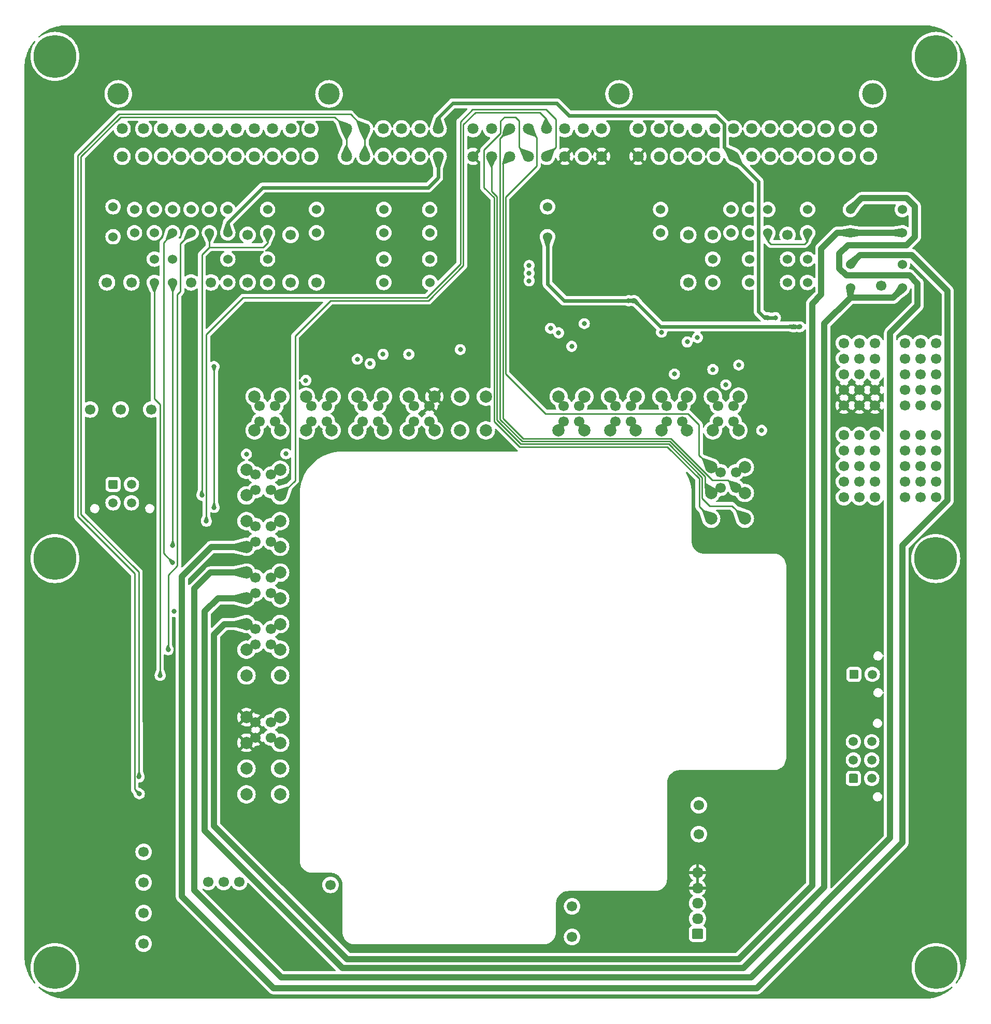
<source format=gbl>
G04 #@! TF.GenerationSoftware,KiCad,Pcbnew,7.0.11-7.0.11~ubuntu22.04.1*
G04 #@! TF.CreationDate,2024-03-12T20:41:04+00:00*
G04 #@! TF.ProjectId,uaefi-adapter-NA-90-95,75616566-692d-4616-9461-707465722d4e,rev?*
G04 #@! TF.SameCoordinates,Original*
G04 #@! TF.FileFunction,Copper,L4,Bot*
G04 #@! TF.FilePolarity,Positive*
%FSLAX46Y46*%
G04 Gerber Fmt 4.6, Leading zero omitted, Abs format (unit mm)*
G04 Created by KiCad (PCBNEW 7.0.11-7.0.11~ubuntu22.04.1) date 2024-03-12 20:41:04*
%MOMM*%
%LPD*%
G01*
G04 APERTURE LIST*
G04 #@! TA.AperFunction,ComponentPad*
%ADD10C,1.524000*%
G04 #@! TD*
G04 #@! TA.AperFunction,ComponentPad*
%ADD11C,1.700000*%
G04 #@! TD*
G04 #@! TA.AperFunction,ComponentPad*
%ADD12C,1.500000*%
G04 #@! TD*
G04 #@! TA.AperFunction,ComponentPad*
%ADD13C,7.000000*%
G04 #@! TD*
G04 #@! TA.AperFunction,ComponentPad*
%ADD14C,3.500120*%
G04 #@! TD*
G04 #@! TA.AperFunction,ComponentPad*
%ADD15C,1.800000*%
G04 #@! TD*
G04 #@! TA.AperFunction,ComponentPad*
%ADD16C,2.000000*%
G04 #@! TD*
G04 #@! TA.AperFunction,ComponentPad*
%ADD17O,1.850000X1.700000*%
G04 #@! TD*
G04 #@! TA.AperFunction,ViaPad*
%ADD18C,0.800000*%
G04 #@! TD*
G04 #@! TA.AperFunction,Conductor*
%ADD19C,0.600000*%
G04 #@! TD*
G04 #@! TA.AperFunction,Conductor*
%ADD20C,0.250000*%
G04 #@! TD*
G04 #@! TA.AperFunction,Conductor*
%ADD21C,1.000000*%
G04 #@! TD*
G04 APERTURE END LIST*
D10*
G04 #@! TO.P,R17,1,1*
G04 #@! TO.N,/OUT_RADIATOR_FAN_RELAY*
X30750000Y125595000D03*
G04 #@! TO.P,R17,2,2*
G04 #@! TO.N,/1L*
X30750000Y129405000D03*
G04 #@! TD*
G04 #@! TO.P,R15,1,1*
G04 #@! TO.N,/OUT_IGN2*
X24750000Y125595000D03*
G04 #@! TO.P,R15,2,2*
G04 #@! TO.N,/1H*
X24750000Y129405000D03*
G04 #@! TD*
D11*
G04 #@! TO.P,P11,1,Pin_1*
G04 #@! TO.N,/1U*
X48250000Y117500000D03*
G04 #@! TD*
D10*
G04 #@! TO.P,R58,1,1*
G04 #@! TO.N,/IN_O2S*
X119000000Y125595000D03*
G04 #@! TO.P,R58,2,2*
G04 #@! TO.N,/3N*
X119000000Y129405000D03*
G04 #@! TD*
D11*
G04 #@! TO.P,P3,1,Pin_1*
G04 #@! TO.N,Net-(M1-DC1_DIR)*
X20000000Y19500000D03*
G04 #@! TD*
G04 #@! TO.P,P_D5,1,Pin_1*
G04 #@! TO.N,Net-(M1-IN_FLEX)*
X109000000Y117500000D03*
G04 #@! TD*
D10*
G04 #@! TO.P,R57,1,1*
G04 #@! TO.N,/IN_TPS1*
X116000000Y125595000D03*
G04 #@! TO.P,R57,2,2*
G04 #@! TO.N,/3L*
X116000000Y129405000D03*
G04 #@! TD*
G04 #@! TO.P,R22,1,1*
G04 #@! TO.N,/IN_CLUTCH*
X48250000Y125595000D03*
G04 #@! TO.P,R22,2,2*
G04 #@! TO.N,/1V*
X48250000Y129405000D03*
G04 #@! TD*
G04 #@! TO.P,R46,1,1*
G04 #@! TO.N,/IN_MAF*
X125250000Y117500000D03*
G04 #@! TO.P,R46,2,2*
G04 #@! TO.N,/3O*
X125250000Y121310000D03*
G04 #@! TD*
G04 #@! TO.P,R9,1,1*
G04 #@! TO.N,/IN_AC_SW*
X40250000Y117500000D03*
G04 #@! TO.P,R9,2,2*
G04 #@! TO.N,/1Q*
X40250000Y121310000D03*
G04 #@! TD*
D11*
G04 #@! TO.P,P12,1,Pin_1*
G04 #@! TO.N,/+12V_PERM*
X14000000Y117500000D03*
G04 #@! TD*
D10*
G04 #@! TO.P,R49_51,1,1*
G04 #@! TO.N,/OUT_INJ3*
X135500000Y116595000D03*
G04 #@! TO.P,R49_51,2,2*
G04 #@! TO.N,/OUT_INJ1*
X135500000Y120405000D03*
G04 #@! TD*
D11*
G04 #@! TO.P,P63,1,Pin_1*
G04 #@! TO.N,/3X*
X140500000Y117000000D03*
G04 #@! TD*
G04 #@! TO.P,P9,1,Pin_1*
G04 #@! TO.N,Net-(M1-DC2_PWM)*
X20000000Y9500000D03*
G04 #@! TD*
D10*
G04 #@! TO.P,R3,1,1*
G04 #@! TO.N,/OUT_CHECK_ENGINE*
X21750000Y117500000D03*
G04 #@! TO.P,R3,2,2*
G04 #@! TO.N,/1E*
X21750000Y121310000D03*
G04 #@! TD*
G04 #@! TO.P,R18,1,1*
G04 #@! TO.N,+5VP*
X33750000Y125595000D03*
G04 #@! TO.P,R18,2,2*
G04 #@! TO.N,/1N*
X33750000Y129405000D03*
G04 #@! TD*
D11*
G04 #@! TO.P,P6,1,Pin_1*
G04 #@! TO.N,Net-(P1A-1K)*
X31000000Y117500000D03*
G04 #@! TD*
D10*
G04 #@! TO.P,R20,1,1*
G04 #@! TO.N,/OUT_RADIATOR_FAN_RELAY*
X40250000Y125595000D03*
G04 #@! TO.P,R20,2,2*
G04 #@! TO.N,Net-(P1A-1R)*
X40250000Y129405000D03*
G04 #@! TD*
G04 #@! TO.P,J2,1,Pin_1*
G04 #@! TO.N,Net-(J2-Pin_1)*
G04 #@! TA.AperFunction,ComponentPad*
G36*
G01*
X14250000Y84000001D02*
X14250000Y84999999D01*
G75*
G02*
X14500001Y85250000I250001J0D01*
G01*
X15499999Y85250000D01*
G75*
G02*
X15750000Y84999999I0J-250001D01*
G01*
X15750000Y84000001D01*
G75*
G02*
X15499999Y83750000I-250001J0D01*
G01*
X14500001Y83750000D01*
G75*
G02*
X14250000Y84000001I0J250001D01*
G01*
G37*
G04 #@! TD.AperFunction*
D12*
G04 #@! TO.P,J2,2,Pin_2*
G04 #@! TO.N,Net-(J2-Pin_2)*
X18000000Y84500000D03*
G04 #@! TO.P,J2,3,Pin_3*
G04 #@! TO.N,Net-(J2-Pin_3)*
X15000000Y81500000D03*
G04 #@! TO.P,J2,4,Pin_4*
G04 #@! TO.N,Net-(J2-Pin_4)*
X18000000Y81500000D03*
G04 #@! TD*
D10*
G04 #@! TO.P,R46_61,1,1*
G04 #@! TO.N,/OUT_PUMP_RELAY*
X122000000Y125595000D03*
G04 #@! TO.P,R46_61,2,2*
G04 #@! TO.N,/3O*
X122000000Y129405000D03*
G04 #@! TD*
G04 #@! TO.P,R45,1,1*
G04 #@! TO.N,/IN_TPS1*
X119000000Y117500000D03*
G04 #@! TO.P,R45,2,2*
G04 #@! TO.N,/3M*
X119000000Y121310000D03*
G04 #@! TD*
D11*
G04 #@! TO.P,P_C11,1,Pin_1*
G04 #@! TO.N,GNDA*
X21250000Y96750000D03*
G04 #@! TD*
G04 #@! TO.P,P10,1,Pin_1*
G04 #@! TO.N,Net-(P10-Pin_1)*
X44000000Y117500000D03*
G04 #@! TD*
D10*
G04 #@! TO.P,R51,1,1*
G04 #@! TO.N,/OUT_INJ3*
X144000000Y116595000D03*
G04 #@! TO.P,R51,2,2*
G04 #@! TO.N,/3Y*
X144000000Y120405000D03*
G04 #@! TD*
D11*
G04 #@! TO.P,G9,1*
G04 #@! TO.N,unconnected-(G9-Pad1)*
X144460000Y97420000D03*
G04 #@! TO.P,G9,2*
G04 #@! TO.N,unconnected-(G9-Pad2)*
X144460000Y99960000D03*
G04 #@! TO.P,G9,3*
G04 #@! TO.N,unconnected-(G9-Pad3)*
X144460000Y102500000D03*
G04 #@! TO.P,G9,4*
G04 #@! TO.N,unconnected-(G9-Pad4)*
X144460000Y105040000D03*
G04 #@! TO.P,G9,5*
G04 #@! TO.N,unconnected-(G9-Pad5)*
X144460000Y107580000D03*
G04 #@! TO.P,G9,6*
G04 #@! TO.N,unconnected-(G9-Pad6)*
X147000000Y97420000D03*
G04 #@! TO.P,G9,7*
G04 #@! TO.N,unconnected-(G9-Pad7)*
X147000000Y99960000D03*
G04 #@! TO.P,G9,8*
G04 #@! TO.N,unconnected-(G9-Pad8)*
X147000000Y102500000D03*
G04 #@! TO.P,G9,9*
G04 #@! TO.N,unconnected-(G9-Pad9)*
X147000000Y105040000D03*
G04 #@! TO.P,G9,10*
G04 #@! TO.N,unconnected-(G9-Pad10)*
X147000000Y107580000D03*
G04 #@! TO.P,G9,11*
G04 #@! TO.N,unconnected-(G9-Pad11)*
X149540000Y97420000D03*
G04 #@! TO.P,G9,12*
G04 #@! TO.N,unconnected-(G9-Pad12)*
X149540000Y99960000D03*
G04 #@! TO.P,G9,13*
G04 #@! TO.N,unconnected-(G9-Pad13)*
X149540000Y102500000D03*
G04 #@! TO.P,G9,14*
G04 #@! TO.N,unconnected-(G9-Pad14)*
X149540000Y105040000D03*
G04 #@! TO.P,G9,15*
G04 #@! TO.N,unconnected-(G9-Pad15)*
X149540000Y107580000D03*
G04 #@! TD*
D10*
G04 #@! TO.P,R43,1,1*
G04 #@! TO.N,/OUT_TACH*
X113000000Y117500000D03*
G04 #@! TO.P,R43,2,2*
G04 #@! TO.N,/3I*
X113000000Y121310000D03*
G04 #@! TD*
G04 #@! TO.P,J1,1,Pin_1*
G04 #@! TO.N,Net-(J1-Pin_1)*
G04 #@! TA.AperFunction,ComponentPad*
G36*
G01*
X136499999Y35750000D02*
X135500001Y35750000D01*
G75*
G02*
X135250000Y36000001I0J250001D01*
G01*
X135250000Y36999999D01*
G75*
G02*
X135500001Y37250000I250001J0D01*
G01*
X136499999Y37250000D01*
G75*
G02*
X136750000Y36999999I0J-250001D01*
G01*
X136750000Y36000001D01*
G75*
G02*
X136499999Y35750000I-250001J0D01*
G01*
G37*
G04 #@! TD.AperFunction*
D12*
G04 #@! TO.P,J1,2,Pin_2*
G04 #@! TO.N,Net-(J1-Pin_2)*
X136000000Y39500000D03*
G04 #@! TO.P,J1,3,Pin_3*
G04 #@! TO.N,/CANH*
X136000000Y42500000D03*
G04 #@! TO.P,J1,4,Pin_4*
G04 #@! TO.N,Net-(J1-Pin_4)*
X139000000Y36500000D03*
G04 #@! TO.P,J1,5,Pin_5*
G04 #@! TO.N,Net-(J1-Pin_5)*
X139000000Y39500000D03*
G04 #@! TO.P,J1,6,Pin_6*
G04 #@! TO.N,/CANL*
X139000000Y42500000D03*
G04 #@! TD*
D13*
G04 #@! TO.P,J16,1,Pin_1*
G04 #@! TO.N,N/C*
X149500001Y154400001D03*
G04 #@! TD*
G04 #@! TO.P,J17,1,Pin_1*
G04 #@! TO.N,N/C*
X5500001Y72400001D03*
G04 #@! TD*
D10*
G04 #@! TO.P,R16,1,1*
G04 #@! TO.N,/OUT_AC_RELAY*
X27750000Y125595000D03*
G04 #@! TO.P,R16,2,2*
G04 #@! TO.N,/1J*
X27750000Y129405000D03*
G04 #@! TD*
G04 #@! TO.P,R48,1,1*
G04 #@! TO.N,/OUT_CONDENSER_FAN*
X128500000Y117500000D03*
G04 #@! TO.P,R48,2,2*
G04 #@! TO.N,/3S*
X128500000Y121310000D03*
G04 #@! TD*
G04 #@! TO.P,R14,1,1*
G04 #@! TO.N,/CANL*
X21750000Y125595000D03*
G04 #@! TO.P,R14,2,2*
G04 #@! TO.N,/1F*
X21750000Y129405000D03*
G04 #@! TD*
G04 #@! TO.P,R68,1,1*
G04 #@! TO.N,/IN_TEMP_OR_PPS2*
X59250000Y117500000D03*
G04 #@! TO.P,R68,2,2*
G04 #@! TO.N,Net-(P1D-4G)*
X59250000Y121310000D03*
G04 #@! TD*
D11*
G04 #@! TO.P,P2,1,Pin_1*
G04 #@! TO.N,/1C*
X18000000Y117500000D03*
G04 #@! TD*
G04 #@! TO.P,P_C12,1,Pin_1*
G04 #@! TO.N,GNDA*
X16250000Y96750000D03*
G04 #@! TD*
D10*
G04 #@! TO.P,F12,1,1*
G04 #@! TO.N,/1B*
X15000000Y129855000D03*
G04 #@! TO.P,F12,2,2*
G04 #@! TO.N,/12V_FROM_MAIN_RELAY*
X15000000Y124955000D03*
G04 #@! TD*
D11*
G04 #@! TO.P,P55,1,Pin_1*
G04 #@! TO.N,/3H*
X109000000Y125250000D03*
G04 #@! TD*
D10*
G04 #@! TO.P,R4,1,1*
G04 #@! TO.N,/OUT_IGN1*
X24750000Y117500000D03*
G04 #@! TO.P,R4,2,2*
G04 #@! TO.N,/1G*
X24750000Y121310000D03*
G04 #@! TD*
D11*
G04 #@! TO.P,G8,1*
G04 #@! TO.N,GND*
X134460000Y97420000D03*
G04 #@! TO.P,G8,2*
X134460000Y99960000D03*
G04 #@! TO.P,G8,3*
G04 #@! TO.N,+5VP*
X134460000Y102500000D03*
G04 #@! TO.P,G8,4*
X134460000Y105040000D03*
G04 #@! TO.P,G8,5*
G04 #@! TO.N,/12V_FROM_MAIN_RELAY*
X134460000Y107580000D03*
G04 #@! TO.P,G8,6*
G04 #@! TO.N,GND*
X137000000Y97420000D03*
G04 #@! TO.P,G8,7*
X137000000Y99960000D03*
G04 #@! TO.P,G8,8*
G04 #@! TO.N,+5VP*
X137000000Y102500000D03*
G04 #@! TO.P,G8,9*
X137000000Y105040000D03*
G04 #@! TO.P,G8,10*
G04 #@! TO.N,/12V_FROM_MAIN_RELAY*
X137000000Y107580000D03*
G04 #@! TO.P,G8,11*
G04 #@! TO.N,GND*
X139540000Y97420000D03*
G04 #@! TO.P,G8,12*
X139540000Y99960000D03*
G04 #@! TO.P,G8,13*
G04 #@! TO.N,+5VP*
X139540000Y102500000D03*
G04 #@! TO.P,G8,14*
X139540000Y105040000D03*
G04 #@! TO.P,G8,15*
G04 #@! TO.N,/12V_FROM_MAIN_RELAY*
X139540000Y107580000D03*
G04 #@! TD*
D10*
G04 #@! TO.P,R74,1,1*
G04 #@! TO.N,/IN_TPS2*
X59250000Y125595000D03*
G04 #@! TO.P,R74,2,2*
G04 #@! TO.N,Net-(P1D-4H)*
X59250000Y129405000D03*
G04 #@! TD*
D11*
G04 #@! TO.P,G10,1*
G04 #@! TO.N,unconnected-(G10-Pad1)*
X134460000Y82420000D03*
G04 #@! TO.P,G10,2*
G04 #@! TO.N,unconnected-(G10-Pad2)*
X134460000Y84960000D03*
G04 #@! TO.P,G10,3*
G04 #@! TO.N,unconnected-(G10-Pad3)*
X134460000Y87500000D03*
G04 #@! TO.P,G10,4*
G04 #@! TO.N,unconnected-(G10-Pad4)*
X134460000Y90040000D03*
G04 #@! TO.P,G10,5*
G04 #@! TO.N,unconnected-(G10-Pad5)*
X134460000Y92580000D03*
G04 #@! TO.P,G10,6*
G04 #@! TO.N,unconnected-(G10-Pad6)*
X137000000Y82420000D03*
G04 #@! TO.P,G10,7*
G04 #@! TO.N,unconnected-(G10-Pad7)*
X137000000Y84960000D03*
G04 #@! TO.P,G10,8*
G04 #@! TO.N,unconnected-(G10-Pad8)*
X137000000Y87500000D03*
G04 #@! TO.P,G10,9*
G04 #@! TO.N,unconnected-(G10-Pad9)*
X137000000Y90040000D03*
G04 #@! TO.P,G10,10*
G04 #@! TO.N,unconnected-(G10-Pad10)*
X137000000Y92580000D03*
G04 #@! TO.P,G10,11*
G04 #@! TO.N,unconnected-(G10-Pad11)*
X139540000Y82420000D03*
G04 #@! TO.P,G10,12*
G04 #@! TO.N,unconnected-(G10-Pad12)*
X139540000Y84960000D03*
G04 #@! TO.P,G10,13*
G04 #@! TO.N,unconnected-(G10-Pad13)*
X139540000Y87500000D03*
G04 #@! TO.P,G10,14*
G04 #@! TO.N,unconnected-(G10-Pad14)*
X139540000Y90040000D03*
G04 #@! TO.P,G10,15*
G04 #@! TO.N,unconnected-(G10-Pad15)*
X139540000Y92580000D03*
G04 #@! TD*
D14*
G04 #@! TO.P,P1,*
G04 #@! TO.N,*
X15840981Y148279761D03*
X50290981Y148279761D03*
X97690981Y148279761D03*
X139140981Y148279761D03*
D15*
G04 #@! TO.P,P1,1,1A*
G04 #@! TO.N,/+12V_PERM*
X16490981Y138079121D03*
G04 #@! TO.P,P1,2,1C*
G04 #@! TO.N,/1C*
X19988561Y138079121D03*
G04 #@! TO.P,P1,3,1E*
G04 #@! TO.N,/1E*
X23089901Y138079121D03*
G04 #@! TO.P,P1,4,1G*
G04 #@! TO.N,/1G*
X26089641Y138079121D03*
G04 #@! TO.P,P1,5,1I*
G04 #@! TO.N,Net-(P1A-1I)*
X29089381Y138079121D03*
G04 #@! TO.P,P1,6,1K*
G04 #@! TO.N,Net-(P1A-1K)*
X32089121Y138079121D03*
G04 #@! TO.P,P1,7,1M*
G04 #@! TO.N,/1M*
X35088861Y138079121D03*
G04 #@! TO.P,P1,8,1O*
G04 #@! TO.N,/1O*
X38088601Y138079121D03*
G04 #@! TO.P,P1,9,1Q*
G04 #@! TO.N,/1Q*
X41088341Y138079121D03*
G04 #@! TO.P,P1,10,1S*
G04 #@! TO.N,Net-(P10-Pin_1)*
X44088081Y138079121D03*
G04 #@! TO.P,P1,11,1U*
G04 #@! TO.N,/1U*
X47189421Y138079121D03*
G04 #@! TO.P,P1,12,1B*
G04 #@! TO.N,/1B*
X16490981Y142580001D03*
G04 #@! TO.P,P1,13,1D*
G04 #@! TO.N,/1D*
X19988561Y142580001D03*
G04 #@! TO.P,P1,14,1F*
G04 #@! TO.N,/1F*
X23089901Y142580001D03*
G04 #@! TO.P,P1,15,1H*
G04 #@! TO.N,/1H*
X26089641Y142580001D03*
G04 #@! TO.P,P1,16,1J*
G04 #@! TO.N,/1J*
X29089381Y142580001D03*
G04 #@! TO.P,P1,17,1L*
G04 #@! TO.N,/1L*
X32089121Y142580001D03*
G04 #@! TO.P,P1,18,1N*
G04 #@! TO.N,/1N*
X35088861Y142580001D03*
G04 #@! TO.P,P1,19,1P*
G04 #@! TO.N,/1P*
X38088601Y142580001D03*
G04 #@! TO.P,P1,20,1R*
G04 #@! TO.N,Net-(P1A-1R)*
X41088341Y142580001D03*
G04 #@! TO.P,P1,21,1T*
G04 #@! TO.N,Net-(P1A-1T)*
X44088081Y142580001D03*
G04 #@! TO.P,P1,22,1V*
G04 #@! TO.N,/1V*
X47189421Y142580001D03*
G04 #@! TO.P,P1,23,2A*
G04 #@! TO.N,GND*
X73840981Y138079121D03*
G04 #@! TO.P,P1,24,2C*
G04 #@! TO.N,/WBO_H-*
X76840721Y138079121D03*
G04 #@! TO.P,P1,25,2E*
G04 #@! TO.N,/WBO_R_Trim*
X79840461Y138079121D03*
G04 #@! TO.P,P1,26,2G*
G04 #@! TO.N,/WBO_Vs{slash}Ip*
X82840201Y138079121D03*
G04 #@! TO.P,P1,27,2I*
G04 #@! TO.N,/OUT_VVT*
X85842481Y138079121D03*
G04 #@! TO.P,P1,28,2K*
G04 #@! TO.N,GND*
X88842221Y138079121D03*
G04 #@! TO.P,P1,29,2M*
G04 #@! TO.N,/IN_PRESSURE*
X91841961Y138079121D03*
G04 #@! TO.P,P1,30,2O*
G04 #@! TO.N,GND*
X94841701Y138079121D03*
G04 #@! TO.P,P1,31,2B*
G04 #@! TO.N,+5VP*
X73840981Y142580001D03*
G04 #@! TO.P,P1,32,2D*
G04 #@! TO.N,/2D*
X76840721Y142580001D03*
G04 #@! TO.P,P1,33,2F*
G04 #@! TO.N,/WBO_Ip*
X79840461Y142580001D03*
G04 #@! TO.P,P1,34,2H*
G04 #@! TO.N,/WBO_Vs*
X82840201Y142580001D03*
G04 #@! TO.P,P1,35,2J*
G04 #@! TO.N,/OUT_BOOST_CONTROL*
X85842481Y142580001D03*
G04 #@! TO.P,P1,36,2L*
G04 #@! TO.N,/IN_DIGITAL*
X88842221Y142580001D03*
G04 #@! TO.P,P1,37,2N*
G04 #@! TO.N,/IN_TEMP*
X91841961Y142580001D03*
G04 #@! TO.P,P1,38,2P*
G04 #@! TO.N,/IN_KNOCK_RAW*
X94841701Y142580001D03*
G04 #@! TO.P,P1,39,3A*
G04 #@! TO.N,GND*
X100787841Y138079121D03*
G04 #@! TO.P,P1,40,3C*
G04 #@! TO.N,GNDA*
X104287961Y138079121D03*
G04 #@! TO.P,P1,41,3E*
G04 #@! TO.N,/IN_CRANK*
X107391841Y138079121D03*
G04 #@! TO.P,P1,42,3G*
G04 #@! TO.N,/IN_CAM*
X110391581Y138079121D03*
G04 #@! TO.P,P1,43,3I*
G04 #@! TO.N,/3I*
X113391321Y138079121D03*
G04 #@! TO.P,P1,44,3K*
G04 #@! TO.N,+5VP*
X116391061Y138079121D03*
G04 #@! TO.P,P1,45,3M*
G04 #@! TO.N,/3M*
X119390801Y138079121D03*
G04 #@! TO.P,P1,46,3O*
G04 #@! TO.N,/3O*
X122390541Y138079121D03*
G04 #@! TO.P,P1,47,3Q*
G04 #@! TO.N,/IN_CLT*
X125390281Y138079121D03*
G04 #@! TO.P,P1,48,3S*
G04 #@! TO.N,/3S*
X128390021Y138079121D03*
G04 #@! TO.P,P1,49,3U*
G04 #@! TO.N,/OUT_INJ1*
X131491361Y138079121D03*
G04 #@! TO.P,P1,50,3W*
G04 #@! TO.N,/OUT_IDLE*
X134991481Y138079121D03*
G04 #@! TO.P,P1,51,3Y*
G04 #@! TO.N,/3Y*
X138491601Y138079121D03*
G04 #@! TO.P,P1,52,3B*
G04 #@! TO.N,GNDA*
X100787841Y142580001D03*
G04 #@! TO.P,P1,53,3D*
X104287961Y142580001D03*
G04 #@! TO.P,P1,54,3F*
G04 #@! TO.N,/3F*
X107391841Y142580001D03*
G04 #@! TO.P,P1,55,3H*
G04 #@! TO.N,/3H*
X110391581Y142580001D03*
G04 #@! TO.P,P1,56,3J*
G04 #@! TO.N,/3J*
X113391321Y142580001D03*
G04 #@! TO.P,P1,57,3L*
G04 #@! TO.N,/3L*
X116391061Y142580001D03*
G04 #@! TO.P,P1,58,3N*
G04 #@! TO.N,/3N*
X119390801Y142580001D03*
G04 #@! TO.P,P1,59,3P*
G04 #@! TO.N,/IN_IAT*
X122390541Y142580001D03*
G04 #@! TO.P,P1,60,3R*
G04 #@! TO.N,/3R*
X125390281Y142580001D03*
G04 #@! TO.P,P1,61,3T*
G04 #@! TO.N,/3T*
X128390021Y142580001D03*
G04 #@! TO.P,P1,62,3V*
G04 #@! TO.N,/OUT_INJ2*
X131491361Y142580001D03*
G04 #@! TO.P,P1,63,3X*
G04 #@! TO.N,/3X*
X134991481Y142580001D03*
G04 #@! TO.P,P1,64,3Z*
G04 #@! TO.N,/3Z*
X138491601Y142580001D03*
G04 #@! TO.P,P1,65,4A*
G04 #@! TO.N,/OUT_ETB+*
X53140981Y138079121D03*
G04 #@! TO.P,P1,66,4C*
G04 #@! TO.N,/OUT_ETB-*
X56140721Y138079121D03*
G04 #@! TO.P,P1,67,4E*
G04 #@! TO.N,GNDA*
X59140461Y138079121D03*
G04 #@! TO.P,P1,68,4G*
G04 #@! TO.N,Net-(P1D-4G)*
X62140201Y138079121D03*
G04 #@! TO.P,P1,69,4I*
G04 #@! TO.N,Net-(P1D-4I)*
X65142481Y138079121D03*
G04 #@! TO.P,P1,70,4K*
G04 #@! TO.N,+5VP*
X68142221Y138079121D03*
G04 #@! TO.P,P1,71,4B*
G04 #@! TO.N,/OUT_ETB+*
X53140981Y142580001D03*
G04 #@! TO.P,P1,72,4D*
G04 #@! TO.N,/OUT_ETB-*
X56140721Y142580001D03*
G04 #@! TO.P,P1,73,4F*
G04 #@! TO.N,GNDA*
X59140461Y142580001D03*
G04 #@! TO.P,P1,74,4H*
G04 #@! TO.N,Net-(P1D-4H)*
X62140201Y142580001D03*
G04 #@! TO.P,P1,75,4J*
G04 #@! TO.N,Net-(P1D-4J)*
X65142481Y142580001D03*
G04 #@! TO.P,P1,76,4L*
G04 #@! TO.N,+5VP*
X68142221Y142580001D03*
G04 #@! TD*
D13*
G04 #@! TO.P,J15,1,Pin_1*
G04 #@! TO.N,N/C*
X149450801Y72400001D03*
G04 #@! TD*
G04 #@! TO.P,J14,1,Pin_1*
G04 #@! TO.N,N/C*
X149500001Y5600001D03*
G04 #@! TD*
D11*
G04 #@! TO.P,G11,1*
G04 #@! TO.N,unconnected-(G11-Pad1)*
X144460000Y82420000D03*
G04 #@! TO.P,G11,2*
G04 #@! TO.N,unconnected-(G11-Pad2)*
X144460000Y84960000D03*
G04 #@! TO.P,G11,3*
G04 #@! TO.N,unconnected-(G11-Pad3)*
X144460000Y87500000D03*
G04 #@! TO.P,G11,4*
G04 #@! TO.N,unconnected-(G11-Pad4)*
X144460000Y90040000D03*
G04 #@! TO.P,G11,5*
G04 #@! TO.N,unconnected-(G11-Pad5)*
X144460000Y92580000D03*
G04 #@! TO.P,G11,6*
G04 #@! TO.N,unconnected-(G11-Pad6)*
X147000000Y82420000D03*
G04 #@! TO.P,G11,7*
G04 #@! TO.N,unconnected-(G11-Pad7)*
X147000000Y84960000D03*
G04 #@! TO.P,G11,8*
G04 #@! TO.N,unconnected-(G11-Pad8)*
X147000000Y87500000D03*
G04 #@! TO.P,G11,9*
G04 #@! TO.N,unconnected-(G11-Pad9)*
X147000000Y90040000D03*
G04 #@! TO.P,G11,10*
G04 #@! TO.N,unconnected-(G11-Pad10)*
X147000000Y92580000D03*
G04 #@! TO.P,G11,11*
G04 #@! TO.N,unconnected-(G11-Pad11)*
X149540000Y82420000D03*
G04 #@! TO.P,G11,12*
G04 #@! TO.N,unconnected-(G11-Pad12)*
X149540000Y84960000D03*
G04 #@! TO.P,G11,13*
G04 #@! TO.N,unconnected-(G11-Pad13)*
X149540000Y87500000D03*
G04 #@! TO.P,G11,14*
G04 #@! TO.N,unconnected-(G11-Pad14)*
X149540000Y90040000D03*
G04 #@! TO.P,G11,15*
G04 #@! TO.N,unconnected-(G11-Pad15)*
X149540000Y92580000D03*
G04 #@! TD*
G04 #@! TO.P,P56,1,Pin_1*
G04 #@! TO.N,/3J*
X113000000Y125250000D03*
G04 #@! TD*
D10*
G04 #@! TO.P,R7,1,1*
G04 #@! TO.N,/IN_VSS*
X33750000Y117500000D03*
G04 #@! TO.P,R7,2,2*
G04 #@! TO.N,/1M*
X33750000Y121310000D03*
G04 #@! TD*
G04 #@! TO.P,R62_64,1,1*
G04 #@! TO.N,/OUT_INJ4*
X135500000Y125595000D03*
G04 #@! TO.P,R62_64,2,2*
G04 #@! TO.N,/OUT_INJ2*
X135500000Y129405000D03*
G04 #@! TD*
D16*
G04 #@! TO.P,M1,A1,OUT_DC1-*
G04 #@! TO.N,/OUT_ETB-*
X36800126Y33912563D03*
G04 #@! TO.P,M1,A2,OUT_DC2-*
G04 #@! TO.N,unconnected-(M1-OUT_DC2--PadA2)*
X36800126Y38112563D03*
G04 #@! TO.P,M1,A3,GND*
G04 #@! TO.N,GND*
X36800126Y42312563D03*
D11*
X38300126Y43162563D03*
D16*
G04 #@! TO.P,M1,A4,GND*
X36800126Y46512563D03*
D11*
X38300126Y45702563D03*
D16*
G04 #@! TO.P,M1,A5,OUT_DC1+*
G04 #@! TO.N,/OUT_ETB+*
X42300126Y33912563D03*
G04 #@! TO.P,M1,A6,OUT_DC2+*
G04 #@! TO.N,unconnected-(M1-OUT_DC2+-PadA6)*
X42300126Y38112563D03*
D11*
G04 #@! TO.P,M1,A7,IN_VIGN*
G04 #@! TO.N,/12V_FROM_MAIN_RELAY*
X40840126Y43162563D03*
D16*
X42300126Y42312563D03*
D11*
G04 #@! TO.P,M1,A8,IN_V_MAIN*
X40840126Y45702563D03*
D16*
X42300126Y46512563D03*
G04 #@! TO.P,M1,B1,OUT_INJ6*
G04 #@! TO.N,/OUT_CHECK_ENGINE*
X36800126Y53312563D03*
G04 #@! TO.P,M1,B2,OUT_INJ5*
G04 #@! TO.N,/OUT_AC_RELAY*
X36800126Y57512563D03*
D11*
X38300126Y58362563D03*
D16*
G04 #@! TO.P,M1,B3,OUT_INJ4*
G04 #@! TO.N,/OUT_INJ4*
X36800126Y61712563D03*
D11*
X38300126Y60902563D03*
D16*
G04 #@! TO.P,M1,B4,OUT_INJ3*
G04 #@! TO.N,/OUT_INJ3*
X36800126Y65912563D03*
D11*
X38300126Y66762563D03*
D16*
G04 #@! TO.P,M1,B5,OUT_INJ2*
G04 #@! TO.N,/OUT_INJ2*
X36800126Y70112563D03*
D11*
X38300126Y69302563D03*
D16*
G04 #@! TO.P,M1,B6,OUT_INJ1*
G04 #@! TO.N,/OUT_INJ1*
X36800126Y74312563D03*
D11*
X38300126Y75162563D03*
D16*
G04 #@! TO.P,M1,B7,OUT_LS1*
G04 #@! TO.N,/OUT_VVT*
X36800126Y78512563D03*
D11*
X38300126Y77702563D03*
D16*
G04 #@! TO.P,M1,B8,OUT_LS_HOT2*
G04 #@! TO.N,/OUT_RADIATOR_FAN_RELAY*
X36800126Y82712563D03*
D11*
X38300126Y83562563D03*
D16*
G04 #@! TO.P,M1,B9,OUT_LS_HOT1*
G04 #@! TO.N,/OUT_CONDENSER_FAN*
X36800126Y86912563D03*
D11*
X38300126Y86102563D03*
D16*
G04 #@! TO.P,M1,B10,OUT_IGN6*
G04 #@! TO.N,unconnected-(M1-OUT_IGN6-PadB10)*
X42300126Y53312563D03*
D11*
G04 #@! TO.P,M1,B11,OUT_IGN4*
G04 #@! TO.N,unconnected-(M1-OUT_IGN4-PadB11)*
X40840126Y58362563D03*
D16*
X42300126Y57512563D03*
D11*
G04 #@! TO.P,M1,B12,OUT_IGN3*
G04 #@! TO.N,unconnected-(M1-OUT_IGN3-PadB12)*
X40840126Y60902563D03*
D16*
X42300126Y61712563D03*
D11*
G04 #@! TO.P,M1,B13,OUT_IGN5*
G04 #@! TO.N,/TACH*
X40840126Y66762563D03*
D16*
X42300126Y65912563D03*
D11*
G04 #@! TO.P,M1,B14,OUT_IGN2*
G04 #@! TO.N,/OUT_IGN2*
X40840126Y69302563D03*
D16*
X42300126Y70112563D03*
D11*
G04 #@! TO.P,M1,B15,OUT_IGN1*
G04 #@! TO.N,/OUT_IGN1*
X40840126Y75162563D03*
D16*
X42300126Y74312563D03*
D11*
G04 #@! TO.P,M1,B16,OUT_LS4*
G04 #@! TO.N,/OUT_PUMP_RELAY*
X40840126Y77702563D03*
D16*
X42300126Y78512563D03*
D11*
G04 #@! TO.P,M1,B17,OUT_LS3*
G04 #@! TO.N,/OUT_BOOST_CONTROL*
X40840126Y83562563D03*
D16*
X42300126Y82712563D03*
D11*
G04 #@! TO.P,M1,B18,OUT_LS2*
G04 #@! TO.N,/OUT_IDLE*
X40840126Y86102563D03*
D16*
X42300126Y86912563D03*
G04 #@! TO.P,M1,C1,+5VP*
G04 #@! TO.N,+5VP*
X38125126Y98837563D03*
D11*
X38975126Y97337563D03*
G04 #@! TO.P,M1,C2,+5VP*
X41515126Y97337563D03*
D16*
X42325126Y98837563D03*
G04 #@! TO.P,M1,C3,IN_AUX2*
G04 #@! TO.N,/IN_MAF*
X46525126Y98837563D03*
D11*
X47375126Y97337563D03*
G04 #@! TO.P,M1,C4,IN_PPS2*
G04 #@! TO.N,/IN_TEMP_OR_PPS2*
X49915126Y97337563D03*
D16*
X50725126Y98837563D03*
G04 #@! TO.P,M1,C5,IN_HALL1*
G04 #@! TO.N,/IN_CAM*
X54925126Y98837563D03*
D11*
X55775126Y97337563D03*
G04 #@! TO.P,M1,C6,IN_HALL2*
G04 #@! TO.N,/IN_VSS*
X58315126Y97337563D03*
D16*
X59125126Y98837563D03*
G04 #@! TO.P,M1,C7,IN_HALL3*
G04 #@! TO.N,/IN_CRANK*
X63325126Y98837563D03*
D11*
X64175126Y97337563D03*
G04 #@! TO.P,M1,C8,GND*
G04 #@! TO.N,GND*
X66715126Y97337563D03*
D16*
X67525126Y98837563D03*
G04 #@! TO.P,M1,C9,IN_BUTTON3*
G04 #@! TO.N,/IN_AC_SW*
X71725126Y98837563D03*
G04 #@! TO.P,M1,C10,EGT+*
G04 #@! TO.N,/EGT+*
X75925126Y98837563D03*
G04 #@! TO.P,M1,C11,GNDA*
G04 #@! TO.N,GNDA*
X38125126Y93337563D03*
D11*
X38975126Y94797563D03*
G04 #@! TO.P,M1,C12,GNDA*
X41515126Y94797563D03*
D16*
X42325126Y93337563D03*
G04 #@! TO.P,M1,C13,GNDA*
X46525126Y93337563D03*
D11*
X47375126Y94797563D03*
G04 #@! TO.P,M1,C14,IN_TPS2*
G04 #@! TO.N,/IN_TPS2*
X49915126Y94797563D03*
D16*
X50725126Y93337563D03*
G04 #@! TO.P,M1,C15,IN_AUX3*
G04 #@! TO.N,/IN_O2S*
X54925126Y93337563D03*
D11*
X55775126Y94797563D03*
G04 #@! TO.P,M1,C16,VR_MAX9924+*
G04 #@! TO.N,Net-(J2-Pin_1)*
X58315126Y94797563D03*
D16*
X59125126Y93337563D03*
G04 #@! TO.P,M1,C17,VR_MAX9924-*
G04 #@! TO.N,Net-(J2-Pin_3)*
X63325126Y93337563D03*
D11*
X64175126Y94797563D03*
G04 #@! TO.P,M1,C18,VR_DISCRETE+*
G04 #@! TO.N,Net-(J2-Pin_2)*
X66715126Y94797563D03*
D16*
X67525126Y93337563D03*
G04 #@! TO.P,M1,C19,VR_DISCRETE-*
G04 #@! TO.N,Net-(J2-Pin_4)*
X71725126Y93337563D03*
G04 #@! TO.P,M1,C20,EGT-*
G04 #@! TO.N,/EGT-*
X75925126Y93337563D03*
G04 #@! TO.P,M1,D1,IN_AUX1*
G04 #@! TO.N,/IN_TEMP*
X87825126Y98837563D03*
D11*
X88675126Y97337563D03*
G04 #@! TO.P,M1,D2,IN_BUTTON1*
G04 #@! TO.N,/IN_DIGITAL*
X91215126Y97337563D03*
D16*
X92025126Y98837563D03*
G04 #@! TO.P,M1,D3,+5VP*
G04 #@! TO.N,unconnected-(M1-+5VP-PadD3)*
X96225126Y98837563D03*
D11*
X97075126Y97337563D03*
G04 #@! TO.P,M1,D4,+5VP*
G04 #@! TO.N,unconnected-(M1-+5VP-PadD4)*
X99615126Y97337563D03*
D16*
X100425126Y98837563D03*
G04 #@! TO.P,M1,D5,IN_FLEX*
G04 #@! TO.N,Net-(M1-IN_FLEX)*
X104625126Y98837563D03*
D11*
X105475126Y97337563D03*
G04 #@! TO.P,M1,D6,IN_PPS1*
G04 #@! TO.N,/IN_PPS1*
X108015126Y97337563D03*
D16*
X108825126Y98837563D03*
G04 #@! TO.P,M1,D7,CAN+*
G04 #@! TO.N,/CANH*
X113025126Y98837563D03*
D11*
X113875126Y97337563D03*
G04 #@! TO.P,M1,D8,CAN-*
G04 #@! TO.N,/CANL*
X116415126Y97337563D03*
D16*
X117225126Y98837563D03*
G04 #@! TO.P,M1,D9,IN_MAP*
G04 #@! TO.N,/IN_PRESSURE*
X87825126Y93337563D03*
D11*
X88675126Y94797563D03*
G04 #@! TO.P,M1,D10,IN_BUTTON2*
G04 #@! TO.N,/IN_CLUTCH*
X91215126Y94797563D03*
D16*
X92025126Y93337563D03*
G04 #@! TO.P,M1,D11,GNDA*
G04 #@! TO.N,unconnected-(M1-GNDA-PadD11)*
X96225126Y93337563D03*
D11*
X97075126Y94797563D03*
G04 #@! TO.P,M1,D12,GNDA*
G04 #@! TO.N,unconnected-(M1-GNDA-PadD12)*
X99615126Y94797563D03*
D16*
X100425126Y93337563D03*
G04 #@! TO.P,M1,D13,IN_TPS1*
G04 #@! TO.N,/IN_TPS1*
X104625126Y93337563D03*
D11*
X105475126Y94797563D03*
G04 #@! TO.P,M1,D14,IN_KNOCK_RAW*
G04 #@! TO.N,/IN_KNOCK_RAW*
X108015126Y94797563D03*
D16*
X108825126Y93337563D03*
G04 #@! TO.P,M1,D15,IN_IAT*
G04 #@! TO.N,/IN_IAT*
X113025126Y93337563D03*
D11*
X113875126Y94797563D03*
G04 #@! TO.P,M1,D16,IN_CLT*
G04 #@! TO.N,/IN_CLT*
X116415126Y94797563D03*
D16*
X117225126Y93337563D03*
D11*
G04 #@! TO.P,M1,E1,+12V_RAW*
G04 #@! TO.N,unconnected-(M1-+12V_RAW-PadE1)*
X116790126Y86502563D03*
D16*
X118250126Y87312563D03*
D11*
G04 #@! TO.P,M1,E2,WBO_Rtrim*
G04 #@! TO.N,/WBO_R_Trim*
X116790126Y83962563D03*
D16*
X118250126Y83112563D03*
G04 #@! TO.P,M1,E3,WBO_Heater*
G04 #@! TO.N,/WBO_H-*
X118250126Y78912563D03*
G04 #@! TO.P,M1,E4,WBO_Un*
G04 #@! TO.N,/WBO_Vs*
X112750126Y87312563D03*
D11*
X114250126Y86502563D03*
D16*
G04 #@! TO.P,M1,E5,WBO_Ip*
G04 #@! TO.N,/WBO_Ip*
X112750126Y83112563D03*
D11*
X114250126Y83962563D03*
D16*
G04 #@! TO.P,M1,E6,WBO_Vm*
G04 #@! TO.N,/WBO_Vs{slash}Ip*
X112750126Y78912563D03*
G04 #@! TO.P,M1,J1,VBUS*
G04 #@! TO.N,unconnected-(M1-VBUS-PadJ1)*
G04 #@! TA.AperFunction,ComponentPad*
G36*
G01*
X111200126Y10262563D02*
X109850126Y10262563D01*
G75*
G02*
X109600126Y10512563I0J250000D01*
G01*
X109600126Y11712563D01*
G75*
G02*
X109850126Y11962563I250000J0D01*
G01*
X111200126Y11962563D01*
G75*
G02*
X111450126Y11712563I0J-250000D01*
G01*
X111450126Y10512563D01*
G75*
G02*
X111200126Y10262563I-250000J0D01*
G01*
G37*
G04 #@! TD.AperFunction*
D17*
G04 #@! TO.P,M1,J2,USB-*
G04 #@! TO.N,unconnected-(M1-USB--PadJ2)*
X110525126Y13612563D03*
G04 #@! TO.P,M1,J3,USB+*
G04 #@! TO.N,unconnected-(M1-USB+-PadJ3)*
X110525126Y16112563D03*
G04 #@! TO.P,M1,J4,GND*
G04 #@! TO.N,GND*
X110525126Y18612563D03*
G04 #@! TO.P,M1,J5,GND*
X110525126Y21112563D03*
D11*
G04 #@! TO.P,M1,P3,LED_YELLOW*
G04 #@! TO.N,Net-(J1-Pin_4)*
X90025126Y10612563D03*
G04 #@! TO.P,M1,P4,LED_GREEN*
G04 #@! TO.N,Net-(J1-Pin_1)*
X90025126Y15612563D03*
G04 #@! TO.P,M1,P7,Rx*
G04 #@! TO.N,Net-(J1-Pin_2)*
X110725126Y32112563D03*
G04 #@! TO.P,M1,P8,Tx*
G04 #@! TO.N,Net-(J1-Pin_5)*
X110725126Y27412563D03*
G04 #@! TO.P,M1,P15,DC1_DIR*
G04 #@! TO.N,Net-(M1-DC1_DIR)*
X33065126Y19612563D03*
G04 #@! TO.P,M1,P16,DC2_DIR*
G04 #@! TO.N,Net-(M1-DC2_DIR)*
X35605126Y19612563D03*
G04 #@! TO.P,M1,P17,DC1_PWM*
G04 #@! TO.N,Net-(M1-DC1_PWM)*
X30525126Y19612563D03*
G04 #@! TO.P,M1,P18,DC2_PWM*
G04 #@! TO.N,Net-(M1-DC2_PWM)*
X50525126Y19112563D03*
G04 #@! TD*
G04 #@! TO.P,P19,1,Pin_1*
G04 #@! TO.N,/1P*
X37000000Y125250000D03*
G04 #@! TD*
D10*
G04 #@! TO.P,R13,1,1*
G04 #@! TO.N,/CANH*
X18500000Y125595000D03*
G04 #@! TO.P,R13,2,2*
G04 #@! TO.N,/1D*
X18500000Y129405000D03*
G04 #@! TD*
D11*
G04 #@! TO.P,P21,1,Pin_1*
G04 #@! TO.N,Net-(P1A-1T)*
X44000000Y125250000D03*
G04 #@! TD*
D13*
G04 #@! TO.P,J13,1,Pin_1*
G04 #@! TO.N,N/C*
X5500001Y5600001D03*
G04 #@! TD*
D11*
G04 #@! TO.P,P7,1,Pin_1*
G04 #@! TO.N,Net-(M1-DC2_DIR)*
X20000000Y14500000D03*
G04 #@! TD*
G04 #@! TO.P,J3,1,Pin_1*
G04 #@! TO.N,/EGT+*
G04 #@! TA.AperFunction,ComponentPad*
G36*
G01*
X136584999Y52750000D02*
X135585001Y52750000D01*
G75*
G02*
X135335000Y53000001I0J250001D01*
G01*
X135335000Y53999999D01*
G75*
G02*
X135585001Y54250000I250001J0D01*
G01*
X136584999Y54250000D01*
G75*
G02*
X136835000Y53999999I0J-250001D01*
G01*
X136835000Y53000001D01*
G75*
G02*
X136584999Y52750000I-250001J0D01*
G01*
G37*
G04 #@! TD.AperFunction*
D12*
G04 #@! TO.P,J3,2,Pin_2*
G04 #@! TO.N,/EGT-*
X139085000Y53500000D03*
G04 #@! TD*
D11*
G04 #@! TO.P,P4,1,Pin_1*
G04 #@! TO.N,Net-(M1-DC1_PWM)*
X20000000Y24500000D03*
G04 #@! TD*
D10*
G04 #@! TO.P,R69,1,1*
G04 #@! TO.N,/IN_PPS1*
X66750000Y117500000D03*
G04 #@! TO.P,R69,2,2*
G04 #@! TO.N,Net-(P1D-4I)*
X66750000Y121310000D03*
G04 #@! TD*
G04 #@! TO.P,R61,1,1*
G04 #@! TO.N,/OUT_PUMP_RELAY*
X128500000Y125595000D03*
G04 #@! TO.P,R61,2,2*
G04 #@! TO.N,/3T*
X128500000Y129405000D03*
G04 #@! TD*
G04 #@! TO.P,R54,1,1*
G04 #@! TO.N,GNDA*
X104500000Y125595000D03*
G04 #@! TO.P,R54,2,2*
G04 #@! TO.N,/3F*
X104500000Y129405000D03*
G04 #@! TD*
D11*
G04 #@! TO.P,P8,1,Pin_1*
G04 #@! TO.N,/1O*
X37000000Y117500000D03*
G04 #@! TD*
G04 #@! TO.P,P60,1,Pin_1*
G04 #@! TO.N,/3R*
X125250000Y125250000D03*
G04 #@! TD*
D10*
G04 #@! TO.P,R64,1,1*
G04 #@! TO.N,/OUT_INJ4*
X144000000Y125595000D03*
G04 #@! TO.P,R64,2,2*
G04 #@! TO.N,/3Z*
X144000000Y129405000D03*
G04 #@! TD*
G04 #@! TO.P,R75,1,1*
G04 #@! TO.N,/IN_TPS1*
X66750000Y125595000D03*
G04 #@! TO.P,R75,2,2*
G04 #@! TO.N,Net-(P1D-4J)*
X66750000Y129405000D03*
G04 #@! TD*
G04 #@! TO.P,F32,1,1*
G04 #@! TO.N,/2D*
X86000000Y129855000D03*
G04 #@! TO.P,F32,2,2*
G04 #@! TO.N,/12V_FROM_MAIN_RELAY*
X86000000Y124955000D03*
G04 #@! TD*
D11*
G04 #@! TO.P,P_C13,1,Pin_1*
G04 #@! TO.N,GNDA*
X11250000Y96750000D03*
G04 #@! TD*
G04 #@! TO.P,P5,1,Pin_1*
G04 #@! TO.N,Net-(P1A-1I)*
X27750000Y117500000D03*
G04 #@! TD*
D13*
G04 #@! TO.P,J11,1,Pin_1*
G04 #@! TO.N,N/C*
X5500001Y154400001D03*
G04 #@! TD*
D18*
G04 #@! TO.N,/12V_FROM_MAIN_RELAY*
X127250000Y110250000D03*
X100250000Y114500000D03*
X99250000Y114500000D03*
X126250000Y110250000D03*
G04 #@! TO.N,/CANH*
X113025126Y103275500D03*
G04 #@! TO.N,/CANL*
X117250000Y104000000D03*
G04 #@! TO.N,/TACH*
X83000000Y117750000D03*
X83000000Y119000000D03*
X83000000Y120250000D03*
X25000000Y63750000D03*
G04 #@! TO.N,GND*
X52000000Y134750000D03*
X149500000Y63500000D03*
X22750000Y7000000D03*
X7000000Y125250000D03*
X52000000Y125250000D03*
X99250000Y134750000D03*
X121000000Y102500000D03*
X88750000Y126750000D03*
X118750000Y21250000D03*
X12000000Y144000000D03*
X15750000Y40250000D03*
X119000000Y13750000D03*
X16500000Y103750000D03*
X63500000Y121500000D03*
X70250000Y116500000D03*
X27500000Y112750000D03*
X11500000Y93250000D03*
X70250000Y131250000D03*
X7000000Y131250000D03*
X70250000Y125250000D03*
X52000000Y112750000D03*
X11500000Y63750000D03*
X63500000Y111000000D03*
X15750000Y7000000D03*
X74750000Y111000000D03*
X22750000Y49500000D03*
X70250000Y134750000D03*
X22750000Y28500000D03*
X15750000Y57500000D03*
X74750000Y125250000D03*
X44000000Y112750000D03*
X15750000Y28500000D03*
X63500000Y116500000D03*
X139000000Y74500000D03*
X39000000Y13250000D03*
X74750000Y131250000D03*
X19000000Y93250000D03*
X70250000Y111000000D03*
X139000000Y63500000D03*
X149500000Y46500000D03*
X63500000Y131250000D03*
X148250000Y134750000D03*
X139250000Y27000000D03*
X139250000Y7000000D03*
X19000000Y74500000D03*
X52000000Y131250000D03*
X16500000Y112750000D03*
X37000000Y112750000D03*
X63500000Y125250000D03*
X148250000Y126750000D03*
X52000000Y121500000D03*
X12000000Y134750000D03*
X99250000Y126750000D03*
X148250000Y111000000D03*
X81000000Y126750000D03*
X149500000Y27000000D03*
X45000000Y7000000D03*
X22750000Y40250000D03*
X121000000Y74500000D03*
X15750000Y49500000D03*
G04 #@! TO.N,/IN_TPS1*
X106750000Y102525500D03*
G04 #@! TO.N,/IN_CLUTCH*
X89961529Y107051000D03*
G04 #@! TO.N,/OUT_RADIATOR_FAN_RELAY*
X29500000Y82750000D03*
G04 #@! TO.N,/OUT_AC_RELAY*
X24000000Y57500000D03*
G04 #@! TO.N,/OUT_IGN1*
X24750000Y74500000D03*
G04 #@! TO.N,/OUT_PUMP_RELAY*
X31500000Y103750000D03*
X31500000Y80750000D03*
G04 #@! TO.N,/OUT_ETB-*
X19282844Y33967156D03*
G04 #@! TO.N,/OUT_ETB+*
X19250000Y36750000D03*
G04 #@! TO.N,/OUT_CHECK_ENGINE*
X22684716Y53315179D03*
G04 #@! TO.N,/OUT_VVT*
X30250000Y78500000D03*
G04 #@! TO.N,/OUT_CONDENSER_FAN*
X36800126Y89449874D03*
G04 #@! TO.N,/OUT_IGN2*
X24750000Y71750000D03*
G04 #@! TO.N,/OUT_IDLE*
X43250000Y89500000D03*
G04 #@! TO.N,+5VP*
X122000000Y111750000D03*
X123250000Y111750000D03*
G04 #@! TO.N,/IN_MAF*
X46500000Y101500000D03*
G04 #@! TO.N,/IN_CAM*
X54925126Y104950500D03*
G04 #@! TO.N,/IN_VSS*
X59125126Y105750000D03*
G04 #@! TO.N,/IN_CRANK*
X63326844Y105750000D03*
G04 #@! TO.N,/IN_AC_SW*
X71750000Y106525500D03*
G04 #@! TO.N,/IN_O2S*
X57000000Y104226000D03*
G04 #@! TO.N,/IN_TEMP*
X87825126Y109250000D03*
G04 #@! TO.N,/IN_DIGITAL*
X92011501Y110763625D03*
G04 #@! TO.N,Net-(M1-IN_FLEX)*
X104625126Y109375126D03*
G04 #@! TO.N,/IN_PPS1*
X108836577Y107775500D03*
G04 #@! TO.N,/IN_PRESSURE*
X86500000Y110000000D03*
G04 #@! TO.N,/IN_KNOCK_RAW*
X110500000Y108500000D03*
G04 #@! TO.N,/IN_IAT*
X115146717Y100775500D03*
G04 #@! TO.N,/IN_CLT*
X121000000Y93337563D03*
G04 #@! TD*
D19*
G04 #@! TO.N,/12V_FROM_MAIN_RELAY*
X126224874Y110275126D02*
X126250000Y110250000D01*
X100250000Y114500000D02*
X88750000Y114500000D01*
X100250000Y114500000D02*
X104474874Y110275126D01*
X104474874Y110275126D02*
X126224874Y110275126D01*
X86000000Y117250000D02*
X86000000Y124955000D01*
X126250000Y110250000D02*
X127250000Y110250000D01*
X88750000Y114500000D02*
X86000000Y117250000D01*
X126250000Y110250000D02*
X126275126Y110275126D01*
D20*
G04 #@! TO.N,/OUT_RADIATOR_FAN_RELAY*
X40250000Y125595000D02*
X40250000Y124000000D01*
X30750000Y123250000D02*
X30750000Y125595000D01*
X40250000Y124000000D02*
X39500000Y123250000D01*
X29500000Y82750000D02*
X29500000Y122000000D01*
X39500000Y123250000D02*
X30750000Y123250000D01*
X29500000Y122000000D02*
X30750000Y123250000D01*
G04 #@! TO.N,/OUT_AC_RELAY*
X26000000Y116000000D02*
X26000000Y123845000D01*
X25500000Y71250000D02*
X25500000Y115500000D01*
X24000000Y69750000D02*
X25500000Y71250000D01*
X24000000Y57500000D02*
X24000000Y69750000D01*
X25500000Y115500000D02*
X26000000Y116000000D01*
X26000000Y123845000D02*
X27750000Y125595000D01*
G04 #@! TO.N,/OUT_IGN1*
X24750000Y74500000D02*
X24750000Y117500000D01*
G04 #@! TO.N,/OUT_PUMP_RELAY*
X122000000Y125595000D02*
X122000000Y124250000D01*
X122500000Y123750000D02*
X128000000Y123750000D01*
X31500000Y103750000D02*
X31500000Y80750000D01*
X128000000Y123750000D02*
X128500000Y124250000D01*
X128500000Y124250000D02*
X128500000Y125595000D01*
X122000000Y124250000D02*
X122500000Y123750000D01*
D21*
G04 #@! TO.N,/OUT_INJ4*
X53250000Y7000000D02*
X31500000Y28750000D01*
X31500000Y60000000D02*
X33212563Y61712563D01*
X31500000Y28750000D02*
X31500000Y60000000D01*
X130750000Y115500000D02*
X129250000Y114000000D01*
X143987639Y125607361D02*
X144000000Y125595000D01*
X135500000Y125595000D02*
X133345000Y125595000D01*
X135500000Y125595000D02*
X135512361Y125607361D01*
X129250000Y114000000D02*
X129250000Y19000000D01*
X135512361Y125607361D02*
X143987639Y125607361D01*
X133345000Y125595000D02*
X130750000Y123000000D01*
X129250000Y19000000D02*
X117250000Y7000000D01*
X33212563Y61712563D02*
X36800126Y61712563D01*
X130750000Y123000000D02*
X130750000Y115500000D01*
X117250000Y7000000D02*
X53250000Y7000000D01*
G04 #@! TO.N,/OUT_INJ3*
X135500000Y116595000D02*
X135500000Y115000000D01*
X52500000Y5500000D02*
X30000000Y28000000D01*
X32162563Y65912563D02*
X36800126Y65912563D01*
X144000000Y116500000D02*
X142500000Y115000000D01*
X30000000Y28000000D02*
X30000000Y63750000D01*
X131250000Y110750000D02*
X131250000Y18750000D01*
X142500000Y115000000D02*
X135500000Y115000000D01*
X131250000Y18750000D02*
X118000000Y5500000D01*
X30000000Y63750000D02*
X32162563Y65912563D01*
X144000000Y116595000D02*
X144000000Y116500000D01*
X135500000Y115000000D02*
X131250000Y110750000D01*
X118000000Y5500000D02*
X52500000Y5500000D01*
G04 #@! TO.N,/OUT_INJ2*
X145174110Y118641858D02*
X146500000Y117315968D01*
X142000000Y109250000D02*
X142000000Y26750000D01*
X146500000Y113750000D02*
X142000000Y109250000D01*
X146024883Y124937961D02*
X144670033Y123583111D01*
X119250000Y4000000D02*
X42500000Y4000000D01*
X146024883Y129934927D02*
X146024883Y124937961D01*
X134826833Y118641858D02*
X145174110Y118641858D01*
X30862563Y70112563D02*
X36800126Y70112563D01*
X28250000Y18250000D02*
X28250000Y67500000D01*
X144709810Y131250000D02*
X146024883Y129934927D01*
X144670033Y123583111D02*
X135108142Y123583111D01*
X135500000Y129405000D02*
X137345000Y131250000D01*
X135108142Y123583111D02*
X133713828Y122188797D01*
X133713828Y122188797D02*
X133713828Y119754863D01*
X28250000Y67500000D02*
X30862563Y70112563D01*
X42500000Y4000000D02*
X28250000Y18250000D01*
X137345000Y131250000D02*
X144709810Y131250000D01*
X146500000Y117315968D02*
X146500000Y113750000D01*
X133713828Y119754863D02*
X134826833Y118641858D01*
X142000000Y26750000D02*
X119250000Y4000000D01*
G04 #@! TO.N,/OUT_INJ1*
X137067769Y121972769D02*
X135500000Y120405000D01*
X120250000Y2250000D02*
X144000000Y26000000D01*
X26250000Y17250000D02*
X41250000Y2250000D01*
X31062563Y74312563D02*
X26250000Y69500000D01*
X144000000Y74500000D02*
X151401551Y81901551D01*
X36800126Y74312563D02*
X31062563Y74312563D01*
X41250000Y2250000D02*
X120250000Y2250000D01*
X144000000Y26000000D02*
X144000000Y74500000D01*
X151401551Y81901551D02*
X151401551Y116098449D01*
X26250000Y69500000D02*
X26250000Y17250000D01*
X145527231Y121972769D02*
X137067769Y121972769D01*
X151401551Y116098449D02*
X145527231Y121972769D01*
D20*
G04 #@! TO.N,/OUT_ETB-*
X19282844Y33967156D02*
X18525000Y34725000D01*
X9250000Y79250000D02*
X9250000Y138250001D01*
X56140721Y142609279D02*
X56140721Y138079121D01*
X53800000Y144950000D02*
X56140721Y142609279D01*
X15949999Y144950000D02*
X53800000Y144950000D01*
X18525000Y34725000D02*
X18525000Y69975000D01*
X18525000Y69975000D02*
X9250000Y79250000D01*
X9250000Y138250001D02*
X15949999Y144950000D01*
G04 #@! TO.N,/OUT_ETB+*
X19200000Y70186396D02*
X19200000Y53750000D01*
X51250000Y144500000D02*
X16250000Y144500000D01*
X53140981Y142609019D02*
X51250000Y144500000D01*
X16250000Y144500000D02*
X9750000Y138000000D01*
X9750000Y138000000D02*
X9750000Y79636396D01*
X19200000Y53750000D02*
X19250000Y36750000D01*
X19250000Y36750000D02*
X19200000Y36800000D01*
X53140981Y138079121D02*
X53140981Y142609019D01*
X9750000Y79636396D02*
X19200000Y70186396D01*
G04 #@! TO.N,/OUT_CHECK_ENGINE*
X22684873Y55065127D02*
X22684873Y97565127D01*
X21750000Y98500000D02*
X21750000Y117500000D01*
X22684873Y97565127D02*
X21750000Y98500000D01*
X22684716Y55064970D02*
X22684873Y55065127D01*
X22684716Y53315179D02*
X22684716Y55064970D01*
G04 #@! TO.N,/OUT_VVT*
X85750000Y145750000D02*
X73750000Y145750000D01*
X36250000Y115000000D02*
X30250000Y109000000D01*
X71750000Y120500000D02*
X66250000Y115000000D01*
X73750000Y145750000D02*
X71750000Y143750000D01*
X85842481Y138079121D02*
X87326958Y139563598D01*
X87326958Y139563598D02*
X87326958Y144173042D01*
X71750000Y143750000D02*
X71750000Y120500000D01*
X30250000Y78500000D02*
X30225000Y78525000D01*
X30250000Y109000000D02*
X30250000Y78500000D01*
X87326958Y144173042D02*
X85750000Y145750000D01*
X66250000Y115000000D02*
X36250000Y115000000D01*
G04 #@! TO.N,/OUT_IGN2*
X24750000Y71750000D02*
X23250000Y73250000D01*
X23250000Y73250000D02*
X23250000Y124000000D01*
X23250000Y124000000D02*
X24750000Y125500000D01*
X24750000Y125500000D02*
X24750000Y125595000D01*
G04 #@! TO.N,/OUT_BOOST_CONTROL*
X72250000Y143250000D02*
X72250000Y120250000D01*
X66500000Y114500000D02*
X50500000Y114500000D01*
X85842481Y142580001D02*
X85842481Y144157519D01*
X50500000Y114500000D02*
X44750000Y108750000D01*
X85842481Y144157519D02*
X84750000Y145250000D01*
X72250000Y120250000D02*
X66500000Y114500000D01*
X84750000Y145250000D02*
X74250000Y145250000D01*
X44750000Y108750000D02*
X44750000Y85162437D01*
X44750000Y85162437D02*
X42300126Y82712563D01*
X74250000Y145250000D02*
X72250000Y143250000D01*
D19*
G04 #@! TO.N,+5VP*
X121500000Y111750000D02*
X122000000Y111750000D01*
X122000000Y111750000D02*
X123250000Y111750000D01*
X33750000Y127286374D02*
X39463626Y133000000D01*
X68142221Y144392221D02*
X70500000Y146750000D01*
X87500000Y146750000D02*
X89500000Y144750000D01*
X120500000Y112750000D02*
X121500000Y111750000D01*
X66500000Y133000000D02*
X68142221Y134642221D01*
X120500000Y133970182D02*
X120500000Y112750000D01*
X39463626Y133000000D02*
X66500000Y133000000D01*
X116391061Y138079121D02*
X120500000Y133970182D01*
X89500000Y144750000D02*
X113500000Y144750000D01*
X68142221Y142580001D02*
X68142221Y144392221D01*
X70500000Y146750000D02*
X87500000Y146750000D01*
X33750000Y125595000D02*
X33750000Y127286374D01*
X114885058Y143364942D02*
X114885058Y139585124D01*
X68142221Y134642221D02*
X68142221Y138079121D01*
X113500000Y144750000D02*
X114885058Y143364942D01*
X114885058Y139585124D02*
X116391061Y138079121D01*
D20*
G04 #@! TO.N,/WBO_R_Trim*
X82017591Y92005201D02*
X78700000Y95322792D01*
X112909188Y85250000D02*
X106153987Y92005201D01*
X106153987Y92005201D02*
X82017591Y92005201D01*
X78700000Y95322792D02*
X78700000Y136938660D01*
X116790126Y83962563D02*
X115502689Y85250000D01*
X115502689Y85250000D02*
X112909188Y85250000D01*
X78700000Y136938660D02*
X79840461Y138079121D01*
G04 #@! TO.N,/WBO_H-*
X116162689Y81000000D02*
X118250126Y78912563D01*
X81644799Y91105201D02*
X105781195Y91105201D01*
X77750000Y95000000D02*
X81644799Y91105201D01*
X77750000Y131500000D02*
X77750000Y95000000D01*
X111250000Y85636396D02*
X111250000Y82250000D01*
X105781195Y91105201D02*
X111250000Y85636396D01*
X111250000Y82250000D02*
X112500000Y81000000D01*
X112500000Y81000000D02*
X116162689Y81000000D01*
X76840721Y132409279D02*
X77750000Y131500000D01*
X76840721Y138079121D02*
X76840721Y132409279D01*
G04 #@! TO.N,/WBO_Vs*
X79150000Y102600000D02*
X79150000Y131400000D01*
X112750126Y87312563D02*
X110750000Y89312689D01*
X84250000Y136500000D02*
X84250000Y141170202D01*
X85687539Y96062461D02*
X79150000Y102600000D01*
X110750000Y94250000D02*
X108937539Y96062461D01*
X84250000Y141170202D02*
X82840201Y142580001D01*
X79150000Y131400000D02*
X84250000Y136500000D01*
X110750000Y89312689D02*
X110750000Y94250000D01*
X108937539Y96062461D02*
X85687539Y96062461D01*
G04 #@! TO.N,/WBO_Ip*
X78250000Y140989540D02*
X78250000Y95136396D01*
X111750000Y85772792D02*
X111750000Y84112689D01*
X81831195Y91555201D02*
X105967591Y91555201D01*
X105967591Y91555201D02*
X111750000Y85772792D01*
X79840461Y142580001D02*
X78250000Y140989540D01*
X111750000Y84112689D02*
X112750126Y83112563D01*
X78250000Y95136396D02*
X81831195Y91555201D01*
G04 #@! TO.N,/WBO_Vs{slash}Ip*
X81354820Y139564502D02*
X82840201Y138079121D01*
X77300000Y94813604D02*
X77300000Y131313604D01*
X110800000Y85450000D02*
X105594799Y90655201D01*
X81458403Y90655201D02*
X77300000Y94813604D01*
X112750126Y78912563D02*
X110800000Y80862689D01*
X80737514Y144500000D02*
X81354820Y143882694D01*
X110800000Y80862689D02*
X110800000Y85450000D01*
X79000000Y144500000D02*
X80737514Y144500000D01*
X75615721Y139115721D02*
X78346243Y141846243D01*
X78346243Y141846243D02*
X78346243Y143846243D01*
X77300000Y131313604D02*
X75615721Y132997883D01*
X105594799Y90655201D02*
X81458403Y90655201D01*
X78346243Y143846243D02*
X79000000Y144500000D01*
X75615721Y132997883D02*
X75615721Y139115721D01*
X81354820Y143882694D02*
X81354820Y139564502D01*
G04 #@! TD*
G04 #@! TA.AperFunction,Conductor*
G04 #@! TO.N,GND*
G36*
X37109767Y19462752D02*
G01*
X37148636Y19436444D01*
X51372899Y5212181D01*
X51406384Y5150858D01*
X51401400Y5081166D01*
X51359528Y5025233D01*
X51294064Y5000816D01*
X51285218Y5000500D01*
X42965783Y5000500D01*
X42898744Y5020185D01*
X42878102Y5036819D01*
X29612296Y18302625D01*
X29578811Y18363948D01*
X29583795Y18433640D01*
X29625667Y18489573D01*
X29691131Y18513990D01*
X29759404Y18499138D01*
X29771093Y18491886D01*
X29847296Y18438528D01*
X30061463Y18338660D01*
X30289718Y18277500D01*
X30478044Y18261024D01*
X30525125Y18256904D01*
X30525126Y18256904D01*
X30525127Y18256904D01*
X30564360Y18260337D01*
X30760534Y18277500D01*
X30988789Y18338660D01*
X31202956Y18438528D01*
X31396527Y18574068D01*
X31563621Y18741162D01*
X31693551Y18926721D01*
X31748128Y18970346D01*
X31817626Y18977540D01*
X31879981Y18946017D01*
X31896701Y18926721D01*
X32026626Y18741168D01*
X32026631Y18741162D01*
X32193725Y18574068D01*
X32262046Y18526229D01*
X32387291Y18438531D01*
X32387293Y18438530D01*
X32387296Y18438528D01*
X32601463Y18338660D01*
X32829718Y18277500D01*
X33018044Y18261024D01*
X33065125Y18256904D01*
X33065126Y18256904D01*
X33065127Y18256904D01*
X33104360Y18260337D01*
X33300534Y18277500D01*
X33528789Y18338660D01*
X33742956Y18438528D01*
X33936527Y18574068D01*
X34103621Y18741162D01*
X34233551Y18926721D01*
X34288128Y18970346D01*
X34357626Y18977540D01*
X34419981Y18946017D01*
X34436701Y18926721D01*
X34566626Y18741168D01*
X34566631Y18741162D01*
X34733725Y18574068D01*
X34802046Y18526229D01*
X34927291Y18438531D01*
X34927293Y18438530D01*
X34927296Y18438528D01*
X35141463Y18338660D01*
X35369718Y18277500D01*
X35558044Y18261024D01*
X35605125Y18256904D01*
X35605126Y18256904D01*
X35605127Y18256904D01*
X35644360Y18260337D01*
X35840534Y18277500D01*
X36068789Y18338660D01*
X36282956Y18438528D01*
X36476527Y18574068D01*
X36643621Y18741162D01*
X36779161Y18934733D01*
X36879029Y19148900D01*
X36940189Y19377155D01*
X36940189Y19377159D01*
X36941180Y19380856D01*
X36977544Y19440516D01*
X37040391Y19471046D01*
X37109767Y19462752D01*
G37*
G04 #@! TD.AperFunction*
G04 #@! TA.AperFunction,Conductor*
G36*
X110775126Y18962171D02*
G01*
X110658095Y19021801D01*
X110558577Y19037563D01*
X110491675Y19037563D01*
X110392157Y19021801D01*
X110275126Y18962171D01*
X110275126Y20762956D01*
X110392157Y20703325D01*
X110491675Y20687563D01*
X110558577Y20687563D01*
X110658095Y20703325D01*
X110775126Y20762956D01*
X110775126Y18962171D01*
G37*
G04 #@! TD.AperFunction*
G04 #@! TA.AperFunction,Conductor*
G36*
X39415051Y44941190D02*
G01*
X39468245Y45017158D01*
X39522822Y45060782D01*
X39592321Y45067975D01*
X39654675Y45036453D01*
X39671395Y45017158D01*
X39674963Y45012063D01*
X39801631Y44831162D01*
X39801632Y44831161D01*
X39968723Y44664070D01*
X39968729Y44664065D01*
X40154284Y44534138D01*
X40197909Y44479561D01*
X40205103Y44410063D01*
X40173580Y44347708D01*
X40154284Y44330988D01*
X39968723Y44201058D01*
X39801631Y44033966D01*
X39671395Y43847968D01*
X39616818Y43804343D01*
X39547320Y43797149D01*
X39484965Y43828672D01*
X39468245Y43847968D01*
X39415051Y43923937D01*
X39415051Y43923938D01*
X38783202Y43292088D01*
X38759619Y43372407D01*
X38681887Y43493361D01*
X38573226Y43587515D01*
X38442441Y43647243D01*
X38432659Y43648650D01*
X39061499Y44277490D01*
X38985095Y44330987D01*
X38941470Y44385564D01*
X38934276Y44455062D01*
X38965798Y44517417D01*
X38985094Y44534138D01*
X39061499Y44587638D01*
X38432659Y45216477D01*
X38442441Y45217883D01*
X38573226Y45277611D01*
X38681887Y45371765D01*
X38759619Y45492719D01*
X38783202Y45573039D01*
X39415051Y44941190D01*
G37*
G04 #@! TD.AperFunction*
G04 #@! TA.AperFunction,Conductor*
G36*
X66255633Y97127719D02*
G01*
X66333365Y97006765D01*
X66442026Y96912611D01*
X66572811Y96852883D01*
X66582592Y96851477D01*
X65953751Y96222638D01*
X66029720Y96169444D01*
X66073345Y96114867D01*
X66080539Y96045369D01*
X66049016Y95983014D01*
X66029721Y95966294D01*
X65843720Y95836055D01*
X65676631Y95668966D01*
X65546701Y95483405D01*
X65492124Y95439780D01*
X65422626Y95432586D01*
X65360271Y95464109D01*
X65343551Y95483405D01*
X65213620Y95668966D01*
X65046528Y95836057D01*
X65046522Y95836062D01*
X64860968Y95965988D01*
X64817343Y96020565D01*
X64810149Y96090063D01*
X64841672Y96152418D01*
X64860968Y96169138D01*
X64970688Y96245965D01*
X65046527Y96299068D01*
X65213621Y96466162D01*
X65343858Y96652160D01*
X65398433Y96695783D01*
X65467931Y96702977D01*
X65530286Y96671454D01*
X65547006Y96652158D01*
X65600199Y96576190D01*
X66232049Y97208040D01*
X66255633Y97127719D01*
G37*
G04 #@! TD.AperFunction*
G04 #@! TA.AperFunction,Conductor*
G36*
X99973057Y143929815D02*
G01*
X100018812Y143877011D01*
X100028756Y143807853D01*
X99999731Y143744297D01*
X99982180Y143727647D01*
X99836063Y143613920D01*
X99836060Y143613917D01*
X99678857Y143443149D01*
X99551916Y143248850D01*
X99458683Y143036302D01*
X99401707Y142811310D01*
X99401705Y142811299D01*
X99382541Y142580008D01*
X99382541Y142579995D01*
X99401705Y142348704D01*
X99401707Y142348693D01*
X99458683Y142123701D01*
X99551916Y141911153D01*
X99678857Y141716854D01*
X99678860Y141716850D01*
X99678862Y141716848D01*
X99836057Y141546088D01*
X99836060Y141546086D01*
X99836063Y141546083D01*
X100019206Y141403537D01*
X100019212Y141403533D01*
X100019215Y141403531D01*
X100223338Y141293065D01*
X100293944Y141268826D01*
X100442856Y141217704D01*
X100442858Y141217704D01*
X100442860Y141217703D01*
X100671792Y141179501D01*
X100671793Y141179501D01*
X100903889Y141179501D01*
X100903890Y141179501D01*
X101132822Y141217703D01*
X101352344Y141293065D01*
X101556467Y141403531D01*
X101557913Y141404656D01*
X101677605Y141497816D01*
X101739625Y141546088D01*
X101896820Y141716848D01*
X102023765Y141911152D01*
X102116998Y142123701D01*
X102173975Y142348696D01*
X102174864Y142359426D01*
X102193141Y142579995D01*
X102193141Y142580008D01*
X102173976Y142811299D01*
X102173974Y142811310D01*
X102116998Y143036302D01*
X102023765Y143248850D01*
X101896824Y143443149D01*
X101896821Y143443152D01*
X101896820Y143443154D01*
X101739625Y143613914D01*
X101739620Y143613918D01*
X101739618Y143613920D01*
X101593502Y143727647D01*
X101552689Y143784357D01*
X101549014Y143854130D01*
X101583646Y143914813D01*
X101645587Y143947140D01*
X101669664Y143949500D01*
X103406138Y143949500D01*
X103473177Y143929815D01*
X103518932Y143877011D01*
X103528876Y143807853D01*
X103499851Y143744297D01*
X103482300Y143727647D01*
X103336183Y143613920D01*
X103336180Y143613917D01*
X103178977Y143443149D01*
X103052036Y143248850D01*
X102958803Y143036302D01*
X102901827Y142811310D01*
X102901825Y142811299D01*
X102882661Y142580008D01*
X102882661Y142579995D01*
X102901825Y142348704D01*
X102901827Y142348693D01*
X102958803Y142123701D01*
X103052036Y141911153D01*
X103178977Y141716854D01*
X103178980Y141716850D01*
X103178982Y141716848D01*
X103336177Y141546088D01*
X103336180Y141546086D01*
X103336183Y141546083D01*
X103519326Y141403537D01*
X103519332Y141403533D01*
X103519335Y141403531D01*
X103723458Y141293065D01*
X103794064Y141268826D01*
X103942976Y141217704D01*
X103942978Y141217704D01*
X103942980Y141217703D01*
X104171912Y141179501D01*
X104171913Y141179501D01*
X104404009Y141179501D01*
X104404010Y141179501D01*
X104632942Y141217703D01*
X104852464Y141293065D01*
X105056587Y141403531D01*
X105058033Y141404656D01*
X105177725Y141497816D01*
X105239745Y141546088D01*
X105396940Y141716848D01*
X105523885Y141911152D01*
X105617118Y142123701D01*
X105674095Y142348696D01*
X105674984Y142359426D01*
X105693261Y142579995D01*
X105693261Y142580008D01*
X105674096Y142811299D01*
X105674094Y142811310D01*
X105617118Y143036302D01*
X105523885Y143248850D01*
X105396944Y143443149D01*
X105396941Y143443152D01*
X105396940Y143443154D01*
X105239745Y143613914D01*
X105239740Y143613918D01*
X105239738Y143613920D01*
X105093622Y143727647D01*
X105052809Y143784357D01*
X105049134Y143854130D01*
X105083766Y143914813D01*
X105145707Y143947140D01*
X105169784Y143949500D01*
X106510018Y143949500D01*
X106577057Y143929815D01*
X106622812Y143877011D01*
X106632756Y143807853D01*
X106603731Y143744297D01*
X106586180Y143727647D01*
X106440063Y143613920D01*
X106440060Y143613917D01*
X106282857Y143443149D01*
X106155916Y143248850D01*
X106062683Y143036302D01*
X106005707Y142811310D01*
X106005705Y142811299D01*
X105986541Y142580008D01*
X105986541Y142579995D01*
X106005705Y142348704D01*
X106005707Y142348693D01*
X106062683Y142123701D01*
X106155916Y141911153D01*
X106282857Y141716854D01*
X106282860Y141716850D01*
X106282862Y141716848D01*
X106440057Y141546088D01*
X106440060Y141546086D01*
X106440063Y141546083D01*
X106623206Y141403537D01*
X106623212Y141403533D01*
X106623215Y141403531D01*
X106827338Y141293065D01*
X106897944Y141268826D01*
X107046856Y141217704D01*
X107046858Y141217704D01*
X107046860Y141217703D01*
X107275792Y141179501D01*
X107275793Y141179501D01*
X107507889Y141179501D01*
X107507890Y141179501D01*
X107736822Y141217703D01*
X107956344Y141293065D01*
X108160467Y141403531D01*
X108161913Y141404656D01*
X108281605Y141497816D01*
X108343625Y141546088D01*
X108500820Y141716848D01*
X108627765Y141911152D01*
X108720998Y142123701D01*
X108771505Y142323148D01*
X108807045Y142383303D01*
X108869465Y142414695D01*
X108938949Y142407357D01*
X108993434Y142363618D01*
X109011917Y142323147D01*
X109062423Y142123701D01*
X109155656Y141911153D01*
X109282597Y141716854D01*
X109282600Y141716850D01*
X109282602Y141716848D01*
X109439797Y141546088D01*
X109439800Y141546086D01*
X109439803Y141546083D01*
X109622946Y141403537D01*
X109622952Y141403533D01*
X109622955Y141403531D01*
X109827078Y141293065D01*
X109897684Y141268826D01*
X110046596Y141217704D01*
X110046598Y141217704D01*
X110046600Y141217703D01*
X110275532Y141179501D01*
X110275533Y141179501D01*
X110507629Y141179501D01*
X110507630Y141179501D01*
X110736562Y141217703D01*
X110956084Y141293065D01*
X111160207Y141403531D01*
X111161653Y141404656D01*
X111281345Y141497816D01*
X111343365Y141546088D01*
X111500560Y141716848D01*
X111627505Y141911152D01*
X111720738Y142123701D01*
X111771245Y142323148D01*
X111806785Y142383303D01*
X111869205Y142414695D01*
X111938689Y142407357D01*
X111993174Y142363618D01*
X112011657Y142323147D01*
X112062163Y142123701D01*
X112155396Y141911153D01*
X112282337Y141716854D01*
X112282340Y141716850D01*
X112282342Y141716848D01*
X112439537Y141546088D01*
X112439540Y141546086D01*
X112439543Y141546083D01*
X112622686Y141403537D01*
X112622692Y141403533D01*
X112622695Y141403531D01*
X112826818Y141293065D01*
X112897424Y141268826D01*
X113046336Y141217704D01*
X113046338Y141217704D01*
X113046340Y141217703D01*
X113275272Y141179501D01*
X113275273Y141179501D01*
X113507369Y141179501D01*
X113507370Y141179501D01*
X113736302Y141217703D01*
X113920295Y141280869D01*
X113990093Y141284018D01*
X114050515Y141248932D01*
X114082375Y141186749D01*
X114084558Y141163587D01*
X114084558Y139495536D01*
X114064873Y139428497D01*
X114012069Y139382742D01*
X113942911Y139372798D01*
X113920295Y139378255D01*
X113736305Y139441419D01*
X113564603Y139470071D01*
X113507370Y139479621D01*
X113275272Y139479621D01*
X113229485Y139471981D01*
X113046336Y139441419D01*
X112826825Y139366060D01*
X112826816Y139366057D01*
X112622692Y139255590D01*
X112622686Y139255586D01*
X112439543Y139113040D01*
X112439540Y139113037D01*
X112439537Y139113035D01*
X112439537Y139113034D01*
X112409475Y139080378D01*
X112282337Y138942269D01*
X112155396Y138747970D01*
X112062164Y138535423D01*
X112011657Y138335975D01*
X111976117Y138275820D01*
X111913697Y138244428D01*
X111844213Y138251766D01*
X111789728Y138295505D01*
X111771245Y138335975D01*
X111767995Y138348809D01*
X111720738Y138535421D01*
X111627505Y138747970D01*
X111543365Y138876756D01*
X111500564Y138942269D01*
X111500561Y138942272D01*
X111500560Y138942274D01*
X111343365Y139113034D01*
X111343360Y139113038D01*
X111343358Y139113040D01*
X111160215Y139255586D01*
X111160209Y139255590D01*
X110956085Y139366057D01*
X110956076Y139366060D01*
X110736565Y139441419D01*
X110564863Y139470071D01*
X110507630Y139479621D01*
X110275532Y139479621D01*
X110229745Y139471981D01*
X110046596Y139441419D01*
X109827085Y139366060D01*
X109827076Y139366057D01*
X109622952Y139255590D01*
X109622946Y139255586D01*
X109439803Y139113040D01*
X109439800Y139113037D01*
X109439797Y139113035D01*
X109439797Y139113034D01*
X109409735Y139080378D01*
X109282597Y138942269D01*
X109155656Y138747970D01*
X109062424Y138535423D01*
X109011917Y138335975D01*
X108976377Y138275820D01*
X108913957Y138244428D01*
X108844473Y138251766D01*
X108789988Y138295505D01*
X108771505Y138335975D01*
X108768255Y138348809D01*
X108720998Y138535421D01*
X108627765Y138747970D01*
X108543625Y138876756D01*
X108500824Y138942269D01*
X108500821Y138942272D01*
X108500820Y138942274D01*
X108343625Y139113034D01*
X108343620Y139113038D01*
X108343618Y139113040D01*
X108160475Y139255586D01*
X108160469Y139255590D01*
X107956345Y139366057D01*
X107956336Y139366060D01*
X107736825Y139441419D01*
X107565123Y139470071D01*
X107507890Y139479621D01*
X107275792Y139479621D01*
X107230005Y139471981D01*
X107046856Y139441419D01*
X106827345Y139366060D01*
X106827336Y139366057D01*
X106623212Y139255590D01*
X106623206Y139255586D01*
X106440063Y139113040D01*
X106440060Y139113037D01*
X106440057Y139113035D01*
X106440057Y139113034D01*
X106409995Y139080378D01*
X106282857Y138942269D01*
X106155916Y138747970D01*
X106062683Y138535422D01*
X106005707Y138310430D01*
X106005705Y138310419D01*
X105986541Y138079128D01*
X105986541Y138079115D01*
X106005705Y137847824D01*
X106005707Y137847813D01*
X106062683Y137622821D01*
X106155916Y137410273D01*
X106282857Y137215974D01*
X106282860Y137215970D01*
X106282862Y137215968D01*
X106440057Y137045208D01*
X106440060Y137045206D01*
X106440063Y137045203D01*
X106623206Y136902657D01*
X106623212Y136902653D01*
X106623215Y136902651D01*
X106683739Y136869897D01*
X106826493Y136792642D01*
X106827338Y136792185D01*
X106923738Y136759091D01*
X107046856Y136716824D01*
X107046858Y136716824D01*
X107046860Y136716823D01*
X107275792Y136678621D01*
X107275793Y136678621D01*
X107507889Y136678621D01*
X107507890Y136678621D01*
X107736822Y136716823D01*
X107956344Y136792185D01*
X108160467Y136902651D01*
X108161011Y136903074D01*
X108221970Y136950521D01*
X108343625Y137045208D01*
X108500820Y137215968D01*
X108627765Y137410272D01*
X108720998Y137622821D01*
X108771505Y137822268D01*
X108807045Y137882423D01*
X108869465Y137913815D01*
X108938949Y137906477D01*
X108993434Y137862738D01*
X109011917Y137822267D01*
X109062423Y137622821D01*
X109155656Y137410273D01*
X109282597Y137215974D01*
X109282600Y137215970D01*
X109282602Y137215968D01*
X109439797Y137045208D01*
X109439800Y137045206D01*
X109439803Y137045203D01*
X109622946Y136902657D01*
X109622952Y136902653D01*
X109622955Y136902651D01*
X109683479Y136869897D01*
X109826233Y136792642D01*
X109827078Y136792185D01*
X109923478Y136759091D01*
X110046596Y136716824D01*
X110046598Y136716824D01*
X110046600Y136716823D01*
X110275532Y136678621D01*
X110275533Y136678621D01*
X110507629Y136678621D01*
X110507630Y136678621D01*
X110736562Y136716823D01*
X110956084Y136792185D01*
X111160207Y136902651D01*
X111160751Y136903074D01*
X111221710Y136950521D01*
X111343365Y137045208D01*
X111500560Y137215968D01*
X111627505Y137410272D01*
X111720738Y137622821D01*
X111771245Y137822268D01*
X111806785Y137882423D01*
X111869205Y137913815D01*
X111938689Y137906477D01*
X111993174Y137862738D01*
X112011657Y137822267D01*
X112062163Y137622821D01*
X112155396Y137410273D01*
X112282337Y137215974D01*
X112282340Y137215970D01*
X112282342Y137215968D01*
X112439537Y137045208D01*
X112439540Y137045206D01*
X112439543Y137045203D01*
X112622686Y136902657D01*
X112622692Y136902653D01*
X112622695Y136902651D01*
X112683219Y136869897D01*
X112825973Y136792642D01*
X112826818Y136792185D01*
X112923218Y136759091D01*
X113046336Y136716824D01*
X113046338Y136716824D01*
X113046340Y136716823D01*
X113275272Y136678621D01*
X113275273Y136678621D01*
X113507369Y136678621D01*
X113507370Y136678621D01*
X113736302Y136716823D01*
X113955824Y136792185D01*
X114159947Y136902651D01*
X114160491Y136903074D01*
X114221450Y136950521D01*
X114343105Y137045208D01*
X114500300Y137215968D01*
X114627245Y137410272D01*
X114720478Y137622821D01*
X114752501Y137749278D01*
X114788039Y137809431D01*
X114850459Y137840824D01*
X114919943Y137833486D01*
X114974429Y137789748D01*
X114985142Y137771125D01*
X115096486Y137531703D01*
X115116325Y137493406D01*
X115118447Y137490102D01*
X115127656Y137472922D01*
X115155136Y137410273D01*
X115282077Y137215974D01*
X115282080Y137215970D01*
X115282082Y137215968D01*
X115439277Y137045208D01*
X115439280Y137045206D01*
X115439283Y137045203D01*
X115622426Y136902657D01*
X115622437Y136902650D01*
X115826558Y136792185D01*
X115831257Y136790124D01*
X115831184Y136789959D01*
X115839541Y136786239D01*
X115839624Y136786416D01*
X115843638Y136784550D01*
X115843640Y136784548D01*
X117150830Y136176637D01*
X117186221Y136151883D01*
X119663181Y133674923D01*
X119696666Y133613600D01*
X119699500Y133587242D01*
X119699500Y130666474D01*
X119679815Y130599435D01*
X119627011Y130553680D01*
X119557853Y130543736D01*
X119523096Y130554092D01*
X119433456Y130595892D01*
X119433445Y130595896D01*
X119220070Y130653070D01*
X119220062Y130653071D01*
X119000002Y130672323D01*
X118999998Y130672323D01*
X118779937Y130653071D01*
X118779929Y130653070D01*
X118566554Y130595896D01*
X118566548Y130595893D01*
X118366340Y130502535D01*
X118366338Y130502534D01*
X118185377Y130375825D01*
X118029175Y130219623D01*
X117902466Y130038662D01*
X117902465Y130038660D01*
X117809107Y129838452D01*
X117809104Y129838446D01*
X117751930Y129625071D01*
X117751929Y129625063D01*
X117732677Y129405003D01*
X117732677Y129404998D01*
X117751929Y129184938D01*
X117751930Y129184930D01*
X117809104Y128971555D01*
X117809105Y128971553D01*
X117809106Y128971550D01*
X117885080Y128808622D01*
X117902466Y128771338D01*
X117902468Y128771334D01*
X118029170Y128590385D01*
X118029175Y128590379D01*
X118185378Y128434176D01*
X118185384Y128434171D01*
X118366333Y128307469D01*
X118366335Y128307468D01*
X118366338Y128307466D01*
X118566550Y128214106D01*
X118779932Y128156930D01*
X118933133Y128143527D01*
X118999998Y128137677D01*
X119000000Y128137677D01*
X119000002Y128137677D01*
X119066867Y128143527D01*
X119220068Y128156930D01*
X119433450Y128214106D01*
X119523098Y128255910D01*
X119592172Y128266401D01*
X119655956Y128237882D01*
X119694196Y128179405D01*
X119699500Y128143527D01*
X119699500Y126856474D01*
X119679815Y126789435D01*
X119627011Y126743680D01*
X119557853Y126733736D01*
X119523096Y126744092D01*
X119433456Y126785892D01*
X119433445Y126785896D01*
X119220070Y126843070D01*
X119220062Y126843071D01*
X119000002Y126862323D01*
X118999998Y126862323D01*
X118779937Y126843071D01*
X118779929Y126843070D01*
X118566554Y126785896D01*
X118566548Y126785893D01*
X118366340Y126692535D01*
X118366338Y126692534D01*
X118185377Y126565825D01*
X118029175Y126409623D01*
X117902466Y126228662D01*
X117902465Y126228660D01*
X117852451Y126121403D01*
X117812117Y126034906D01*
X117809107Y126028452D01*
X117809104Y126028446D01*
X117751930Y125815071D01*
X117751929Y125815063D01*
X117732677Y125595003D01*
X117732677Y125594998D01*
X117751929Y125374938D01*
X117751930Y125374930D01*
X117809104Y125161555D01*
X117809105Y125161553D01*
X117809106Y125161550D01*
X117887412Y124993622D01*
X117902466Y124961338D01*
X117902468Y124961334D01*
X118029170Y124780385D01*
X118029175Y124780379D01*
X118185378Y124624176D01*
X118185384Y124624171D01*
X118366333Y124497469D01*
X118366335Y124497468D01*
X118366338Y124497466D01*
X118566550Y124404106D01*
X118779932Y124346930D01*
X118933133Y124333527D01*
X118999998Y124327677D01*
X119000000Y124327677D01*
X119000002Y124327677D01*
X119066867Y124333527D01*
X119220068Y124346930D01*
X119433450Y124404106D01*
X119523098Y124445910D01*
X119592172Y124456401D01*
X119655956Y124427882D01*
X119694196Y124369405D01*
X119699500Y124333527D01*
X119699500Y122571474D01*
X119679815Y122504435D01*
X119627011Y122458680D01*
X119557853Y122448736D01*
X119523096Y122459092D01*
X119433456Y122500892D01*
X119433445Y122500896D01*
X119220070Y122558070D01*
X119220062Y122558071D01*
X119000002Y122577323D01*
X118999998Y122577323D01*
X118779937Y122558071D01*
X118779929Y122558070D01*
X118566554Y122500896D01*
X118566548Y122500893D01*
X118366340Y122407535D01*
X118366338Y122407534D01*
X118185377Y122280825D01*
X118029175Y122124623D01*
X117902466Y121943662D01*
X117902465Y121943660D01*
X117809107Y121743452D01*
X117809104Y121743446D01*
X117751930Y121530071D01*
X117751929Y121530063D01*
X117732677Y121310003D01*
X117732677Y121309998D01*
X117751929Y121089938D01*
X117751930Y121089930D01*
X117809104Y120876555D01*
X117809105Y120876553D01*
X117809106Y120876550D01*
X117853095Y120782215D01*
X117902466Y120676338D01*
X117902468Y120676334D01*
X118029170Y120495385D01*
X118029175Y120495379D01*
X118185378Y120339176D01*
X118185384Y120339171D01*
X118366333Y120212469D01*
X118366335Y120212468D01*
X118366338Y120212466D01*
X118566550Y120119106D01*
X118779932Y120061930D01*
X118922754Y120049435D01*
X118999998Y120042677D01*
X119000000Y120042677D01*
X119000002Y120042677D01*
X119066867Y120048527D01*
X119220068Y120061930D01*
X119433450Y120119106D01*
X119523098Y120160910D01*
X119592172Y120171401D01*
X119655956Y120142882D01*
X119694196Y120084405D01*
X119699500Y120048527D01*
X119699500Y118761474D01*
X119679815Y118694435D01*
X119627011Y118648680D01*
X119557853Y118638736D01*
X119523096Y118649092D01*
X119433456Y118690892D01*
X119433445Y118690896D01*
X119220070Y118748070D01*
X119220062Y118748071D01*
X119000002Y118767323D01*
X118999998Y118767323D01*
X118779937Y118748071D01*
X118779929Y118748070D01*
X118566554Y118690896D01*
X118566548Y118690893D01*
X118366340Y118597535D01*
X118366338Y118597534D01*
X118185377Y118470825D01*
X118029175Y118314623D01*
X117902466Y118133662D01*
X117902465Y118133660D01*
X117809107Y117933452D01*
X117809104Y117933446D01*
X117751930Y117720071D01*
X117751929Y117720063D01*
X117732677Y117500003D01*
X117732677Y117499998D01*
X117751929Y117279938D01*
X117751930Y117279930D01*
X117809104Y117066555D01*
X117809105Y117066553D01*
X117809106Y117066550D01*
X117863712Y116949446D01*
X117902466Y116866338D01*
X117902468Y116866334D01*
X118029170Y116685385D01*
X118029175Y116685379D01*
X118185378Y116529176D01*
X118185384Y116529171D01*
X118366333Y116402469D01*
X118366335Y116402468D01*
X118366338Y116402466D01*
X118566550Y116309106D01*
X118779932Y116251930D01*
X118933133Y116238527D01*
X118999998Y116232677D01*
X119000000Y116232677D01*
X119000002Y116232677D01*
X119066867Y116238527D01*
X119220068Y116251930D01*
X119433450Y116309106D01*
X119523098Y116350910D01*
X119592172Y116361401D01*
X119655956Y116332882D01*
X119694196Y116274405D01*
X119699500Y116238527D01*
X119699500Y112659809D01*
X119699501Y112659800D01*
X119708017Y112622482D01*
X119710345Y112608783D01*
X119714633Y112570740D01*
X119727271Y112534620D01*
X119731119Y112521265D01*
X119739639Y112483939D01*
X119756250Y112449446D01*
X119761570Y112436603D01*
X119774212Y112400475D01*
X119794572Y112368073D01*
X119801296Y112355907D01*
X119817910Y112321411D01*
X119841771Y112291490D01*
X119849817Y112280151D01*
X119870182Y112247741D01*
X119870184Y112247738D01*
X120830615Y111287307D01*
X120864100Y111225984D01*
X120859116Y111156292D01*
X120817244Y111100359D01*
X120751780Y111075942D01*
X120742934Y111075626D01*
X104857814Y111075626D01*
X104790775Y111095311D01*
X104770133Y111111945D01*
X101435898Y114446180D01*
X101423301Y114461520D01*
X101423212Y114461450D01*
X101420595Y114464814D01*
X101420520Y114464906D01*
X101420495Y114464943D01*
X101383104Y114513017D01*
X101224443Y114717011D01*
X100997130Y115009272D01*
X100987621Y115023404D01*
X100982535Y115032214D01*
X100977264Y115038068D01*
X100961657Y115055402D01*
X100955951Y115062216D01*
X100939977Y115082754D01*
X100930186Y115094583D01*
X100920398Y115106408D01*
X100920059Y115106792D01*
X100919454Y115107480D01*
X100919447Y115107487D01*
X100919431Y115107504D01*
X100888171Y115137508D01*
X100881888Y115143994D01*
X100855871Y115172888D01*
X100855868Y115172890D01*
X100702734Y115284149D01*
X100702729Y115284152D01*
X100529807Y115361143D01*
X100529802Y115361145D01*
X100377729Y115393468D01*
X100344646Y115400500D01*
X100155354Y115400500D01*
X100155349Y115400500D01*
X100127431Y115394566D01*
X100117031Y115392814D01*
X99637259Y115332842D01*
X99571443Y115342605D01*
X99529807Y115361143D01*
X99529802Y115361145D01*
X99377729Y115393468D01*
X99344646Y115400500D01*
X99155354Y115400500D01*
X99122897Y115393602D01*
X98970197Y115361145D01*
X98970192Y115361143D01*
X98858069Y115311221D01*
X98807633Y115300500D01*
X89132940Y115300500D01*
X89065901Y115320185D01*
X89045259Y115336819D01*
X86882078Y117500000D01*
X107644341Y117500000D01*
X107664936Y117264597D01*
X107664938Y117264587D01*
X107726094Y117036345D01*
X107726096Y117036341D01*
X107726097Y117036337D01*
X107766615Y116949446D01*
X107825965Y116822170D01*
X107825967Y116822166D01*
X107914286Y116696034D01*
X107961505Y116628599D01*
X108128599Y116461505D01*
X108203974Y116408727D01*
X108322165Y116325968D01*
X108322167Y116325967D01*
X108322170Y116325965D01*
X108536337Y116226097D01*
X108536343Y116226096D01*
X108536344Y116226095D01*
X108591285Y116211374D01*
X108764592Y116164937D01*
X108952918Y116148461D01*
X108999999Y116144341D01*
X109000000Y116144341D01*
X109000001Y116144341D01*
X109039234Y116147774D01*
X109235408Y116164937D01*
X109463663Y116226097D01*
X109677830Y116325965D01*
X109871401Y116461505D01*
X110038495Y116628599D01*
X110174035Y116822170D01*
X110273903Y117036337D01*
X110335063Y117264592D01*
X110355659Y117499998D01*
X111732677Y117499998D01*
X111751929Y117279938D01*
X111751930Y117279930D01*
X111809104Y117066555D01*
X111809105Y117066553D01*
X111809106Y117066550D01*
X111863712Y116949446D01*
X111902466Y116866338D01*
X111902468Y116866334D01*
X112029170Y116685385D01*
X112029175Y116685379D01*
X112185378Y116529176D01*
X112185384Y116529171D01*
X112366333Y116402469D01*
X112366335Y116402468D01*
X112366338Y116402466D01*
X112566550Y116309106D01*
X112779932Y116251930D01*
X112933133Y116238527D01*
X112999998Y116232677D01*
X113000000Y116232677D01*
X113000002Y116232677D01*
X113066867Y116238527D01*
X113220068Y116251930D01*
X113433450Y116309106D01*
X113633662Y116402466D01*
X113814620Y116529174D01*
X113970826Y116685380D01*
X114097534Y116866338D01*
X114190894Y117066550D01*
X114248070Y117279932D01*
X114267323Y117500000D01*
X114265735Y117518147D01*
X114258766Y117597811D01*
X114248070Y117720068D01*
X114190894Y117933450D01*
X114097534Y118133661D01*
X114034180Y118224141D01*
X113970827Y118314619D01*
X113910446Y118375000D01*
X113814620Y118470826D01*
X113814616Y118470829D01*
X113814615Y118470830D01*
X113633666Y118597532D01*
X113633662Y118597534D01*
X113560343Y118631723D01*
X113433450Y118690894D01*
X113433447Y118690895D01*
X113433445Y118690896D01*
X113220070Y118748070D01*
X113220062Y118748071D01*
X113000002Y118767323D01*
X112999998Y118767323D01*
X112779937Y118748071D01*
X112779929Y118748070D01*
X112566554Y118690896D01*
X112566548Y118690893D01*
X112366340Y118597535D01*
X112366338Y118597534D01*
X112185377Y118470825D01*
X112029175Y118314623D01*
X111902466Y118133662D01*
X111902465Y118133660D01*
X111809107Y117933452D01*
X111809104Y117933446D01*
X111751930Y117720071D01*
X111751929Y117720063D01*
X111732677Y117500003D01*
X111732677Y117499998D01*
X110355659Y117499998D01*
X110355659Y117500000D01*
X110335063Y117735408D01*
X110282000Y117933446D01*
X110273905Y117963656D01*
X110273904Y117963657D01*
X110273903Y117963663D01*
X110174035Y118177829D01*
X110160531Y118197116D01*
X110038494Y118371403D01*
X109871402Y118538494D01*
X109871395Y118538499D01*
X109848820Y118554306D01*
X109787085Y118597534D01*
X109677834Y118674033D01*
X109677830Y118674035D01*
X109641676Y118690894D01*
X109463663Y118773903D01*
X109463659Y118773904D01*
X109463655Y118773906D01*
X109235413Y118835062D01*
X109235403Y118835064D01*
X109000001Y118855659D01*
X108999999Y118855659D01*
X108764596Y118835064D01*
X108764586Y118835062D01*
X108536344Y118773906D01*
X108536335Y118773902D01*
X108322171Y118674036D01*
X108322169Y118674035D01*
X108128597Y118538495D01*
X107961505Y118371403D01*
X107825965Y118177831D01*
X107825964Y118177829D01*
X107726098Y117963665D01*
X107726094Y117963656D01*
X107664938Y117735414D01*
X107664936Y117735404D01*
X107644341Y117500001D01*
X107644341Y117500000D01*
X86882078Y117500000D01*
X86836819Y117545259D01*
X86803334Y117606582D01*
X86800500Y117632940D01*
X86800500Y121309998D01*
X111732677Y121309998D01*
X111751929Y121089938D01*
X111751930Y121089930D01*
X111809104Y120876555D01*
X111809105Y120876553D01*
X111809106Y120876550D01*
X111853095Y120782215D01*
X111902466Y120676338D01*
X111902468Y120676334D01*
X112029170Y120495385D01*
X112029175Y120495379D01*
X112185378Y120339176D01*
X112185384Y120339171D01*
X112366333Y120212469D01*
X112366335Y120212468D01*
X112366338Y120212466D01*
X112566550Y120119106D01*
X112779932Y120061930D01*
X112922754Y120049435D01*
X112999998Y120042677D01*
X113000000Y120042677D01*
X113000002Y120042677D01*
X113066867Y120048527D01*
X113220068Y120061930D01*
X113433450Y120119106D01*
X113633662Y120212466D01*
X113814620Y120339174D01*
X113970826Y120495380D01*
X114097534Y120676338D01*
X114190894Y120876550D01*
X114248070Y121089932D01*
X114267323Y121310000D01*
X114248070Y121530068D01*
X114190894Y121743450D01*
X114097534Y121943661D01*
X114030368Y122039585D01*
X113970827Y122124619D01*
X113901156Y122194290D01*
X113814620Y122280826D01*
X113814616Y122280829D01*
X113814615Y122280830D01*
X113633666Y122407532D01*
X113633662Y122407534D01*
X113581010Y122432086D01*
X113433450Y122500894D01*
X113433447Y122500895D01*
X113433445Y122500896D01*
X113220070Y122558070D01*
X113220062Y122558071D01*
X113000002Y122577323D01*
X112999998Y122577323D01*
X112779937Y122558071D01*
X112779929Y122558070D01*
X112566554Y122500896D01*
X112566548Y122500893D01*
X112366340Y122407535D01*
X112366338Y122407534D01*
X112185377Y122280825D01*
X112029175Y122124623D01*
X111902466Y121943662D01*
X111902465Y121943660D01*
X111809107Y121743452D01*
X111809104Y121743446D01*
X111751930Y121530071D01*
X111751929Y121530063D01*
X111732677Y121310003D01*
X111732677Y121309998D01*
X86800500Y121309998D01*
X86800500Y123315201D01*
X86806670Y123353827D01*
X86845662Y123472773D01*
X87180971Y124495639D01*
X87181867Y124498728D01*
X87188575Y124516577D01*
X87190890Y124521541D01*
X87190890Y124521542D01*
X87190894Y124521550D01*
X87248070Y124734932D01*
X87267323Y124955000D01*
X87266768Y124961339D01*
X87256618Y125077365D01*
X87248070Y125175068D01*
X87190894Y125388450D01*
X87097534Y125588661D01*
X87093097Y125594998D01*
X103232677Y125594998D01*
X103251929Y125374938D01*
X103251930Y125374930D01*
X103309104Y125161555D01*
X103309105Y125161553D01*
X103309106Y125161550D01*
X103387412Y124993622D01*
X103402466Y124961338D01*
X103402468Y124961334D01*
X103529170Y124780385D01*
X103529175Y124780379D01*
X103685378Y124624176D01*
X103685384Y124624171D01*
X103866333Y124497469D01*
X103866335Y124497468D01*
X103866338Y124497466D01*
X104066550Y124404106D01*
X104279932Y124346930D01*
X104433133Y124333527D01*
X104499998Y124327677D01*
X104500000Y124327677D01*
X104500002Y124327677D01*
X104566867Y124333527D01*
X104720068Y124346930D01*
X104933450Y124404106D01*
X105133662Y124497466D01*
X105314620Y124624174D01*
X105470826Y124780380D01*
X105597534Y124961338D01*
X105690894Y125161550D01*
X105714594Y125250000D01*
X107644341Y125250000D01*
X107664936Y125014597D01*
X107664938Y125014587D01*
X107726094Y124786345D01*
X107726096Y124786341D01*
X107726097Y124786337D01*
X107808813Y124608952D01*
X107825965Y124572170D01*
X107825967Y124572166D01*
X107921757Y124435365D01*
X107961505Y124378599D01*
X108128599Y124211505D01*
X108214476Y124151373D01*
X108322165Y124075968D01*
X108322167Y124075967D01*
X108322170Y124075965D01*
X108536337Y123976097D01*
X108536343Y123976096D01*
X108536344Y123976095D01*
X108579032Y123964657D01*
X108764592Y123914937D01*
X108952918Y123898461D01*
X108999999Y123894341D01*
X109000000Y123894341D01*
X109000001Y123894341D01*
X109039234Y123897774D01*
X109235408Y123914937D01*
X109463663Y123976097D01*
X109677830Y124075965D01*
X109871401Y124211505D01*
X110038495Y124378599D01*
X110174035Y124572170D01*
X110273903Y124786337D01*
X110335063Y125014592D01*
X110355659Y125250000D01*
X111644341Y125250000D01*
X111664936Y125014597D01*
X111664938Y125014587D01*
X111726094Y124786345D01*
X111726096Y124786341D01*
X111726097Y124786337D01*
X111808813Y124608952D01*
X111825965Y124572170D01*
X111825967Y124572166D01*
X111921757Y124435365D01*
X111961505Y124378599D01*
X112128599Y124211505D01*
X112214476Y124151373D01*
X112322165Y124075968D01*
X112322167Y124075967D01*
X112322170Y124075965D01*
X112536337Y123976097D01*
X112536343Y123976096D01*
X112536344Y123976095D01*
X112579032Y123964657D01*
X112764592Y123914937D01*
X112952918Y123898461D01*
X112999999Y123894341D01*
X113000000Y123894341D01*
X113000001Y123894341D01*
X113039234Y123897774D01*
X113235408Y123914937D01*
X113463663Y123976097D01*
X113677830Y124075965D01*
X113871401Y124211505D01*
X114038495Y124378599D01*
X114174035Y124572170D01*
X114273903Y124786337D01*
X114335063Y125014592D01*
X114355659Y125250000D01*
X114335063Y125485408D01*
X114305699Y125594998D01*
X114732677Y125594998D01*
X114751929Y125374938D01*
X114751930Y125374930D01*
X114809104Y125161555D01*
X114809105Y125161553D01*
X114809106Y125161550D01*
X114887412Y124993622D01*
X114902466Y124961338D01*
X114902468Y124961334D01*
X115029170Y124780385D01*
X115029175Y124780379D01*
X115185378Y124624176D01*
X115185384Y124624171D01*
X115366333Y124497469D01*
X115366335Y124497468D01*
X115366338Y124497466D01*
X115566550Y124404106D01*
X115779932Y124346930D01*
X115933133Y124333527D01*
X115999998Y124327677D01*
X116000000Y124327677D01*
X116000002Y124327677D01*
X116066867Y124333527D01*
X116220068Y124346930D01*
X116433450Y124404106D01*
X116633662Y124497466D01*
X116814620Y124624174D01*
X116970826Y124780380D01*
X117097534Y124961338D01*
X117190894Y125161550D01*
X117248070Y125374932D01*
X117266768Y125588660D01*
X117267323Y125594998D01*
X117267323Y125595003D01*
X117256942Y125713656D01*
X117248070Y125815068D01*
X117190894Y126028450D01*
X117097534Y126228661D01*
X116980734Y126395470D01*
X116970827Y126409619D01*
X116894069Y126486377D01*
X116814620Y126565826D01*
X116814616Y126565829D01*
X116814615Y126565830D01*
X116633666Y126692532D01*
X116633662Y126692534D01*
X116545595Y126733600D01*
X116433450Y126785894D01*
X116433447Y126785895D01*
X116433445Y126785896D01*
X116220070Y126843070D01*
X116220062Y126843071D01*
X116000002Y126862323D01*
X115999998Y126862323D01*
X115779937Y126843071D01*
X115779929Y126843070D01*
X115566554Y126785896D01*
X115566548Y126785893D01*
X115366340Y126692535D01*
X115366338Y126692534D01*
X115185377Y126565825D01*
X115029175Y126409623D01*
X114902466Y126228662D01*
X114902465Y126228660D01*
X114852451Y126121403D01*
X114812117Y126034906D01*
X114809107Y126028452D01*
X114809104Y126028446D01*
X114751930Y125815071D01*
X114751929Y125815063D01*
X114732677Y125595003D01*
X114732677Y125594998D01*
X114305699Y125594998D01*
X114273903Y125713663D01*
X114174035Y125927829D01*
X114108725Y126021103D01*
X114038494Y126121403D01*
X113871402Y126288494D01*
X113871395Y126288499D01*
X113677834Y126424033D01*
X113677830Y126424035D01*
X113624217Y126449035D01*
X113463663Y126523903D01*
X113463659Y126523904D01*
X113463655Y126523906D01*
X113235413Y126585062D01*
X113235403Y126585064D01*
X113000001Y126605659D01*
X112999999Y126605659D01*
X112764596Y126585064D01*
X112764586Y126585062D01*
X112536344Y126523906D01*
X112536335Y126523902D01*
X112322171Y126424036D01*
X112322169Y126424035D01*
X112128597Y126288495D01*
X111961505Y126121403D01*
X111825965Y125927831D01*
X111825964Y125927829D01*
X111726098Y125713665D01*
X111726094Y125713656D01*
X111664938Y125485414D01*
X111664936Y125485404D01*
X111644341Y125250001D01*
X111644341Y125250000D01*
X110355659Y125250000D01*
X110335063Y125485408D01*
X110273903Y125713663D01*
X110174035Y125927829D01*
X110108725Y126021103D01*
X110038494Y126121403D01*
X109871402Y126288494D01*
X109871395Y126288499D01*
X109677834Y126424033D01*
X109677830Y126424035D01*
X109624217Y126449035D01*
X109463663Y126523903D01*
X109463659Y126523904D01*
X109463655Y126523906D01*
X109235413Y126585062D01*
X109235403Y126585064D01*
X109000001Y126605659D01*
X108999999Y126605659D01*
X108764596Y126585064D01*
X108764586Y126585062D01*
X108536344Y126523906D01*
X108536335Y126523902D01*
X108322171Y126424036D01*
X108322169Y126424035D01*
X108128597Y126288495D01*
X107961505Y126121403D01*
X107825965Y125927831D01*
X107825964Y125927829D01*
X107726098Y125713665D01*
X107726094Y125713656D01*
X107664938Y125485414D01*
X107664936Y125485404D01*
X107644341Y125250001D01*
X107644341Y125250000D01*
X105714594Y125250000D01*
X105748070Y125374932D01*
X105766768Y125588660D01*
X105767323Y125594998D01*
X105767323Y125595003D01*
X105756942Y125713656D01*
X105748070Y125815068D01*
X105690894Y126028450D01*
X105597534Y126228661D01*
X105480734Y126395470D01*
X105470827Y126409619D01*
X105394069Y126486377D01*
X105314620Y126565826D01*
X105314616Y126565829D01*
X105314615Y126565830D01*
X105133666Y126692532D01*
X105133662Y126692534D01*
X105045595Y126733600D01*
X104933450Y126785894D01*
X104933447Y126785895D01*
X104933445Y126785896D01*
X104720070Y126843070D01*
X104720062Y126843071D01*
X104500002Y126862323D01*
X104499998Y126862323D01*
X104279937Y126843071D01*
X104279929Y126843070D01*
X104066554Y126785896D01*
X104066548Y126785893D01*
X103866340Y126692535D01*
X103866338Y126692534D01*
X103685377Y126565825D01*
X103529175Y126409623D01*
X103402466Y126228662D01*
X103402465Y126228660D01*
X103352451Y126121403D01*
X103312117Y126034906D01*
X103309107Y126028452D01*
X103309104Y126028446D01*
X103251930Y125815071D01*
X103251929Y125815063D01*
X103232677Y125595003D01*
X103232677Y125594998D01*
X87093097Y125594998D01*
X86970826Y125769620D01*
X86814620Y125925826D01*
X86814616Y125925829D01*
X86814615Y125925830D01*
X86633666Y126052532D01*
X86633662Y126052534D01*
X86629718Y126054373D01*
X86433450Y126145894D01*
X86433447Y126145895D01*
X86433445Y126145896D01*
X86220070Y126203070D01*
X86220062Y126203071D01*
X86000002Y126222323D01*
X85999998Y126222323D01*
X85779937Y126203071D01*
X85779929Y126203070D01*
X85566554Y126145896D01*
X85566548Y126145893D01*
X85366340Y126052535D01*
X85366338Y126052534D01*
X85185377Y125925825D01*
X85029175Y125769623D01*
X84902466Y125588662D01*
X84902465Y125588660D01*
X84809107Y125388452D01*
X84809104Y125388446D01*
X84751930Y125175071D01*
X84751929Y125175063D01*
X84732677Y124955003D01*
X84732677Y124954998D01*
X84751929Y124734938D01*
X84751930Y124734930D01*
X84809105Y124521553D01*
X84809106Y124521549D01*
X84811507Y124516400D01*
X84817409Y124499768D01*
X84817649Y124499846D01*
X85193330Y123353827D01*
X85199500Y123315201D01*
X85199500Y117159809D01*
X85199501Y117159800D01*
X85208017Y117122482D01*
X85210345Y117108783D01*
X85213914Y117077112D01*
X85214633Y117070740D01*
X85227271Y117034620D01*
X85231119Y117021265D01*
X85239639Y116983939D01*
X85256250Y116949446D01*
X85261570Y116936603D01*
X85274212Y116900475D01*
X85294572Y116868073D01*
X85301296Y116855907D01*
X85317910Y116821411D01*
X85341771Y116791490D01*
X85349817Y116780151D01*
X85359594Y116764592D01*
X85370184Y116747738D01*
X85402174Y116715748D01*
X88120184Y113997738D01*
X88247738Y113870184D01*
X88280148Y113849820D01*
X88291479Y113841781D01*
X88321413Y113817909D01*
X88355905Y113801299D01*
X88368057Y113794583D01*
X88400478Y113774211D01*
X88436613Y113761567D01*
X88449458Y113756246D01*
X88462784Y113749829D01*
X88483936Y113739642D01*
X88483937Y113739642D01*
X88483939Y113739641D01*
X88521255Y113731124D01*
X88534606Y113727278D01*
X88570745Y113714632D01*
X88608797Y113710345D01*
X88622475Y113708021D01*
X88659805Y113699500D01*
X88705046Y113699500D01*
X98807633Y113699500D01*
X98858069Y113688779D01*
X98970192Y113638858D01*
X98970195Y113638857D01*
X98970197Y113638856D01*
X99155354Y113599500D01*
X99155355Y113599500D01*
X99344644Y113599500D01*
X99344646Y113599500D01*
X99529803Y113638856D01*
X99571443Y113657397D01*
X99637258Y113667160D01*
X99858008Y113639567D01*
X99918755Y113614405D01*
X99972523Y113572586D01*
X100285054Y113329507D01*
X100290788Y113325250D01*
X100304547Y113313375D01*
X103762992Y109854930D01*
X103796477Y109793607D01*
X103793242Y109728931D01*
X103757289Y109618278D01*
X103739452Y109563382D01*
X103719666Y109375126D01*
X103739452Y109186870D01*
X103739453Y109186867D01*
X103797944Y109006849D01*
X103797947Y109006842D01*
X103892593Y108842910D01*
X104005257Y108717784D01*
X104019255Y108702238D01*
X104172391Y108590978D01*
X104172396Y108590975D01*
X104345318Y108513984D01*
X104345323Y108513982D01*
X104530480Y108474626D01*
X104530481Y108474626D01*
X104719770Y108474626D01*
X104719772Y108474626D01*
X104904929Y108513982D01*
X105077856Y108590975D01*
X105230997Y108702238D01*
X105357659Y108842910D01*
X105452305Y109006842D01*
X105510800Y109186870D01*
X105529373Y109363590D01*
X105555958Y109428202D01*
X105613255Y109468187D01*
X105652694Y109474626D01*
X109927803Y109474626D01*
X109994842Y109454941D01*
X110040597Y109402137D01*
X110050541Y109332979D01*
X110021516Y109269423D01*
X110000688Y109250308D01*
X109894129Y109172889D01*
X109767466Y109032215D01*
X109672821Y108868285D01*
X109672818Y108868278D01*
X109614327Y108688260D01*
X109614326Y108688256D01*
X109606994Y108618495D01*
X109601160Y108562985D01*
X109574575Y108498371D01*
X109517278Y108458386D01*
X109447459Y108455726D01*
X109404954Y108475629D01*
X109289311Y108559649D01*
X109289306Y108559652D01*
X109116384Y108636643D01*
X109116379Y108636645D01*
X108970578Y108667635D01*
X108931223Y108676000D01*
X108741931Y108676000D01*
X108709474Y108669102D01*
X108556774Y108636645D01*
X108556769Y108636643D01*
X108383847Y108559652D01*
X108383842Y108559649D01*
X108230706Y108448389D01*
X108104043Y108307715D01*
X108009398Y108143785D01*
X108009395Y108143778D01*
X107950904Y107963760D01*
X107950903Y107963756D01*
X107931117Y107775500D01*
X107950903Y107587244D01*
X107950904Y107587241D01*
X108009395Y107407223D01*
X108009398Y107407216D01*
X108104044Y107243284D01*
X108144468Y107198389D01*
X108230706Y107102612D01*
X108383842Y106991352D01*
X108383847Y106991349D01*
X108556769Y106914358D01*
X108556774Y106914356D01*
X108741931Y106875000D01*
X108741932Y106875000D01*
X108931221Y106875000D01*
X108931223Y106875000D01*
X109116380Y106914356D01*
X109289307Y106991349D01*
X109442448Y107102612D01*
X109569110Y107243284D01*
X109663756Y107407216D01*
X109722251Y107587244D01*
X109735417Y107712519D01*
X109762000Y107777130D01*
X109819297Y107817115D01*
X109889116Y107819775D01*
X109931619Y107799874D01*
X110036204Y107723889D01*
X110047270Y107715849D01*
X110220192Y107638858D01*
X110220197Y107638856D01*
X110405354Y107599500D01*
X110405355Y107599500D01*
X110594644Y107599500D01*
X110594646Y107599500D01*
X110779803Y107638856D01*
X110952730Y107715849D01*
X111105871Y107827112D01*
X111232533Y107967784D01*
X111327179Y108131716D01*
X111385674Y108311744D01*
X111405460Y108500000D01*
X111385674Y108688256D01*
X111327179Y108868284D01*
X111232533Y109032216D01*
X111105871Y109172888D01*
X111088698Y109185365D01*
X110999312Y109250308D01*
X110956646Y109305638D01*
X110950667Y109375251D01*
X110983273Y109437046D01*
X111044112Y109471404D01*
X111072197Y109474626D01*
X125373992Y109474626D01*
X125393271Y109473118D01*
X125683638Y109427418D01*
X126085504Y109364169D01*
X126091953Y109362977D01*
X126155354Y109349500D01*
X126178288Y109349500D01*
X126192841Y109348643D01*
X126196539Y109348206D01*
X126198329Y109348064D01*
X126291090Y109349245D01*
X126291091Y109349246D01*
X126298369Y109349338D01*
X126298369Y109349322D01*
X126301110Y109349500D01*
X126344642Y109349500D01*
X126344646Y109349500D01*
X126372608Y109355444D01*
X126382966Y109357189D01*
X126734623Y109401145D01*
X126765375Y109401145D01*
X127117018Y109357191D01*
X127127414Y109355440D01*
X127155354Y109349500D01*
X127174141Y109349500D01*
X127185756Y109348956D01*
X127204952Y109347149D01*
X127206374Y109347059D01*
X127269583Y109348369D01*
X127295693Y109348909D01*
X127304501Y109349500D01*
X127344644Y109349500D01*
X127344646Y109349500D01*
X127529803Y109388856D01*
X127702730Y109465849D01*
X127855871Y109577112D01*
X127982533Y109717784D01*
X128018113Y109779412D01*
X128068679Y109827626D01*
X128137286Y109840850D01*
X128202151Y109814882D01*
X128242680Y109757968D01*
X128249500Y109717411D01*
X128249500Y19465782D01*
X128229815Y19398743D01*
X128213181Y19378101D01*
X116871899Y8036819D01*
X116810576Y8003334D01*
X116784218Y8000500D01*
X53715783Y8000500D01*
X53648744Y8020185D01*
X53628102Y8036819D01*
X42552358Y19112563D01*
X49169467Y19112563D01*
X49190062Y18877160D01*
X49190064Y18877150D01*
X49251220Y18648908D01*
X49251222Y18648904D01*
X49251223Y18648900D01*
X49325519Y18489573D01*
X49351091Y18434733D01*
X49351093Y18434729D01*
X49435285Y18314492D01*
X49486631Y18241162D01*
X49653725Y18074068D01*
X49743705Y18011063D01*
X49847291Y17938531D01*
X49847293Y17938530D01*
X49847296Y17938528D01*
X50061463Y17838660D01*
X50289718Y17777500D01*
X50478044Y17761024D01*
X50525125Y17756904D01*
X50525126Y17756904D01*
X50525127Y17756904D01*
X50564360Y17760337D01*
X50760534Y17777500D01*
X50988789Y17838660D01*
X51202956Y17938528D01*
X51396527Y18074068D01*
X51563621Y18241162D01*
X51699161Y18434733D01*
X51799029Y18648900D01*
X51860189Y18877155D01*
X51880785Y19112563D01*
X51880768Y19112752D01*
X51867483Y19264597D01*
X51860189Y19347971D01*
X51799029Y19576226D01*
X51699161Y19790392D01*
X51656368Y19851508D01*
X51563620Y19983966D01*
X51396528Y20151057D01*
X51396521Y20151062D01*
X51202960Y20286596D01*
X51202956Y20286598D01*
X51110354Y20329779D01*
X50988789Y20386466D01*
X50988785Y20386467D01*
X50988781Y20386469D01*
X50760539Y20447625D01*
X50760529Y20447627D01*
X50525127Y20468222D01*
X50525125Y20468222D01*
X50289722Y20447627D01*
X50289712Y20447625D01*
X50061470Y20386469D01*
X50061461Y20386465D01*
X49847297Y20286599D01*
X49847295Y20286598D01*
X49653723Y20151058D01*
X49486631Y19983966D01*
X49351091Y19790394D01*
X49351090Y19790392D01*
X49251224Y19576228D01*
X49251220Y19576219D01*
X49190064Y19347977D01*
X49190062Y19347967D01*
X49169467Y19112564D01*
X49169467Y19112563D01*
X42552358Y19112563D01*
X32536819Y29128102D01*
X32503334Y29189425D01*
X32500500Y29215783D01*
X32500500Y33912558D01*
X35294483Y33912558D01*
X35315016Y33664751D01*
X35315018Y33664739D01*
X35376062Y33423682D01*
X35475952Y33195957D01*
X35611959Y32987781D01*
X35611962Y32987778D01*
X35780382Y32804825D01*
X35976617Y32652089D01*
X35976619Y32652088D01*
X36116799Y32576226D01*
X36195316Y32533735D01*
X36430512Y32452992D01*
X36675791Y32412063D01*
X36924461Y32412063D01*
X37169740Y32452992D01*
X37404936Y32533735D01*
X37623635Y32652089D01*
X37819870Y32804825D01*
X37988290Y32987778D01*
X38124299Y33195956D01*
X38224189Y33423682D01*
X38285234Y33664742D01*
X38289540Y33716707D01*
X38305769Y33912558D01*
X40794483Y33912558D01*
X40815016Y33664751D01*
X40815018Y33664739D01*
X40876062Y33423682D01*
X40975952Y33195957D01*
X41111959Y32987781D01*
X41111962Y32987778D01*
X41280382Y32804825D01*
X41476617Y32652089D01*
X41476619Y32652088D01*
X41616799Y32576226D01*
X41695316Y32533735D01*
X41930512Y32452992D01*
X42175791Y32412063D01*
X42424461Y32412063D01*
X42669740Y32452992D01*
X42904936Y32533735D01*
X43123635Y32652089D01*
X43319870Y32804825D01*
X43488290Y32987778D01*
X43624299Y33195956D01*
X43724189Y33423682D01*
X43785234Y33664742D01*
X43789540Y33716707D01*
X43805769Y33912558D01*
X43805769Y33912569D01*
X43785235Y34160376D01*
X43785233Y34160388D01*
X43724189Y34401445D01*
X43624299Y34629170D01*
X43488292Y34837346D01*
X43466683Y34860819D01*
X43319870Y35020301D01*
X43123635Y35173037D01*
X43123633Y35173038D01*
X43123632Y35173039D01*
X42904937Y35291391D01*
X42904928Y35291394D01*
X42669742Y35372134D01*
X42424461Y35413063D01*
X42175791Y35413063D01*
X41930509Y35372134D01*
X41695323Y35291394D01*
X41695314Y35291391D01*
X41476619Y35173039D01*
X41280383Y35020302D01*
X41111959Y34837346D01*
X40975952Y34629170D01*
X40876062Y34401445D01*
X40815018Y34160388D01*
X40815016Y34160376D01*
X40794483Y33912569D01*
X40794483Y33912558D01*
X38305769Y33912558D01*
X38305769Y33912569D01*
X38285235Y34160376D01*
X38285233Y34160388D01*
X38224189Y34401445D01*
X38124299Y34629170D01*
X37988292Y34837346D01*
X37966683Y34860819D01*
X37819870Y35020301D01*
X37623635Y35173037D01*
X37623633Y35173038D01*
X37623632Y35173039D01*
X37404937Y35291391D01*
X37404928Y35291394D01*
X37169742Y35372134D01*
X36924461Y35413063D01*
X36675791Y35413063D01*
X36430509Y35372134D01*
X36195323Y35291394D01*
X36195314Y35291391D01*
X35976619Y35173039D01*
X35780383Y35020302D01*
X35611959Y34837346D01*
X35475952Y34629170D01*
X35376062Y34401445D01*
X35315018Y34160388D01*
X35315016Y34160376D01*
X35294483Y33912569D01*
X35294483Y33912558D01*
X32500500Y33912558D01*
X32500500Y38112558D01*
X35294483Y38112558D01*
X35315016Y37864751D01*
X35315018Y37864739D01*
X35376062Y37623682D01*
X35475952Y37395957D01*
X35611959Y37187781D01*
X35611962Y37187778D01*
X35780382Y37004825D01*
X35976617Y36852089D01*
X36195316Y36733735D01*
X36430512Y36652992D01*
X36675791Y36612063D01*
X36924461Y36612063D01*
X37169740Y36652992D01*
X37404936Y36733735D01*
X37623635Y36852089D01*
X37819870Y37004825D01*
X37988290Y37187778D01*
X38124299Y37395956D01*
X38224189Y37623682D01*
X38285234Y37864742D01*
X38292409Y37951331D01*
X38305769Y38112558D01*
X40794483Y38112558D01*
X40815016Y37864751D01*
X40815018Y37864739D01*
X40876062Y37623682D01*
X40975952Y37395957D01*
X41111959Y37187781D01*
X41111962Y37187778D01*
X41280382Y37004825D01*
X41476617Y36852089D01*
X41695316Y36733735D01*
X41930512Y36652992D01*
X42175791Y36612063D01*
X42424461Y36612063D01*
X42669740Y36652992D01*
X42904936Y36733735D01*
X43123635Y36852089D01*
X43319870Y37004825D01*
X43488290Y37187778D01*
X43624299Y37395956D01*
X43724189Y37623682D01*
X43785234Y37864742D01*
X43792409Y37951331D01*
X43805769Y38112558D01*
X43805769Y38112569D01*
X43785235Y38360376D01*
X43785233Y38360388D01*
X43724189Y38601445D01*
X43624299Y38829170D01*
X43488292Y39037346D01*
X43444828Y39084560D01*
X43319870Y39220301D01*
X43123635Y39373037D01*
X43123633Y39373038D01*
X43123632Y39373039D01*
X42904937Y39491391D01*
X42904928Y39491394D01*
X42669742Y39572134D01*
X42424461Y39613063D01*
X42175791Y39613063D01*
X41930509Y39572134D01*
X41695323Y39491394D01*
X41695314Y39491391D01*
X41476619Y39373039D01*
X41280383Y39220302D01*
X41111959Y39037346D01*
X40975952Y38829170D01*
X40876062Y38601445D01*
X40815018Y38360388D01*
X40815016Y38360376D01*
X40794483Y38112569D01*
X40794483Y38112558D01*
X38305769Y38112558D01*
X38305769Y38112569D01*
X38285235Y38360376D01*
X38285233Y38360388D01*
X38224189Y38601445D01*
X38124299Y38829170D01*
X37988292Y39037346D01*
X37944828Y39084560D01*
X37819870Y39220301D01*
X37623635Y39373037D01*
X37623633Y39373038D01*
X37623632Y39373039D01*
X37404937Y39491391D01*
X37404928Y39491394D01*
X37169742Y39572134D01*
X36924461Y39613063D01*
X36675791Y39613063D01*
X36430509Y39572134D01*
X36195323Y39491394D01*
X36195314Y39491391D01*
X35976619Y39373039D01*
X35780383Y39220302D01*
X35611959Y39037346D01*
X35475952Y38829170D01*
X35376062Y38601445D01*
X35315018Y38360388D01*
X35315016Y38360376D01*
X35294483Y38112569D01*
X35294483Y38112558D01*
X32500500Y38112558D01*
X32500500Y42312558D01*
X35294985Y42312558D01*
X35315511Y42064834D01*
X35315513Y42064825D01*
X35376538Y41823846D01*
X35476392Y41596199D01*
X35576690Y41442681D01*
X36237352Y42103344D01*
X36276027Y42009975D01*
X36372201Y41884638D01*
X36497538Y41788464D01*
X36590905Y41749791D01*
X35930068Y41088954D01*
X35976894Y41052508D01*
X35976896Y41052507D01*
X36195511Y40934199D01*
X36195522Y40934194D01*
X36430632Y40853480D01*
X36675833Y40812563D01*
X36924419Y40812563D01*
X37169619Y40853480D01*
X37404729Y40934194D01*
X37404740Y40934199D01*
X37623354Y41052506D01*
X37623357Y41052508D01*
X37670182Y41088954D01*
X37009346Y41749790D01*
X37102714Y41788464D01*
X37228051Y41884638D01*
X37324225Y42009974D01*
X37362899Y42103343D01*
X38023560Y41442681D01*
X38123858Y41596196D01*
X38183960Y41733215D01*
X38228915Y41786701D01*
X38295651Y41807392D01*
X38297516Y41807406D01*
X38300128Y41807406D01*
X38535441Y41827994D01*
X38535452Y41827996D01*
X38763609Y41889130D01*
X38763618Y41889134D01*
X38977704Y41988963D01*
X38977708Y41988965D01*
X39061499Y42047637D01*
X39061499Y42047638D01*
X38432659Y42676477D01*
X38442441Y42677883D01*
X38573226Y42737611D01*
X38681887Y42831765D01*
X38759619Y42952719D01*
X38783202Y43033039D01*
X39415051Y42401190D01*
X39468245Y42477158D01*
X39522822Y42520782D01*
X39592321Y42527975D01*
X39654675Y42496453D01*
X39671395Y42477158D01*
X39684306Y42458719D01*
X39801631Y42291162D01*
X39968725Y42124068D01*
X40044974Y42070678D01*
X40162291Y41988531D01*
X40162293Y41988530D01*
X40162296Y41988528D01*
X40376463Y41888660D01*
X40604718Y41827500D01*
X40811929Y41809371D01*
X40876996Y41783920D01*
X40914675Y41735655D01*
X40933168Y41693496D01*
X40975952Y41595957D01*
X41111959Y41387781D01*
X41111962Y41387778D01*
X41280382Y41204825D01*
X41476617Y41052089D01*
X41476619Y41052088D01*
X41694458Y40934199D01*
X41695316Y40933735D01*
X41914267Y40858569D01*
X41929090Y40853480D01*
X41930512Y40852992D01*
X42175791Y40812063D01*
X42424461Y40812063D01*
X42669740Y40852992D01*
X42904936Y40933735D01*
X43123635Y41052089D01*
X43319870Y41204825D01*
X43488290Y41387778D01*
X43624299Y41595956D01*
X43724189Y41823682D01*
X43785234Y42064742D01*
X43790150Y42124070D01*
X43805769Y42312558D01*
X43805769Y42312569D01*
X43785235Y42560376D01*
X43785233Y42560388D01*
X43724189Y42801445D01*
X43624299Y43029170D01*
X43488292Y43237346D01*
X43424282Y43306879D01*
X43319870Y43420301D01*
X43123635Y43573037D01*
X43123633Y43573038D01*
X43123632Y43573039D01*
X42904937Y43691391D01*
X42904928Y43691394D01*
X42669742Y43772134D01*
X42424461Y43813063D01*
X42175791Y43813063D01*
X42125334Y43804644D01*
X42055969Y43813027D01*
X42003351Y43855830D01*
X41878620Y44033966D01*
X41711528Y44201057D01*
X41711522Y44201062D01*
X41525968Y44330988D01*
X41482343Y44385565D01*
X41475149Y44455063D01*
X41506672Y44517418D01*
X41525968Y44534138D01*
X41602374Y44587638D01*
X41711527Y44664068D01*
X41878621Y44831162D01*
X41978275Y44973484D01*
X42032851Y45017107D01*
X42100256Y45024668D01*
X42175791Y45012063D01*
X42175793Y45012063D01*
X42424461Y45012063D01*
X42669740Y45052992D01*
X42904936Y45133735D01*
X43123635Y45252089D01*
X43319870Y45404825D01*
X43488290Y45587778D01*
X43624299Y45795956D01*
X43724189Y46023682D01*
X43785234Y46264742D01*
X43791830Y46344343D01*
X43805769Y46512558D01*
X43805769Y46512569D01*
X43785235Y46760376D01*
X43785233Y46760388D01*
X43724189Y47001445D01*
X43624299Y47229170D01*
X43488292Y47437346D01*
X43466683Y47460819D01*
X43319870Y47620301D01*
X43123635Y47773037D01*
X43123633Y47773038D01*
X43123632Y47773039D01*
X42904937Y47891391D01*
X42904928Y47891394D01*
X42669742Y47972134D01*
X42424461Y48013063D01*
X42175791Y48013063D01*
X41930509Y47972134D01*
X41695323Y47891394D01*
X41695314Y47891391D01*
X41476619Y47773039D01*
X41280383Y47620302D01*
X41111959Y47437346D01*
X40975950Y47229167D01*
X40932920Y47131069D01*
X40887964Y47077583D01*
X40830173Y47057352D01*
X40604722Y47037627D01*
X40604712Y47037625D01*
X40376470Y46976469D01*
X40376461Y46976465D01*
X40162297Y46876599D01*
X40162295Y46876598D01*
X39968723Y46741058D01*
X39801631Y46573966D01*
X39671395Y46387968D01*
X39616818Y46344343D01*
X39547320Y46337149D01*
X39484965Y46368672D01*
X39468245Y46387968D01*
X39415051Y46463937D01*
X39415051Y46463938D01*
X38783202Y45832088D01*
X38759619Y45912407D01*
X38681887Y46033361D01*
X38573226Y46127515D01*
X38442441Y46187243D01*
X38432658Y46188650D01*
X39061499Y46817490D01*
X39061499Y46817491D01*
X38977709Y46876161D01*
X38977705Y46876163D01*
X38763618Y46975993D01*
X38763609Y46975997D01*
X38535452Y47037131D01*
X38535441Y47037133D01*
X38300128Y47057720D01*
X38300121Y47057720D01*
X38291312Y47056950D01*
X38222813Y47070722D01*
X38172634Y47119342D01*
X38166959Y47130670D01*
X38123858Y47228931D01*
X38023560Y47382447D01*
X37362898Y46721785D01*
X37324225Y46815151D01*
X37228051Y46940488D01*
X37102714Y47036662D01*
X37009346Y47075336D01*
X37670183Y47736173D01*
X37670182Y47736174D01*
X37623355Y47772620D01*
X37404740Y47890928D01*
X37404729Y47890933D01*
X37169619Y47971647D01*
X36924419Y48012563D01*
X36675833Y48012563D01*
X36430632Y47971647D01*
X36195522Y47890933D01*
X36195516Y47890931D01*
X35976887Y47772614D01*
X35930068Y47736175D01*
X35930068Y47736173D01*
X36590905Y47075336D01*
X36497538Y47036662D01*
X36372201Y46940488D01*
X36276027Y46815152D01*
X36237353Y46721784D01*
X35576690Y47382447D01*
X35476393Y47228931D01*
X35376538Y47001281D01*
X35315513Y46760302D01*
X35315511Y46760293D01*
X35294985Y46512569D01*
X35294985Y46512558D01*
X35315511Y46264834D01*
X35315513Y46264825D01*
X35376538Y46023846D01*
X35476392Y45796199D01*
X35576690Y45642681D01*
X36237352Y46303344D01*
X36276027Y46209975D01*
X36372201Y46084638D01*
X36497538Y45988464D01*
X36590905Y45949791D01*
X35930068Y45288954D01*
X35976894Y45252508D01*
X35976896Y45252507D01*
X36195511Y45134199D01*
X36195522Y45134194D01*
X36430632Y45053480D01*
X36675833Y45012563D01*
X36924419Y45012563D01*
X37036036Y45031189D01*
X37105401Y45022807D01*
X37158021Y44980003D01*
X37185198Y44941190D01*
X37185199Y44941190D01*
X37817048Y45573040D01*
X37840633Y45492719D01*
X37918365Y45371765D01*
X38027026Y45277611D01*
X38157811Y45217883D01*
X38167592Y45216477D01*
X37538751Y44587638D01*
X37615157Y44534138D01*
X37658781Y44479561D01*
X37665974Y44410062D01*
X37634452Y44347708D01*
X37615155Y44330987D01*
X37538751Y44277491D01*
X38167592Y43648650D01*
X38157811Y43647243D01*
X38027026Y43587515D01*
X37918365Y43493361D01*
X37840633Y43372407D01*
X37817049Y43292087D01*
X37185198Y43923938D01*
X37185198Y43923937D01*
X37132944Y43849309D01*
X37078368Y43805684D01*
X37010961Y43798123D01*
X36924421Y43812563D01*
X36675833Y43812563D01*
X36430632Y43771647D01*
X36195522Y43690933D01*
X36195516Y43690931D01*
X35976887Y43572614D01*
X35930068Y43536175D01*
X35930068Y43536173D01*
X36590905Y42875336D01*
X36497538Y42836662D01*
X36372201Y42740488D01*
X36276027Y42615152D01*
X36237353Y42521784D01*
X35576690Y43182447D01*
X35476393Y43028931D01*
X35376538Y42801281D01*
X35315513Y42560302D01*
X35315511Y42560293D01*
X35294985Y42312569D01*
X35294985Y42312558D01*
X32500500Y42312558D01*
X32500500Y53312558D01*
X35294483Y53312558D01*
X35315016Y53064751D01*
X35315018Y53064739D01*
X35376062Y52823682D01*
X35475952Y52595957D01*
X35611959Y52387781D01*
X35611962Y52387778D01*
X35780382Y52204825D01*
X35976617Y52052089D01*
X36195316Y51933735D01*
X36430512Y51852992D01*
X36675791Y51812063D01*
X36924461Y51812063D01*
X37169740Y51852992D01*
X37404936Y51933735D01*
X37623635Y52052089D01*
X37819870Y52204825D01*
X37988290Y52387778D01*
X38124299Y52595956D01*
X38224189Y52823682D01*
X38285234Y53064742D01*
X38285726Y53070678D01*
X38305769Y53312558D01*
X40794483Y53312558D01*
X40815016Y53064751D01*
X40815018Y53064739D01*
X40876062Y52823682D01*
X40975952Y52595957D01*
X41111959Y52387781D01*
X41111962Y52387778D01*
X41280382Y52204825D01*
X41476617Y52052089D01*
X41695316Y51933735D01*
X41930512Y51852992D01*
X42175791Y51812063D01*
X42424461Y51812063D01*
X42669740Y51852992D01*
X42904936Y51933735D01*
X43123635Y52052089D01*
X43319870Y52204825D01*
X43488290Y52387778D01*
X43624299Y52595956D01*
X43724189Y52823682D01*
X43785234Y53064742D01*
X43785726Y53070678D01*
X43805769Y53312558D01*
X43805769Y53312569D01*
X43785235Y53560376D01*
X43785233Y53560388D01*
X43724189Y53801445D01*
X43624299Y54029170D01*
X43488292Y54237346D01*
X43424282Y54306879D01*
X43319870Y54420301D01*
X43123635Y54573037D01*
X43123633Y54573038D01*
X43123632Y54573039D01*
X42904937Y54691391D01*
X42904928Y54691394D01*
X42669742Y54772134D01*
X42424461Y54813063D01*
X42175791Y54813063D01*
X41930509Y54772134D01*
X41695323Y54691394D01*
X41695314Y54691391D01*
X41476619Y54573039D01*
X41280383Y54420302D01*
X41111959Y54237346D01*
X40975952Y54029170D01*
X40876062Y53801445D01*
X40815018Y53560388D01*
X40815016Y53560376D01*
X40794483Y53312569D01*
X40794483Y53312558D01*
X38305769Y53312558D01*
X38305769Y53312569D01*
X38285235Y53560376D01*
X38285233Y53560388D01*
X38224189Y53801445D01*
X38124299Y54029170D01*
X37988292Y54237346D01*
X37924282Y54306879D01*
X37819870Y54420301D01*
X37623635Y54573037D01*
X37623633Y54573038D01*
X37623632Y54573039D01*
X37404937Y54691391D01*
X37404928Y54691394D01*
X37169742Y54772134D01*
X36924461Y54813063D01*
X36675791Y54813063D01*
X36430509Y54772134D01*
X36195323Y54691394D01*
X36195314Y54691391D01*
X35976619Y54573039D01*
X35780383Y54420302D01*
X35611959Y54237346D01*
X35475952Y54029170D01*
X35376062Y53801445D01*
X35315018Y53560388D01*
X35315016Y53560376D01*
X35294483Y53312569D01*
X35294483Y53312558D01*
X32500500Y53312558D01*
X32500500Y59534218D01*
X32520185Y59601257D01*
X32536819Y59621899D01*
X33590664Y60675744D01*
X33651987Y60709229D01*
X33678345Y60712063D01*
X34699925Y60712063D01*
X34731361Y60708013D01*
X36279425Y60302283D01*
X36298304Y60297721D01*
X36298308Y60297721D01*
X36299135Y60297521D01*
X36310259Y60294276D01*
X36388136Y60267540D01*
X36430511Y60252992D01*
X36675791Y60212063D01*
X36924460Y60212063D01*
X36924461Y60212063D01*
X37035809Y60230644D01*
X37105173Y60222262D01*
X37157793Y60179458D01*
X37261627Y60031167D01*
X37261632Y60031161D01*
X37428723Y59864070D01*
X37428729Y59864065D01*
X37614284Y59734138D01*
X37657909Y59679561D01*
X37665103Y59610063D01*
X37633580Y59547708D01*
X37614284Y59530988D01*
X37428723Y59401058D01*
X37261634Y59233969D01*
X37132715Y59049853D01*
X37078138Y59006229D01*
X37010732Y58998668D01*
X36924462Y59013063D01*
X36924461Y59013063D01*
X36675791Y59013063D01*
X36430509Y58972134D01*
X36195323Y58891394D01*
X36195314Y58891391D01*
X35976619Y58773039D01*
X35780383Y58620302D01*
X35611959Y58437346D01*
X35475952Y58229170D01*
X35376062Y58001445D01*
X35315018Y57760388D01*
X35315016Y57760376D01*
X35294483Y57512569D01*
X35294483Y57512558D01*
X35315016Y57264751D01*
X35315018Y57264739D01*
X35376062Y57023682D01*
X35475952Y56795957D01*
X35611959Y56587781D01*
X35611962Y56587778D01*
X35780382Y56404825D01*
X35976617Y56252089D01*
X36195316Y56133735D01*
X36430512Y56052992D01*
X36675791Y56012063D01*
X36924461Y56012063D01*
X37169740Y56052992D01*
X37404936Y56133735D01*
X37623635Y56252089D01*
X37819870Y56404825D01*
X37988290Y56587778D01*
X38124299Y56795956D01*
X38160201Y56877804D01*
X38184287Y56932714D01*
X38229243Y56986200D01*
X38295979Y57006890D01*
X38297843Y57006904D01*
X38300127Y57006904D01*
X38341833Y57010553D01*
X38535534Y57027500D01*
X38763789Y57088660D01*
X38977956Y57188528D01*
X39171527Y57324068D01*
X39338621Y57491162D01*
X39468551Y57676721D01*
X39523128Y57720346D01*
X39592626Y57727540D01*
X39654981Y57696017D01*
X39671701Y57676721D01*
X39795442Y57500000D01*
X39801631Y57491162D01*
X39968725Y57324068D01*
X39986330Y57311741D01*
X40162291Y57188531D01*
X40162293Y57188530D01*
X40162296Y57188528D01*
X40376463Y57088660D01*
X40376469Y57088659D01*
X40376470Y57088658D01*
X40431411Y57073937D01*
X40604718Y57027500D01*
X40811929Y57009371D01*
X40876996Y56983920D01*
X40914675Y56935655D01*
X40921484Y56920133D01*
X40975952Y56795957D01*
X41111959Y56587781D01*
X41111962Y56587778D01*
X41280382Y56404825D01*
X41476617Y56252089D01*
X41695316Y56133735D01*
X41930512Y56052992D01*
X42175791Y56012063D01*
X42424461Y56012063D01*
X42669740Y56052992D01*
X42904936Y56133735D01*
X43123635Y56252089D01*
X43319870Y56404825D01*
X43488290Y56587778D01*
X43624299Y56795956D01*
X43724189Y57023682D01*
X43785234Y57264742D01*
X43785235Y57264751D01*
X43805769Y57512558D01*
X43805769Y57512569D01*
X43785235Y57760376D01*
X43785233Y57760388D01*
X43724189Y58001445D01*
X43624299Y58229170D01*
X43488292Y58437346D01*
X43466683Y58460819D01*
X43319870Y58620301D01*
X43123635Y58773037D01*
X43123633Y58773038D01*
X43123632Y58773039D01*
X42904937Y58891391D01*
X42904928Y58891394D01*
X42669742Y58972134D01*
X42424461Y59013063D01*
X42175791Y59013063D01*
X42125334Y59004644D01*
X42055969Y59013027D01*
X42003351Y59055830D01*
X41878620Y59233966D01*
X41711528Y59401057D01*
X41711522Y59401062D01*
X41525968Y59530988D01*
X41482343Y59585565D01*
X41475149Y59655063D01*
X41506672Y59717418D01*
X41525968Y59734138D01*
X41548152Y59749672D01*
X41711527Y59864068D01*
X41878621Y60031162D01*
X41978275Y60173484D01*
X42032851Y60217107D01*
X42100256Y60224668D01*
X42175791Y60212063D01*
X42175793Y60212063D01*
X42424461Y60212063D01*
X42669740Y60252992D01*
X42904936Y60333735D01*
X43123635Y60452089D01*
X43319870Y60604825D01*
X43488290Y60787778D01*
X43624299Y60995956D01*
X43724189Y61223682D01*
X43785234Y61464742D01*
X43805769Y61712563D01*
X43800681Y61773964D01*
X43785235Y61960376D01*
X43785233Y61960388D01*
X43724189Y62201445D01*
X43624299Y62429170D01*
X43488292Y62637346D01*
X43449558Y62679422D01*
X43319870Y62820301D01*
X43123635Y62973037D01*
X43123633Y62973038D01*
X43123632Y62973039D01*
X42904937Y63091391D01*
X42904928Y63091394D01*
X42669742Y63172134D01*
X42424461Y63213063D01*
X42175791Y63213063D01*
X41930509Y63172134D01*
X41695323Y63091394D01*
X41695314Y63091391D01*
X41476619Y62973039D01*
X41280383Y62820302D01*
X41111959Y62637346D01*
X40975950Y62429167D01*
X40932920Y62331069D01*
X40887964Y62277583D01*
X40830173Y62257352D01*
X40604722Y62237627D01*
X40604712Y62237625D01*
X40376470Y62176469D01*
X40376461Y62176465D01*
X40162297Y62076599D01*
X40162295Y62076598D01*
X39968723Y61941058D01*
X39801631Y61773966D01*
X39671701Y61588405D01*
X39617124Y61544780D01*
X39547626Y61537586D01*
X39485271Y61569109D01*
X39468551Y61588405D01*
X39338620Y61773966D01*
X39171528Y61941057D01*
X39171521Y61941062D01*
X38977960Y62076596D01*
X38977956Y62076598D01*
X38977954Y62076599D01*
X38763789Y62176466D01*
X38763785Y62176467D01*
X38763781Y62176469D01*
X38535539Y62237625D01*
X38535529Y62237627D01*
X38300127Y62258222D01*
X38300126Y62258222D01*
X38297960Y62258033D01*
X38291630Y62257479D01*
X38223131Y62271249D01*
X38172950Y62319867D01*
X38167273Y62331199D01*
X38124300Y62429168D01*
X37988292Y62637346D01*
X37949558Y62679422D01*
X37819870Y62820301D01*
X37623635Y62973037D01*
X37623633Y62973038D01*
X37623632Y62973039D01*
X37404937Y63091391D01*
X37404928Y63091394D01*
X37169742Y63172134D01*
X36924461Y63213063D01*
X36675791Y63213063D01*
X36430509Y63172134D01*
X36303455Y63128516D01*
X36283710Y63124055D01*
X36283784Y63123659D01*
X36279428Y63122845D01*
X36279426Y63122844D01*
X34731359Y62717114D01*
X34699922Y62713063D01*
X33226841Y62713063D01*
X33223701Y62713103D01*
X33136200Y62715320D01*
X33136191Y62715320D01*
X33078141Y62704915D01*
X33068815Y62703607D01*
X33010127Y62697638D01*
X33010125Y62697637D01*
X32981089Y62688528D01*
X32965853Y62684789D01*
X32935913Y62679422D01*
X32935904Y62679420D01*
X32881131Y62657542D01*
X32872262Y62654384D01*
X32815978Y62636723D01*
X32815965Y62636718D01*
X32789380Y62621962D01*
X32775207Y62615231D01*
X32746954Y62603945D01*
X32746940Y62603938D01*
X32697684Y62571476D01*
X32689629Y62566596D01*
X32638065Y62537975D01*
X32638062Y62537973D01*
X32614968Y62518149D01*
X32602446Y62508708D01*
X32577045Y62491965D01*
X32577038Y62491960D01*
X32535344Y62450266D01*
X32528437Y62443865D01*
X32483669Y62405431D01*
X32483668Y62405430D01*
X32465043Y62381369D01*
X32454670Y62369592D01*
X31212181Y61127102D01*
X31150858Y61093617D01*
X31081166Y61098601D01*
X31025233Y61140473D01*
X31000816Y61205937D01*
X31000500Y61214783D01*
X31000500Y63284218D01*
X31020185Y63351257D01*
X31036819Y63371899D01*
X32540664Y64875744D01*
X32601987Y64909229D01*
X32628345Y64912063D01*
X34699925Y64912063D01*
X34731361Y64908013D01*
X36279425Y64502283D01*
X36298304Y64497721D01*
X36298308Y64497721D01*
X36299135Y64497521D01*
X36310259Y64494276D01*
X36391305Y64466452D01*
X36430511Y64452992D01*
X36675791Y64412063D01*
X36924461Y64412063D01*
X37169740Y64452992D01*
X37404936Y64533735D01*
X37623635Y64652089D01*
X37819870Y64804825D01*
X37988290Y64987778D01*
X38124299Y65195956D01*
X38184287Y65332714D01*
X38229243Y65386200D01*
X38295979Y65406890D01*
X38297843Y65406904D01*
X38300127Y65406904D01*
X38341833Y65410553D01*
X38535534Y65427500D01*
X38763789Y65488660D01*
X38977956Y65588528D01*
X39171527Y65724068D01*
X39338621Y65891162D01*
X39468551Y66076721D01*
X39523128Y66120346D01*
X39592626Y66127540D01*
X39654981Y66096017D01*
X39671701Y66076721D01*
X39786645Y65912563D01*
X39801631Y65891162D01*
X39968725Y65724068D01*
X40053438Y65664751D01*
X40162291Y65588531D01*
X40162293Y65588530D01*
X40162296Y65588528D01*
X40376463Y65488660D01*
X40604718Y65427500D01*
X40811929Y65409371D01*
X40876996Y65383920D01*
X40914675Y65335655D01*
X40933168Y65293496D01*
X40975952Y65195957D01*
X41111959Y64987781D01*
X41111962Y64987778D01*
X41280382Y64804825D01*
X41476617Y64652089D01*
X41695316Y64533735D01*
X41930512Y64452992D01*
X42175791Y64412063D01*
X42424461Y64412063D01*
X42669740Y64452992D01*
X42904936Y64533735D01*
X43123635Y64652089D01*
X43319870Y64804825D01*
X43488290Y64987778D01*
X43624299Y65195956D01*
X43724189Y65423682D01*
X43785234Y65664742D01*
X43805769Y65912563D01*
X43785234Y66160384D01*
X43724189Y66401444D01*
X43650431Y66569594D01*
X43624299Y66629170D01*
X43488292Y66837346D01*
X43449558Y66879422D01*
X43319870Y67020301D01*
X43123635Y67173037D01*
X43123633Y67173038D01*
X43123632Y67173039D01*
X42904937Y67291391D01*
X42904928Y67291394D01*
X42669742Y67372134D01*
X42424461Y67413063D01*
X42175791Y67413063D01*
X42125334Y67404644D01*
X42055969Y67413027D01*
X42003351Y67455830D01*
X41878620Y67633966D01*
X41711528Y67801057D01*
X41711522Y67801062D01*
X41525968Y67930988D01*
X41482343Y67985565D01*
X41475149Y68055063D01*
X41506672Y68117418D01*
X41525968Y68134138D01*
X41635115Y68210564D01*
X41711527Y68264068D01*
X41878621Y68431162D01*
X41978275Y68573484D01*
X42032851Y68617107D01*
X42100256Y68624668D01*
X42175791Y68612063D01*
X42175793Y68612063D01*
X42424461Y68612063D01*
X42669740Y68652992D01*
X42904936Y68733735D01*
X43123635Y68852089D01*
X43319870Y69004825D01*
X43488290Y69187778D01*
X43624299Y69395956D01*
X43724189Y69623682D01*
X43785234Y69864742D01*
X43785235Y69864751D01*
X43805769Y70112558D01*
X43805769Y70112569D01*
X43785235Y70360376D01*
X43785233Y70360388D01*
X43724189Y70601445D01*
X43624299Y70829170D01*
X43488292Y71037346D01*
X43449558Y71079422D01*
X43319870Y71220301D01*
X43123635Y71373037D01*
X43123633Y71373038D01*
X43123632Y71373039D01*
X42904937Y71491391D01*
X42904928Y71491394D01*
X42669742Y71572134D01*
X42424461Y71613063D01*
X42175791Y71613063D01*
X41930509Y71572134D01*
X41695323Y71491394D01*
X41695314Y71491391D01*
X41476619Y71373039D01*
X41280383Y71220302D01*
X41111959Y71037346D01*
X40975950Y70829167D01*
X40932920Y70731069D01*
X40887964Y70677583D01*
X40830173Y70657352D01*
X40604722Y70637627D01*
X40604712Y70637625D01*
X40376470Y70576469D01*
X40376461Y70576465D01*
X40162297Y70476599D01*
X40162295Y70476598D01*
X39968723Y70341058D01*
X39801631Y70173966D01*
X39671701Y69988405D01*
X39617124Y69944780D01*
X39547626Y69937586D01*
X39485271Y69969109D01*
X39468551Y69988405D01*
X39338620Y70173966D01*
X39171528Y70341057D01*
X39171521Y70341062D01*
X38977960Y70476596D01*
X38977956Y70476598D01*
X38948930Y70490133D01*
X38763789Y70576466D01*
X38763785Y70576467D01*
X38763781Y70576469D01*
X38535539Y70637625D01*
X38535529Y70637627D01*
X38300127Y70658222D01*
X38300126Y70658222D01*
X38297960Y70658033D01*
X38291630Y70657479D01*
X38223131Y70671249D01*
X38172950Y70719867D01*
X38167273Y70731199D01*
X38124300Y70829168D01*
X38114701Y70843860D01*
X38074413Y70905526D01*
X37988292Y71037346D01*
X37949558Y71079422D01*
X37819870Y71220301D01*
X37623635Y71373037D01*
X37623633Y71373038D01*
X37623632Y71373039D01*
X37404937Y71491391D01*
X37404928Y71491394D01*
X37169742Y71572134D01*
X36924461Y71613063D01*
X36675791Y71613063D01*
X36430509Y71572134D01*
X36303455Y71528516D01*
X36283710Y71524055D01*
X36283784Y71523659D01*
X36279428Y71522845D01*
X36279426Y71522844D01*
X34731359Y71117114D01*
X34699922Y71113063D01*
X30876825Y71113063D01*
X30873684Y71113103D01*
X30872463Y71113134D01*
X30786202Y71115321D01*
X30786198Y71115321D01*
X30728141Y71104915D01*
X30718815Y71103607D01*
X30660127Y71097638D01*
X30660125Y71097637D01*
X30631089Y71088528D01*
X30615853Y71084789D01*
X30585913Y71079422D01*
X30585912Y71079422D01*
X30531130Y71057541D01*
X30522261Y71054384D01*
X30465977Y71036723D01*
X30465973Y71036721D01*
X30439374Y71021958D01*
X30425201Y71015227D01*
X30396945Y71003940D01*
X30396941Y71003938D01*
X30347685Y70971477D01*
X30339632Y70966598D01*
X30288064Y70937975D01*
X30264976Y70918155D01*
X30252450Y70908711D01*
X30227048Y70891969D01*
X30227041Y70891963D01*
X30185337Y70850260D01*
X30178432Y70843860D01*
X30133665Y70805427D01*
X30115043Y70781370D01*
X30104671Y70769594D01*
X27552646Y68217568D01*
X27550399Y68215376D01*
X27486945Y68155057D01*
X27486944Y68155056D01*
X27476273Y68139724D01*
X27421818Y68095947D01*
X27352340Y68088560D01*
X27289897Y68119909D01*
X27254316Y68180039D01*
X27250500Y68210564D01*
X27250500Y69034218D01*
X27270185Y69101257D01*
X27286819Y69121899D01*
X31440664Y73275744D01*
X31501987Y73309229D01*
X31528345Y73312063D01*
X34699925Y73312063D01*
X34731361Y73308013D01*
X36279425Y72902283D01*
X36298304Y72897721D01*
X36298308Y72897721D01*
X36299135Y72897521D01*
X36310259Y72894276D01*
X36389980Y72866907D01*
X36430511Y72852992D01*
X36675791Y72812063D01*
X36924461Y72812063D01*
X37169740Y72852992D01*
X37404936Y72933735D01*
X37623635Y73052089D01*
X37819870Y73204825D01*
X37988290Y73387778D01*
X38124299Y73595956D01*
X38152360Y73659932D01*
X38184287Y73732714D01*
X38229243Y73786200D01*
X38295979Y73806890D01*
X38297843Y73806904D01*
X38300127Y73806904D01*
X38341833Y73810553D01*
X38535534Y73827500D01*
X38763789Y73888660D01*
X38977956Y73988528D01*
X39171527Y74124068D01*
X39338621Y74291162D01*
X39468551Y74476721D01*
X39523128Y74520346D01*
X39592626Y74527540D01*
X39654981Y74496017D01*
X39671701Y74476721D01*
X39786645Y74312563D01*
X39801631Y74291162D01*
X39968725Y74124068D01*
X40022816Y74086193D01*
X40162291Y73988531D01*
X40162293Y73988530D01*
X40162296Y73988528D01*
X40376463Y73888660D01*
X40376469Y73888659D01*
X40376470Y73888658D01*
X40415710Y73878144D01*
X40604718Y73827500D01*
X40811929Y73809371D01*
X40876996Y73783920D01*
X40914675Y73735655D01*
X40923362Y73715852D01*
X40975952Y73595957D01*
X41111959Y73387781D01*
X41111962Y73387778D01*
X41280382Y73204825D01*
X41476617Y73052089D01*
X41695316Y72933735D01*
X41930512Y72852992D01*
X42175791Y72812063D01*
X42424461Y72812063D01*
X42669740Y72852992D01*
X42904936Y72933735D01*
X43123635Y73052089D01*
X43319870Y73204825D01*
X43488290Y73387778D01*
X43624299Y73595956D01*
X43724189Y73823682D01*
X43785234Y74064742D01*
X43786961Y74085580D01*
X43805769Y74312558D01*
X43805769Y74312569D01*
X43785235Y74560376D01*
X43785233Y74560388D01*
X43724189Y74801445D01*
X43624299Y75029170D01*
X43488292Y75237346D01*
X43449558Y75279422D01*
X43319870Y75420301D01*
X43123635Y75573037D01*
X43123633Y75573038D01*
X43123632Y75573039D01*
X42904937Y75691391D01*
X42904928Y75691394D01*
X42669742Y75772134D01*
X42424461Y75813063D01*
X42175791Y75813063D01*
X42125334Y75804644D01*
X42055969Y75813027D01*
X42003351Y75855830D01*
X41878620Y76033966D01*
X41711528Y76201057D01*
X41711522Y76201062D01*
X41525968Y76330988D01*
X41482343Y76385565D01*
X41475149Y76455063D01*
X41506672Y76517418D01*
X41525968Y76534138D01*
X41548152Y76549672D01*
X41711527Y76664068D01*
X41878621Y76831162D01*
X41978275Y76973484D01*
X42032851Y77017107D01*
X42100256Y77024668D01*
X42175791Y77012063D01*
X42175793Y77012063D01*
X42424461Y77012063D01*
X42669740Y77052992D01*
X42904936Y77133735D01*
X43123635Y77252089D01*
X43319870Y77404825D01*
X43488290Y77587778D01*
X43624299Y77795956D01*
X43724189Y78023682D01*
X43785234Y78264742D01*
X43788083Y78299122D01*
X43805769Y78512558D01*
X43805769Y78512569D01*
X43785235Y78760376D01*
X43785233Y78760388D01*
X43724189Y79001445D01*
X43624299Y79229170D01*
X43488292Y79437346D01*
X43466683Y79460819D01*
X43319870Y79620301D01*
X43123635Y79773037D01*
X43123633Y79773038D01*
X43123632Y79773039D01*
X42904937Y79891391D01*
X42904928Y79891394D01*
X42669742Y79972134D01*
X42424461Y80013063D01*
X42175791Y80013063D01*
X41930509Y79972134D01*
X41695323Y79891394D01*
X41695314Y79891391D01*
X41476619Y79773039D01*
X41280383Y79620302D01*
X41111959Y79437346D01*
X40975950Y79229167D01*
X40932920Y79131069D01*
X40887964Y79077583D01*
X40830173Y79057352D01*
X40604722Y79037627D01*
X40604712Y79037625D01*
X40376470Y78976469D01*
X40376461Y78976465D01*
X40162297Y78876599D01*
X40162295Y78876598D01*
X39968723Y78741058D01*
X39801631Y78573966D01*
X39671701Y78388405D01*
X39617124Y78344780D01*
X39547626Y78337586D01*
X39485271Y78369109D01*
X39468551Y78388405D01*
X39338620Y78573966D01*
X39171528Y78741057D01*
X39171521Y78741062D01*
X38977960Y78876596D01*
X38977956Y78876598D01*
X38914466Y78906204D01*
X38763789Y78976466D01*
X38763785Y78976467D01*
X38763781Y78976469D01*
X38535539Y79037625D01*
X38535529Y79037627D01*
X38300127Y79058222D01*
X38300126Y79058222D01*
X38297960Y79058033D01*
X38291630Y79057479D01*
X38223131Y79071249D01*
X38172950Y79119867D01*
X38167273Y79131199D01*
X38124300Y79229168D01*
X37988292Y79437346D01*
X37966683Y79460819D01*
X37819870Y79620301D01*
X37623635Y79773037D01*
X37623633Y79773038D01*
X37623632Y79773039D01*
X37404937Y79891391D01*
X37404928Y79891394D01*
X37169742Y79972134D01*
X36924461Y80013063D01*
X36675791Y80013063D01*
X36430509Y79972134D01*
X36195323Y79891394D01*
X36195314Y79891391D01*
X35976619Y79773039D01*
X35780383Y79620302D01*
X35611959Y79437346D01*
X35475952Y79229170D01*
X35376062Y79001445D01*
X35315018Y78760388D01*
X35315016Y78760376D01*
X35294483Y78512569D01*
X35294483Y78512558D01*
X35315016Y78264751D01*
X35315018Y78264739D01*
X35376062Y78023682D01*
X35475952Y77795957D01*
X35611959Y77587781D01*
X35611962Y77587778D01*
X35780382Y77404825D01*
X35976617Y77252089D01*
X36195316Y77133735D01*
X36430512Y77052992D01*
X36675791Y77012063D01*
X36924460Y77012063D01*
X36924461Y77012063D01*
X37035809Y77030644D01*
X37105173Y77022262D01*
X37157793Y76979458D01*
X37261627Y76831167D01*
X37261632Y76831161D01*
X37428723Y76664070D01*
X37428729Y76664065D01*
X37614284Y76534138D01*
X37657909Y76479561D01*
X37665103Y76410063D01*
X37633580Y76347708D01*
X37614284Y76330988D01*
X37428723Y76201058D01*
X37261634Y76033969D01*
X37132715Y75849853D01*
X37078138Y75806229D01*
X37010732Y75798668D01*
X36924462Y75813063D01*
X36924461Y75813063D01*
X36675791Y75813063D01*
X36430509Y75772134D01*
X36303455Y75728516D01*
X36283710Y75724055D01*
X36283784Y75723659D01*
X36279428Y75722845D01*
X36279426Y75722844D01*
X34731359Y75317114D01*
X34699922Y75313063D01*
X31076841Y75313063D01*
X31073701Y75313103D01*
X30986200Y75315320D01*
X30986191Y75315320D01*
X30928141Y75304915D01*
X30918815Y75303607D01*
X30860127Y75297638D01*
X30860125Y75297637D01*
X30831089Y75288528D01*
X30815853Y75284789D01*
X30785913Y75279422D01*
X30785912Y75279422D01*
X30731130Y75257541D01*
X30722261Y75254384D01*
X30665977Y75236723D01*
X30665973Y75236721D01*
X30639374Y75221958D01*
X30625201Y75215227D01*
X30596943Y75203939D01*
X30547696Y75171484D01*
X30539644Y75166605D01*
X30488065Y75137975D01*
X30488062Y75137973D01*
X30464971Y75118151D01*
X30452445Y75108707D01*
X30427049Y75091969D01*
X30427044Y75091965D01*
X30385344Y75050266D01*
X30378439Y75043866D01*
X30333666Y75005428D01*
X30315043Y74981369D01*
X30304670Y74969592D01*
X26318129Y70983051D01*
X26256806Y70949566D01*
X26187114Y70954550D01*
X26131181Y70996422D01*
X26106764Y71061886D01*
X26107973Y71090121D01*
X26112271Y71117256D01*
X26114633Y71128662D01*
X26125500Y71170981D01*
X26125500Y71191017D01*
X26127027Y71210418D01*
X26130160Y71230196D01*
X26126050Y71273676D01*
X26125500Y71285345D01*
X26125500Y115189549D01*
X26145185Y115256588D01*
X26161815Y115277226D01*
X26383786Y115499198D01*
X26396048Y115509020D01*
X26395865Y115509241D01*
X26401868Y115514209D01*
X26401877Y115514214D01*
X26447934Y115563261D01*
X26450582Y115565994D01*
X26470120Y115585530D01*
X26472584Y115588708D01*
X26480154Y115597571D01*
X26510062Y115629418D01*
X26519713Y115646976D01*
X26530396Y115663239D01*
X26542673Y115679064D01*
X26560018Y115719151D01*
X26565152Y115729629D01*
X26586197Y115767908D01*
X26591178Y115787313D01*
X26597482Y115805721D01*
X26605438Y115824105D01*
X26612270Y115867252D01*
X26614639Y115878684D01*
X26619790Y115898744D01*
X26625500Y115920981D01*
X26625500Y115941017D01*
X26627027Y115960418D01*
X26630160Y115980196D01*
X26626050Y116023676D01*
X26625500Y116035345D01*
X26625500Y116415242D01*
X26645185Y116482281D01*
X26697989Y116528036D01*
X26767147Y116537980D01*
X26830703Y116508955D01*
X26837181Y116502923D01*
X26878599Y116461505D01*
X26953974Y116408727D01*
X27072165Y116325968D01*
X27072167Y116325967D01*
X27072170Y116325965D01*
X27286337Y116226097D01*
X27286343Y116226096D01*
X27286344Y116226095D01*
X27341285Y116211374D01*
X27514592Y116164937D01*
X27702918Y116148461D01*
X27749999Y116144341D01*
X27750000Y116144341D01*
X27750001Y116144341D01*
X27789234Y116147774D01*
X27985408Y116164937D01*
X28213663Y116226097D01*
X28427830Y116325965D01*
X28621401Y116461505D01*
X28662819Y116502923D01*
X28724142Y116536408D01*
X28793834Y116531424D01*
X28849767Y116489552D01*
X28874184Y116424088D01*
X28874500Y116415242D01*
X28874500Y83678239D01*
X28866489Y83634393D01*
X28661606Y83092406D01*
X28647418Y83049055D01*
X28646980Y83045656D01*
X28641932Y83023222D01*
X28614328Y82938263D01*
X28614326Y82938257D01*
X28606599Y82864739D01*
X28594540Y82750000D01*
X28614326Y82561744D01*
X28614327Y82561741D01*
X28672818Y82381723D01*
X28672821Y82381716D01*
X28767467Y82217784D01*
X28844065Y82132714D01*
X28894129Y82077112D01*
X29047265Y81965852D01*
X29047270Y81965849D01*
X29220192Y81888858D01*
X29220197Y81888856D01*
X29405354Y81849500D01*
X29405355Y81849500D01*
X29500500Y81849500D01*
X29567539Y81829815D01*
X29613294Y81777011D01*
X29624500Y81725500D01*
X29624500Y79428239D01*
X29616489Y79384393D01*
X29411606Y78842406D01*
X29397418Y78799055D01*
X29396980Y78795656D01*
X29391932Y78773222D01*
X29364328Y78688263D01*
X29364326Y78688257D01*
X29361855Y78664742D01*
X29344540Y78500000D01*
X29364326Y78311744D01*
X29364327Y78311741D01*
X29422818Y78131723D01*
X29422821Y78131716D01*
X29517467Y77967784D01*
X29644129Y77827112D01*
X29797265Y77715852D01*
X29797270Y77715849D01*
X29970192Y77638858D01*
X29970197Y77638856D01*
X30155354Y77599500D01*
X30155355Y77599500D01*
X30344644Y77599500D01*
X30344646Y77599500D01*
X30529803Y77638856D01*
X30702730Y77715849D01*
X30855871Y77827112D01*
X30982533Y77967784D01*
X31077179Y78131716D01*
X31135674Y78311744D01*
X31155460Y78500000D01*
X31135674Y78688256D01*
X31096285Y78809479D01*
X31093171Y78820895D01*
X31090121Y78834624D01*
X31088394Y78842400D01*
X30883510Y79384393D01*
X30875500Y79428236D01*
X30875500Y79851384D01*
X30895185Y79918423D01*
X30947989Y79964178D01*
X31017147Y79974122D01*
X31049927Y79964666D01*
X31220197Y79888856D01*
X31405354Y79849500D01*
X31405355Y79849500D01*
X31594644Y79849500D01*
X31594646Y79849500D01*
X31779803Y79888856D01*
X31952730Y79965849D01*
X32105871Y80077112D01*
X32232533Y80217784D01*
X32327179Y80381716D01*
X32385674Y80561744D01*
X32405460Y80750000D01*
X32385674Y80938256D01*
X32346285Y81059479D01*
X32343171Y81070895D01*
X32341475Y81078530D01*
X32338394Y81092400D01*
X32133511Y81634390D01*
X32125500Y81678236D01*
X32125500Y93337558D01*
X36619483Y93337558D01*
X36640016Y93089751D01*
X36640018Y93089739D01*
X36701062Y92848682D01*
X36800952Y92620957D01*
X36936959Y92412781D01*
X36936962Y92412778D01*
X37105382Y92229825D01*
X37301617Y92077089D01*
X37520316Y91958735D01*
X37755512Y91877992D01*
X38000791Y91837063D01*
X38249461Y91837063D01*
X38494740Y91877992D01*
X38729936Y91958735D01*
X38948635Y92077089D01*
X39144870Y92229825D01*
X39313290Y92412778D01*
X39449299Y92620956D01*
X39549189Y92848682D01*
X39610234Y93089742D01*
X39611183Y93101196D01*
X39630769Y93337558D01*
X39630769Y93337569D01*
X39615470Y93522194D01*
X39629551Y93590630D01*
X39667920Y93634007D01*
X39846527Y93759068D01*
X40013621Y93926162D01*
X40143551Y94111721D01*
X40198128Y94155346D01*
X40267626Y94162540D01*
X40329981Y94131017D01*
X40346701Y94111721D01*
X40476631Y93926162D01*
X40643725Y93759068D01*
X40784522Y93660481D01*
X40828146Y93605904D01*
X40836975Y93548667D01*
X40833171Y93502755D01*
X40819484Y93337569D01*
X40819483Y93337559D01*
X40819483Y93337558D01*
X40840016Y93089751D01*
X40840018Y93089739D01*
X40901062Y92848682D01*
X41000952Y92620957D01*
X41136959Y92412781D01*
X41136962Y92412778D01*
X41305382Y92229825D01*
X41501617Y92077089D01*
X41720316Y91958735D01*
X41955512Y91877992D01*
X42200791Y91837063D01*
X42449461Y91837063D01*
X42694740Y91877992D01*
X42929936Y91958735D01*
X43148635Y92077089D01*
X43344870Y92229825D01*
X43513290Y92412778D01*
X43649299Y92620956D01*
X43749189Y92848682D01*
X43810234Y93089742D01*
X43811183Y93101196D01*
X43830769Y93337558D01*
X43830769Y93337569D01*
X43810235Y93585376D01*
X43810233Y93585388D01*
X43749189Y93826445D01*
X43649299Y94054170D01*
X43513292Y94262346D01*
X43455126Y94325531D01*
X43344870Y94445301D01*
X43148635Y94598037D01*
X43148633Y94598038D01*
X43148632Y94598039D01*
X42933993Y94714196D01*
X42884403Y94763416D01*
X42869483Y94812443D01*
X42868011Y94829271D01*
X42850189Y95032971D01*
X42789029Y95261226D01*
X42689161Y95475392D01*
X42689105Y95475473D01*
X42553620Y95668966D01*
X42386528Y95836057D01*
X42386522Y95836062D01*
X42200968Y95965988D01*
X42157343Y96020565D01*
X42150149Y96090063D01*
X42181672Y96152418D01*
X42200968Y96169138D01*
X42310688Y96245965D01*
X42386527Y96299068D01*
X42553621Y96466162D01*
X42689161Y96659733D01*
X42789029Y96873900D01*
X42850189Y97102155D01*
X42870785Y97337563D01*
X42870433Y97341581D01*
X42884197Y97410078D01*
X42932810Y97460264D01*
X42934880Y97461411D01*
X43148635Y97577089D01*
X43344870Y97729825D01*
X43513290Y97912778D01*
X43516467Y97917640D01*
X43549754Y97968591D01*
X43649299Y98120956D01*
X43749189Y98348682D01*
X43810234Y98589742D01*
X43810590Y98594035D01*
X43830769Y98837558D01*
X43830769Y98837569D01*
X43810235Y99085376D01*
X43810233Y99085388D01*
X43749189Y99326445D01*
X43649299Y99554170D01*
X43513292Y99762346D01*
X43474751Y99804212D01*
X43344870Y99945301D01*
X43148635Y100098037D01*
X43148633Y100098038D01*
X43148632Y100098039D01*
X42929937Y100216391D01*
X42929928Y100216394D01*
X42694742Y100297134D01*
X42449461Y100338063D01*
X42200791Y100338063D01*
X41955509Y100297134D01*
X41720323Y100216394D01*
X41720314Y100216391D01*
X41501619Y100098039D01*
X41305383Y99945302D01*
X41136959Y99762346D01*
X41000952Y99554170D01*
X40901062Y99326445D01*
X40840018Y99085388D01*
X40840016Y99085376D01*
X40820105Y98845075D01*
X40819483Y98837563D01*
X40831983Y98686715D01*
X40840108Y98588654D01*
X40826026Y98520218D01*
X40787655Y98476839D01*
X40643720Y98376055D01*
X40476631Y98208966D01*
X40346701Y98023405D01*
X40292124Y97979780D01*
X40222626Y97972586D01*
X40160271Y98004109D01*
X40143551Y98023405D01*
X40013620Y98208966D01*
X39846528Y98376057D01*
X39846521Y98376062D01*
X39664790Y98503312D01*
X39621165Y98557889D01*
X39612337Y98615127D01*
X39618542Y98690000D01*
X39626339Y98784095D01*
X39630769Y98837558D01*
X39630769Y98837569D01*
X39610235Y99085376D01*
X39610233Y99085388D01*
X39549189Y99326445D01*
X39449299Y99554170D01*
X39313292Y99762346D01*
X39274751Y99804212D01*
X39144870Y99945301D01*
X38948635Y100098037D01*
X38948633Y100098038D01*
X38948632Y100098039D01*
X38729937Y100216391D01*
X38729928Y100216394D01*
X38494742Y100297134D01*
X38249461Y100338063D01*
X38000791Y100338063D01*
X37755509Y100297134D01*
X37520323Y100216394D01*
X37520314Y100216391D01*
X37301619Y100098039D01*
X37105383Y99945302D01*
X36936959Y99762346D01*
X36800952Y99554170D01*
X36701062Y99326445D01*
X36640018Y99085388D01*
X36640016Y99085376D01*
X36619483Y98837569D01*
X36619483Y98837558D01*
X36640016Y98589751D01*
X36640018Y98589739D01*
X36701062Y98348682D01*
X36800952Y98120957D01*
X36936959Y97912781D01*
X36956059Y97892033D01*
X37105382Y97729825D01*
X37301617Y97577089D01*
X37356465Y97547407D01*
X37515306Y97461446D01*
X37520316Y97458735D01*
X37535726Y97453445D01*
X37592743Y97413061D01*
X37618875Y97348263D01*
X37619311Y97339338D01*
X37640062Y97102160D01*
X37640064Y97102150D01*
X37701220Y96873908D01*
X37701222Y96873904D01*
X37701223Y96873900D01*
X37765979Y96735031D01*
X37801091Y96659733D01*
X37801093Y96659729D01*
X37890124Y96532581D01*
X37936627Y96466167D01*
X37936632Y96466161D01*
X38103723Y96299070D01*
X38103729Y96299065D01*
X38289284Y96169138D01*
X38332909Y96114561D01*
X38340103Y96045063D01*
X38308580Y95982708D01*
X38289284Y95965988D01*
X38103723Y95836058D01*
X37936631Y95668966D01*
X37801091Y95475394D01*
X37801090Y95475392D01*
X37701224Y95261228D01*
X37701220Y95261219D01*
X37640064Y95032977D01*
X37640062Y95032967D01*
X37622241Y94829271D01*
X37596788Y94764203D01*
X37540197Y94723224D01*
X37538979Y94722799D01*
X37520324Y94716395D01*
X37520314Y94716391D01*
X37301619Y94598039D01*
X37105383Y94445302D01*
X36936959Y94262346D01*
X36800952Y94054170D01*
X36701062Y93826445D01*
X36640018Y93585388D01*
X36640016Y93585376D01*
X36619483Y93337569D01*
X36619483Y93337558D01*
X32125500Y93337558D01*
X32125500Y102821765D01*
X32133511Y102865611D01*
X32338390Y103407590D01*
X32338394Y103407601D01*
X32352580Y103450946D01*
X32353016Y103454326D01*
X32358066Y103476779D01*
X32385672Y103561738D01*
X32385671Y103561738D01*
X32385674Y103561744D01*
X32405460Y103750000D01*
X32385674Y103938256D01*
X32327179Y104118284D01*
X32232533Y104282216D01*
X32105871Y104422888D01*
X32047028Y104465640D01*
X31952734Y104534149D01*
X31952729Y104534152D01*
X31779807Y104611143D01*
X31779802Y104611145D01*
X31634001Y104642135D01*
X31594646Y104650500D01*
X31405354Y104650500D01*
X31372897Y104643602D01*
X31220197Y104611145D01*
X31220192Y104611143D01*
X31049936Y104535338D01*
X30980686Y104526053D01*
X30917410Y104555681D01*
X30880196Y104614815D01*
X30875500Y104648617D01*
X30875500Y108689548D01*
X30895185Y108756587D01*
X30911819Y108777229D01*
X36472772Y114338181D01*
X36534095Y114371666D01*
X36560453Y114374500D01*
X49190548Y114374500D01*
X49257587Y114354815D01*
X49303342Y114302011D01*
X49313286Y114232853D01*
X49284261Y114169297D01*
X49278229Y114162819D01*
X44366208Y109250801D01*
X44353951Y109240980D01*
X44354134Y109240759D01*
X44348122Y109235786D01*
X44302098Y109186777D01*
X44299391Y109183984D01*
X44279889Y109164483D01*
X44279875Y109164466D01*
X44277407Y109161285D01*
X44269843Y109152430D01*
X44239937Y109120582D01*
X44239936Y109120580D01*
X44230284Y109103024D01*
X44219610Y109086774D01*
X44207329Y109070939D01*
X44207324Y109070932D01*
X44189975Y109030842D01*
X44184838Y109020356D01*
X44163803Y108982094D01*
X44158822Y108962693D01*
X44152521Y108944290D01*
X44144562Y108925898D01*
X44144561Y108925895D01*
X44137728Y108882757D01*
X44135360Y108871326D01*
X44124501Y108829029D01*
X44124500Y108829018D01*
X44124500Y108808984D01*
X44122973Y108789585D01*
X44119840Y108769806D01*
X44119840Y108769805D01*
X44123950Y108726326D01*
X44124500Y108714657D01*
X44124500Y90197577D01*
X44104815Y90130538D01*
X44052011Y90084783D01*
X43982853Y90074839D01*
X43919297Y90103864D01*
X43908351Y90114604D01*
X43855871Y90172888D01*
X43855870Y90172889D01*
X43702734Y90284149D01*
X43702729Y90284152D01*
X43529807Y90361143D01*
X43529802Y90361145D01*
X43384001Y90392135D01*
X43344646Y90400500D01*
X43155354Y90400500D01*
X43122897Y90393602D01*
X42970197Y90361145D01*
X42970192Y90361143D01*
X42797270Y90284152D01*
X42797265Y90284149D01*
X42644129Y90172889D01*
X42517466Y90032215D01*
X42422821Y89868285D01*
X42422818Y89868278D01*
X42375500Y89722646D01*
X42364326Y89688256D01*
X42344540Y89500000D01*
X42364326Y89311744D01*
X42364327Y89311741D01*
X42422818Y89131723D01*
X42422821Y89131716D01*
X42517467Y88967784D01*
X42644129Y88827112D01*
X42797265Y88715852D01*
X42797270Y88715849D01*
X42970192Y88638858D01*
X42970197Y88638856D01*
X43155354Y88599500D01*
X43155355Y88599500D01*
X43344644Y88599500D01*
X43344646Y88599500D01*
X43529803Y88638856D01*
X43702730Y88715849D01*
X43855871Y88827112D01*
X43908350Y88885397D01*
X43967837Y88922045D01*
X44037694Y88920714D01*
X44095742Y88881828D01*
X44123552Y88817731D01*
X44124500Y88802424D01*
X44124500Y85472890D01*
X44104815Y85405851D01*
X44088181Y85385209D01*
X43383143Y84680172D01*
X43335244Y84650408D01*
X42123410Y84239925D01*
X42053599Y84237061D01*
X41993322Y84272394D01*
X41982053Y84286247D01*
X41878620Y84433966D01*
X41711528Y84601057D01*
X41711522Y84601062D01*
X41525968Y84730988D01*
X41482343Y84785565D01*
X41475149Y84855063D01*
X41506672Y84917418D01*
X41525968Y84934138D01*
X41621545Y85001062D01*
X41711527Y85064068D01*
X41878621Y85231162D01*
X41978275Y85373484D01*
X42032851Y85417107D01*
X42100256Y85424668D01*
X42175791Y85412063D01*
X42175793Y85412063D01*
X42424461Y85412063D01*
X42669740Y85452992D01*
X42904936Y85533735D01*
X43123635Y85652089D01*
X43319870Y85804825D01*
X43488290Y85987778D01*
X43624299Y86195956D01*
X43724189Y86423682D01*
X43785234Y86664742D01*
X43798279Y86822170D01*
X43805769Y86912558D01*
X43805769Y86912569D01*
X43785235Y87160376D01*
X43785233Y87160388D01*
X43724189Y87401445D01*
X43624299Y87629170D01*
X43488292Y87837346D01*
X43412326Y87919867D01*
X43319870Y88020301D01*
X43123635Y88173037D01*
X43123633Y88173038D01*
X43123632Y88173039D01*
X42904937Y88291391D01*
X42904928Y88291394D01*
X42669742Y88372134D01*
X42424461Y88413063D01*
X42175791Y88413063D01*
X41930509Y88372134D01*
X41695323Y88291394D01*
X41695314Y88291391D01*
X41476619Y88173039D01*
X41281532Y88021196D01*
X41280382Y88020301D01*
X41272908Y88012182D01*
X41111959Y87837346D01*
X40975950Y87629167D01*
X40932920Y87531069D01*
X40887964Y87477583D01*
X40830173Y87457352D01*
X40604722Y87437627D01*
X40604712Y87437625D01*
X40376470Y87376469D01*
X40376463Y87376467D01*
X40376463Y87376466D01*
X40362942Y87370162D01*
X40162297Y87276599D01*
X40162295Y87276598D01*
X39968723Y87141058D01*
X39801631Y86973966D01*
X39671701Y86788405D01*
X39617124Y86744780D01*
X39547626Y86737586D01*
X39485271Y86769109D01*
X39468551Y86788405D01*
X39338620Y86973966D01*
X39171528Y87141057D01*
X39171521Y87141062D01*
X38977960Y87276596D01*
X38977956Y87276598D01*
X38977954Y87276599D01*
X38763789Y87376466D01*
X38763785Y87376467D01*
X38763781Y87376469D01*
X38535539Y87437625D01*
X38535529Y87437627D01*
X38300127Y87458222D01*
X38300126Y87458222D01*
X38297960Y87458033D01*
X38291630Y87457479D01*
X38223131Y87471249D01*
X38172950Y87519867D01*
X38167273Y87531199D01*
X38124300Y87629168D01*
X37988292Y87837346D01*
X37912326Y87919867D01*
X37819870Y88020301D01*
X37623635Y88173037D01*
X37623633Y88173038D01*
X37623632Y88173039D01*
X37404937Y88291391D01*
X37404928Y88291394D01*
X37169742Y88372134D01*
X37157282Y88374213D01*
X37094396Y88404663D01*
X37057957Y88464278D01*
X37059532Y88534130D01*
X37098621Y88592042D01*
X37127255Y88609801D01*
X37192517Y88638858D01*
X37252856Y88665723D01*
X37405997Y88776986D01*
X37532659Y88917658D01*
X37627305Y89081590D01*
X37685800Y89261618D01*
X37705586Y89449874D01*
X37685800Y89638130D01*
X37627305Y89818158D01*
X37532659Y89982090D01*
X37405997Y90122762D01*
X37405996Y90122763D01*
X37252860Y90234023D01*
X37252855Y90234026D01*
X37079933Y90311017D01*
X37079928Y90311019D01*
X36934127Y90342009D01*
X36894772Y90350374D01*
X36705480Y90350374D01*
X36673023Y90343476D01*
X36520323Y90311019D01*
X36520318Y90311017D01*
X36347396Y90234026D01*
X36347391Y90234023D01*
X36194255Y90122763D01*
X36067592Y89982089D01*
X35972947Y89818159D01*
X35972944Y89818152D01*
X35914453Y89638134D01*
X35914452Y89638130D01*
X35894666Y89449874D01*
X35914452Y89261618D01*
X35914453Y89261615D01*
X35972944Y89081597D01*
X35972947Y89081590D01*
X36067593Y88917658D01*
X36180286Y88792500D01*
X36194255Y88776986D01*
X36347391Y88665726D01*
X36347396Y88665723D01*
X36472996Y88609801D01*
X36526233Y88564551D01*
X36546554Y88497701D01*
X36527508Y88430478D01*
X36475142Y88384223D01*
X36442970Y88374213D01*
X36430508Y88372134D01*
X36195323Y88291394D01*
X36195314Y88291391D01*
X35976619Y88173039D01*
X35781532Y88021196D01*
X35780382Y88020301D01*
X35772908Y88012182D01*
X35611959Y87837346D01*
X35475952Y87629170D01*
X35376062Y87401445D01*
X35315018Y87160388D01*
X35315016Y87160376D01*
X35294483Y86912569D01*
X35294483Y86912558D01*
X35315016Y86664751D01*
X35315018Y86664739D01*
X35376062Y86423682D01*
X35475952Y86195957D01*
X35611959Y85987781D01*
X35611962Y85987778D01*
X35780382Y85804825D01*
X35976617Y85652089D01*
X36195316Y85533735D01*
X36430512Y85452992D01*
X36675791Y85412063D01*
X36924460Y85412063D01*
X36924461Y85412063D01*
X37035809Y85430644D01*
X37105173Y85422262D01*
X37157793Y85379458D01*
X37261627Y85231167D01*
X37261632Y85231161D01*
X37428723Y85064070D01*
X37428729Y85064065D01*
X37614284Y84934138D01*
X37657909Y84879561D01*
X37665103Y84810063D01*
X37633580Y84747708D01*
X37614284Y84730988D01*
X37428723Y84601058D01*
X37261634Y84433969D01*
X37132715Y84249853D01*
X37078138Y84206229D01*
X37010732Y84198668D01*
X36924462Y84213063D01*
X36924461Y84213063D01*
X36675791Y84213063D01*
X36430509Y84172134D01*
X36195323Y84091394D01*
X36195314Y84091391D01*
X35976619Y83973039D01*
X35780383Y83820302D01*
X35611959Y83637346D01*
X35475952Y83429170D01*
X35376062Y83201445D01*
X35315018Y82960388D01*
X35315016Y82960376D01*
X35294483Y82712569D01*
X35294483Y82712558D01*
X35315016Y82464751D01*
X35315018Y82464739D01*
X35376062Y82223682D01*
X35475952Y81995957D01*
X35611959Y81787781D01*
X35621163Y81777783D01*
X35780382Y81604825D01*
X35976617Y81452089D01*
X35976619Y81452088D01*
X36168690Y81348144D01*
X36195316Y81333735D01*
X36430512Y81252992D01*
X36675791Y81212063D01*
X36924461Y81212063D01*
X37169740Y81252992D01*
X37404936Y81333735D01*
X37623635Y81452089D01*
X37819870Y81604825D01*
X37988290Y81787778D01*
X38124299Y81995956D01*
X38182060Y82127638D01*
X38184287Y82132714D01*
X38229243Y82186200D01*
X38295979Y82206890D01*
X38297843Y82206904D01*
X38300127Y82206904D01*
X38341833Y82210553D01*
X38535534Y82227500D01*
X38763789Y82288660D01*
X38977956Y82388528D01*
X39171527Y82524068D01*
X39338621Y82691162D01*
X39468551Y82876721D01*
X39523128Y82920346D01*
X39592626Y82927540D01*
X39654981Y82896017D01*
X39671701Y82876721D01*
X39786645Y82712563D01*
X39801631Y82691162D01*
X39968725Y82524068D01*
X40053438Y82464751D01*
X40162291Y82388531D01*
X40162293Y82388530D01*
X40162296Y82388528D01*
X40376463Y82288660D01*
X40604718Y82227500D01*
X40811929Y82209371D01*
X40876996Y82183920D01*
X40914675Y82135655D01*
X40918192Y82127638D01*
X40975952Y81995957D01*
X41111959Y81787781D01*
X41121163Y81777783D01*
X41280382Y81604825D01*
X41476617Y81452089D01*
X41476619Y81452088D01*
X41668690Y81348144D01*
X41695316Y81333735D01*
X41930512Y81252992D01*
X42175791Y81212063D01*
X42424461Y81212063D01*
X42669740Y81252992D01*
X42904936Y81333735D01*
X43123635Y81452089D01*
X43319870Y81604825D01*
X43488290Y81787778D01*
X43624299Y81995956D01*
X43690849Y82147677D01*
X43693791Y82153906D01*
X43706791Y82179533D01*
X43711740Y82194148D01*
X43715617Y82204143D01*
X43724189Y82223682D01*
X43730236Y82247567D01*
X43732982Y82256859D01*
X44237969Y83747684D01*
X44267730Y83795578D01*
X45133788Y84661636D01*
X45146042Y84671451D01*
X45145859Y84671673D01*
X45151868Y84676646D01*
X45151877Y84676651D01*
X45197949Y84725715D01*
X45200566Y84728414D01*
X45220120Y84747966D01*
X45222576Y84751134D01*
X45230156Y84760010D01*
X45260062Y84791855D01*
X45269715Y84809417D01*
X45280389Y84825667D01*
X45292673Y84841501D01*
X45310019Y84881587D01*
X45315157Y84892075D01*
X45336196Y84930344D01*
X45336197Y84930345D01*
X45341177Y84949746D01*
X45347478Y84968149D01*
X45355438Y84986541D01*
X45362272Y85029696D01*
X45364635Y85041106D01*
X45375500Y85083418D01*
X45375500Y85103454D01*
X45377027Y85122855D01*
X45380160Y85142633D01*
X45376050Y85186113D01*
X45375500Y85197782D01*
X45375500Y92077271D01*
X45395185Y92144310D01*
X45447989Y92190065D01*
X45517147Y92200009D01*
X45575660Y92175126D01*
X45701617Y92077089D01*
X45920316Y91958735D01*
X46155512Y91877992D01*
X46400791Y91837063D01*
X46649461Y91837063D01*
X46894740Y91877992D01*
X47129936Y91958735D01*
X47348635Y92077089D01*
X47544870Y92229825D01*
X47713290Y92412778D01*
X47849299Y92620956D01*
X47949189Y92848682D01*
X48010234Y93089742D01*
X48011183Y93101196D01*
X48030769Y93337558D01*
X48030769Y93337569D01*
X48015470Y93522194D01*
X48029551Y93590630D01*
X48067920Y93634007D01*
X48246527Y93759068D01*
X48413621Y93926162D01*
X48543551Y94111721D01*
X48598128Y94155346D01*
X48667626Y94162540D01*
X48729981Y94131017D01*
X48746701Y94111721D01*
X48876631Y93926162D01*
X49043725Y93759068D01*
X49184522Y93660481D01*
X49228146Y93605904D01*
X49236975Y93548667D01*
X49233171Y93502755D01*
X49219484Y93337569D01*
X49219483Y93337559D01*
X49219483Y93337558D01*
X49240016Y93089751D01*
X49240018Y93089739D01*
X49301062Y92848682D01*
X49400952Y92620957D01*
X49536959Y92412781D01*
X49536962Y92412778D01*
X49705382Y92229825D01*
X49901617Y92077089D01*
X50120316Y91958735D01*
X50355512Y91877992D01*
X50600791Y91837063D01*
X50849461Y91837063D01*
X51094740Y91877992D01*
X51329936Y91958735D01*
X51548635Y92077089D01*
X51744870Y92229825D01*
X51913290Y92412778D01*
X52049299Y92620956D01*
X52149189Y92848682D01*
X52210234Y93089742D01*
X52211183Y93101196D01*
X52230769Y93337558D01*
X53419483Y93337558D01*
X53440016Y93089751D01*
X53440018Y93089739D01*
X53501062Y92848682D01*
X53600952Y92620957D01*
X53736959Y92412781D01*
X53736962Y92412778D01*
X53905382Y92229825D01*
X54101617Y92077089D01*
X54320316Y91958735D01*
X54555512Y91877992D01*
X54800791Y91837063D01*
X55049461Y91837063D01*
X55294740Y91877992D01*
X55529936Y91958735D01*
X55748635Y92077089D01*
X55944870Y92229825D01*
X56113290Y92412778D01*
X56249299Y92620956D01*
X56349189Y92848682D01*
X56410234Y93089742D01*
X56411183Y93101196D01*
X56430769Y93337558D01*
X56430769Y93337569D01*
X56415470Y93522194D01*
X56429551Y93590630D01*
X56467920Y93634007D01*
X56646527Y93759068D01*
X56813621Y93926162D01*
X56943551Y94111721D01*
X56998128Y94155346D01*
X57067626Y94162540D01*
X57129981Y94131017D01*
X57146701Y94111721D01*
X57276631Y93926162D01*
X57443725Y93759068D01*
X57584522Y93660481D01*
X57628146Y93605904D01*
X57636975Y93548667D01*
X57633171Y93502755D01*
X57619484Y93337569D01*
X57619483Y93337559D01*
X57619483Y93337558D01*
X57640016Y93089751D01*
X57640018Y93089739D01*
X57701062Y92848682D01*
X57800952Y92620957D01*
X57936959Y92412781D01*
X57936962Y92412778D01*
X58105382Y92229825D01*
X58301617Y92077089D01*
X58520316Y91958735D01*
X58755512Y91877992D01*
X59000791Y91837063D01*
X59249461Y91837063D01*
X59494740Y91877992D01*
X59729936Y91958735D01*
X59948635Y92077089D01*
X60144870Y92229825D01*
X60313290Y92412778D01*
X60449299Y92620956D01*
X60549189Y92848682D01*
X60610234Y93089742D01*
X60611183Y93101196D01*
X60630769Y93337558D01*
X61819483Y93337558D01*
X61840016Y93089751D01*
X61840018Y93089739D01*
X61901062Y92848682D01*
X62000952Y92620957D01*
X62136959Y92412781D01*
X62136962Y92412778D01*
X62305382Y92229825D01*
X62501617Y92077089D01*
X62720316Y91958735D01*
X62955512Y91877992D01*
X63200791Y91837063D01*
X63449461Y91837063D01*
X63694740Y91877992D01*
X63929936Y91958735D01*
X64148635Y92077089D01*
X64344870Y92229825D01*
X64513290Y92412778D01*
X64649299Y92620956D01*
X64749189Y92848682D01*
X64810234Y93089742D01*
X64811183Y93101196D01*
X64830769Y93337558D01*
X64830769Y93337569D01*
X64815470Y93522194D01*
X64829551Y93590630D01*
X64867920Y93634007D01*
X65046527Y93759068D01*
X65213621Y93926162D01*
X65343551Y94111721D01*
X65398128Y94155346D01*
X65467626Y94162540D01*
X65529981Y94131017D01*
X65546701Y94111721D01*
X65676631Y93926162D01*
X65843725Y93759068D01*
X65984522Y93660481D01*
X66028146Y93605904D01*
X66036975Y93548667D01*
X66033171Y93502755D01*
X66019484Y93337569D01*
X66019483Y93337559D01*
X66019483Y93337558D01*
X66040016Y93089751D01*
X66040018Y93089739D01*
X66101062Y92848682D01*
X66200952Y92620957D01*
X66336959Y92412781D01*
X66336962Y92412778D01*
X66505382Y92229825D01*
X66701617Y92077089D01*
X66920316Y91958735D01*
X67155512Y91877992D01*
X67400791Y91837063D01*
X67649461Y91837063D01*
X67894740Y91877992D01*
X68129936Y91958735D01*
X68348635Y92077089D01*
X68544870Y92229825D01*
X68713290Y92412778D01*
X68849299Y92620956D01*
X68949189Y92848682D01*
X69010234Y93089742D01*
X69011183Y93101196D01*
X69030769Y93337558D01*
X70219483Y93337558D01*
X70240016Y93089751D01*
X70240018Y93089739D01*
X70301062Y92848682D01*
X70400952Y92620957D01*
X70536959Y92412781D01*
X70536962Y92412778D01*
X70705382Y92229825D01*
X70901617Y92077089D01*
X71120316Y91958735D01*
X71355512Y91877992D01*
X71600791Y91837063D01*
X71849461Y91837063D01*
X72094740Y91877992D01*
X72329936Y91958735D01*
X72548635Y92077089D01*
X72744870Y92229825D01*
X72913290Y92412778D01*
X73049299Y92620956D01*
X73149189Y92848682D01*
X73210234Y93089742D01*
X73211183Y93101196D01*
X73230769Y93337558D01*
X73230769Y93337569D01*
X73210235Y93585376D01*
X73210233Y93585388D01*
X73149189Y93826445D01*
X73049299Y94054170D01*
X72913292Y94262346D01*
X72855126Y94325531D01*
X72744870Y94445301D01*
X72548635Y94598037D01*
X72548633Y94598038D01*
X72548632Y94598039D01*
X72329937Y94716391D01*
X72329928Y94716394D01*
X72094742Y94797134D01*
X71849461Y94838063D01*
X71600791Y94838063D01*
X71355509Y94797134D01*
X71120323Y94716394D01*
X71120314Y94716391D01*
X70901619Y94598039D01*
X70705383Y94445302D01*
X70536959Y94262346D01*
X70400952Y94054170D01*
X70301062Y93826445D01*
X70240018Y93585388D01*
X70240016Y93585376D01*
X70219483Y93337569D01*
X70219483Y93337558D01*
X69030769Y93337558D01*
X69030769Y93337569D01*
X69010235Y93585376D01*
X69010233Y93585388D01*
X68949189Y93826445D01*
X68849299Y94054170D01*
X68713292Y94262346D01*
X68655126Y94325531D01*
X68544870Y94445301D01*
X68348635Y94598037D01*
X68348633Y94598038D01*
X68348632Y94598039D01*
X68133993Y94714196D01*
X68084403Y94763416D01*
X68069483Y94812443D01*
X68068011Y94829271D01*
X68050189Y95032971D01*
X67989029Y95261226D01*
X67889161Y95475392D01*
X67889105Y95475473D01*
X67753620Y95668966D01*
X67586528Y95836057D01*
X67586527Y95836058D01*
X67400531Y95966294D01*
X67356907Y96020871D01*
X67349714Y96090370D01*
X67381236Y96152724D01*
X67400531Y96169444D01*
X67476499Y96222638D01*
X66847659Y96851477D01*
X66857441Y96852883D01*
X66988226Y96912611D01*
X67096887Y97006765D01*
X67174619Y97127719D01*
X67198202Y97208039D01*
X67830051Y96576190D01*
X67830052Y96576190D01*
X67888724Y96659981D01*
X67888726Y96659985D01*
X67988555Y96874071D01*
X67988559Y96874080D01*
X68049693Y97102237D01*
X68049695Y97102248D01*
X68070282Y97337558D01*
X68069906Y97341861D01*
X68083669Y97410362D01*
X68132282Y97460547D01*
X68134417Y97461730D01*
X68348354Y97577506D01*
X68348357Y97577508D01*
X68395182Y97613954D01*
X67734346Y98274790D01*
X67827714Y98313464D01*
X67953051Y98409638D01*
X68049225Y98534974D01*
X68087898Y98628343D01*
X68748560Y97967681D01*
X68848857Y98121194D01*
X68948713Y98348846D01*
X69009738Y98589825D01*
X69009740Y98589834D01*
X69030267Y98837558D01*
X70219483Y98837558D01*
X70240016Y98589751D01*
X70240018Y98589739D01*
X70301062Y98348682D01*
X70400952Y98120957D01*
X70536959Y97912781D01*
X70556059Y97892033D01*
X70705382Y97729825D01*
X70901617Y97577089D01*
X70956465Y97547407D01*
X71115306Y97461446D01*
X71120316Y97458735D01*
X71355512Y97377992D01*
X71600791Y97337063D01*
X71849461Y97337063D01*
X72094740Y97377992D01*
X72329936Y97458735D01*
X72548635Y97577089D01*
X72744870Y97729825D01*
X72913290Y97912778D01*
X72916467Y97917640D01*
X72949754Y97968591D01*
X73049299Y98120956D01*
X73149189Y98348682D01*
X73210234Y98589742D01*
X73210590Y98594035D01*
X73230769Y98837558D01*
X73230769Y98837569D01*
X73210235Y99085376D01*
X73210233Y99085388D01*
X73149189Y99326445D01*
X73049299Y99554170D01*
X72913292Y99762346D01*
X72874751Y99804212D01*
X72744870Y99945301D01*
X72548635Y100098037D01*
X72548633Y100098038D01*
X72548632Y100098039D01*
X72329937Y100216391D01*
X72329928Y100216394D01*
X72094742Y100297134D01*
X71849461Y100338063D01*
X71600791Y100338063D01*
X71355509Y100297134D01*
X71120323Y100216394D01*
X71120314Y100216391D01*
X70901619Y100098039D01*
X70705383Y99945302D01*
X70536959Y99762346D01*
X70400952Y99554170D01*
X70301062Y99326445D01*
X70240018Y99085388D01*
X70240016Y99085376D01*
X70219483Y98837569D01*
X70219483Y98837558D01*
X69030267Y98837558D01*
X69030267Y98837569D01*
X69009740Y99085293D01*
X69009738Y99085302D01*
X68948713Y99326281D01*
X68848857Y99553933D01*
X68748560Y99707447D01*
X68087898Y99046785D01*
X68049225Y99140151D01*
X67953051Y99265488D01*
X67827714Y99361662D01*
X67734346Y99400336D01*
X68395183Y100061173D01*
X68395182Y100061174D01*
X68348355Y100097620D01*
X68129740Y100215928D01*
X68129729Y100215933D01*
X67894619Y100296647D01*
X67649419Y100337563D01*
X67400833Y100337563D01*
X67155632Y100296647D01*
X66920522Y100215933D01*
X66920516Y100215931D01*
X66701887Y100097614D01*
X66655068Y100061175D01*
X66655068Y100061173D01*
X67315905Y99400336D01*
X67222538Y99361662D01*
X67097201Y99265488D01*
X67001027Y99140152D01*
X66962352Y99046784D01*
X66301690Y99707447D01*
X66201393Y99553931D01*
X66101538Y99326281D01*
X66040513Y99085302D01*
X66040511Y99085293D01*
X66019985Y98837569D01*
X66019985Y98837568D01*
X66040630Y98588408D01*
X66026548Y98519972D01*
X65988175Y98476593D01*
X65953751Y98452491D01*
X66582592Y97823650D01*
X66572811Y97822243D01*
X66442026Y97762515D01*
X66333365Y97668361D01*
X66255633Y97547407D01*
X66232049Y97467087D01*
X65600199Y98098937D01*
X65547007Y98022969D01*
X65492430Y97979344D01*
X65422932Y97972150D01*
X65360577Y98003672D01*
X65343856Y98022969D01*
X65213620Y98208966D01*
X65046528Y98376057D01*
X65046521Y98376062D01*
X64864790Y98503312D01*
X64821165Y98557889D01*
X64812337Y98615127D01*
X64818542Y98690000D01*
X64826339Y98784095D01*
X64830769Y98837558D01*
X64830769Y98837569D01*
X64810235Y99085376D01*
X64810233Y99085388D01*
X64749189Y99326445D01*
X64649299Y99554170D01*
X64513292Y99762346D01*
X64474751Y99804212D01*
X64344870Y99945301D01*
X64148635Y100098037D01*
X64148633Y100098038D01*
X64148632Y100098039D01*
X63929937Y100216391D01*
X63929928Y100216394D01*
X63694742Y100297134D01*
X63449461Y100338063D01*
X63200791Y100338063D01*
X62955509Y100297134D01*
X62720323Y100216394D01*
X62720314Y100216391D01*
X62501619Y100098039D01*
X62305383Y99945302D01*
X62136959Y99762346D01*
X62000952Y99554170D01*
X61901062Y99326445D01*
X61840018Y99085388D01*
X61840016Y99085376D01*
X61819483Y98837569D01*
X61819483Y98837558D01*
X61840016Y98589751D01*
X61840018Y98589739D01*
X61901062Y98348682D01*
X62000952Y98120957D01*
X62136959Y97912781D01*
X62156059Y97892033D01*
X62305382Y97729825D01*
X62501617Y97577089D01*
X62556465Y97547407D01*
X62715306Y97461446D01*
X62720316Y97458735D01*
X62735726Y97453445D01*
X62792743Y97413061D01*
X62818875Y97348263D01*
X62819311Y97339338D01*
X62840062Y97102160D01*
X62840064Y97102150D01*
X62901220Y96873908D01*
X62901222Y96873904D01*
X62901223Y96873900D01*
X62965979Y96735031D01*
X63001091Y96659733D01*
X63001093Y96659729D01*
X63090124Y96532581D01*
X63136627Y96466167D01*
X63136632Y96466161D01*
X63303723Y96299070D01*
X63303729Y96299065D01*
X63489284Y96169138D01*
X63532909Y96114561D01*
X63540103Y96045063D01*
X63508580Y95982708D01*
X63489284Y95965988D01*
X63303723Y95836058D01*
X63136631Y95668966D01*
X63001091Y95475394D01*
X63001090Y95475392D01*
X62901224Y95261228D01*
X62901220Y95261219D01*
X62840064Y95032977D01*
X62840062Y95032967D01*
X62822241Y94829271D01*
X62796788Y94764203D01*
X62740197Y94723224D01*
X62738979Y94722799D01*
X62720324Y94716395D01*
X62720314Y94716391D01*
X62501619Y94598039D01*
X62305383Y94445302D01*
X62136959Y94262346D01*
X62000952Y94054170D01*
X61901062Y93826445D01*
X61840018Y93585388D01*
X61840016Y93585376D01*
X61819483Y93337569D01*
X61819483Y93337558D01*
X60630769Y93337558D01*
X60630769Y93337569D01*
X60610235Y93585376D01*
X60610233Y93585388D01*
X60549189Y93826445D01*
X60449299Y94054170D01*
X60313292Y94262346D01*
X60255126Y94325531D01*
X60144870Y94445301D01*
X59948635Y94598037D01*
X59948633Y94598038D01*
X59948632Y94598039D01*
X59733993Y94714196D01*
X59684403Y94763416D01*
X59669483Y94812443D01*
X59668011Y94829271D01*
X59650189Y95032971D01*
X59589029Y95261226D01*
X59489161Y95475392D01*
X59489105Y95475473D01*
X59353620Y95668966D01*
X59186528Y95836057D01*
X59186522Y95836062D01*
X59000968Y95965988D01*
X58957343Y96020565D01*
X58950149Y96090063D01*
X58981672Y96152418D01*
X59000968Y96169138D01*
X59110688Y96245965D01*
X59186527Y96299068D01*
X59353621Y96466162D01*
X59489161Y96659733D01*
X59589029Y96873900D01*
X59650189Y97102155D01*
X59670785Y97337563D01*
X59670433Y97341581D01*
X59684197Y97410078D01*
X59732810Y97460264D01*
X59734880Y97461411D01*
X59948635Y97577089D01*
X60144870Y97729825D01*
X60313290Y97912778D01*
X60316467Y97917640D01*
X60349754Y97968591D01*
X60449299Y98120956D01*
X60549189Y98348682D01*
X60610234Y98589742D01*
X60610590Y98594035D01*
X60630769Y98837558D01*
X60630769Y98837569D01*
X60610235Y99085376D01*
X60610233Y99085388D01*
X60549189Y99326445D01*
X60449299Y99554170D01*
X60313292Y99762346D01*
X60274751Y99804212D01*
X60144870Y99945301D01*
X59948635Y100098037D01*
X59948633Y100098038D01*
X59948632Y100098039D01*
X59729937Y100216391D01*
X59729928Y100216394D01*
X59494742Y100297134D01*
X59249461Y100338063D01*
X59000791Y100338063D01*
X58755509Y100297134D01*
X58520323Y100216394D01*
X58520314Y100216391D01*
X58301619Y100098039D01*
X58105383Y99945302D01*
X57936959Y99762346D01*
X57800952Y99554170D01*
X57701062Y99326445D01*
X57640018Y99085388D01*
X57640016Y99085376D01*
X57620105Y98845075D01*
X57619483Y98837563D01*
X57631983Y98686715D01*
X57640108Y98588654D01*
X57626026Y98520218D01*
X57587655Y98476839D01*
X57443720Y98376055D01*
X57276631Y98208966D01*
X57146701Y98023405D01*
X57092124Y97979780D01*
X57022626Y97972586D01*
X56960271Y98004109D01*
X56943551Y98023405D01*
X56813620Y98208966D01*
X56646528Y98376057D01*
X56646521Y98376062D01*
X56464790Y98503312D01*
X56421165Y98557889D01*
X56412337Y98615127D01*
X56418542Y98690000D01*
X56426339Y98784095D01*
X56430769Y98837558D01*
X56430769Y98837569D01*
X56410235Y99085376D01*
X56410233Y99085388D01*
X56349189Y99326445D01*
X56249299Y99554170D01*
X56113292Y99762346D01*
X56074751Y99804212D01*
X55944870Y99945301D01*
X55748635Y100098037D01*
X55748633Y100098038D01*
X55748632Y100098039D01*
X55529937Y100216391D01*
X55529928Y100216394D01*
X55294742Y100297134D01*
X55049461Y100338063D01*
X54800791Y100338063D01*
X54555509Y100297134D01*
X54320323Y100216394D01*
X54320314Y100216391D01*
X54101619Y100098039D01*
X53905383Y99945302D01*
X53736959Y99762346D01*
X53600952Y99554170D01*
X53501062Y99326445D01*
X53440018Y99085388D01*
X53440016Y99085376D01*
X53419483Y98837569D01*
X53419483Y98837558D01*
X53440016Y98589751D01*
X53440018Y98589739D01*
X53501062Y98348682D01*
X53600952Y98120957D01*
X53736959Y97912781D01*
X53756059Y97892033D01*
X53905382Y97729825D01*
X54101617Y97577089D01*
X54156465Y97547407D01*
X54315306Y97461446D01*
X54320316Y97458735D01*
X54335726Y97453445D01*
X54392743Y97413061D01*
X54418875Y97348263D01*
X54419311Y97339338D01*
X54440062Y97102160D01*
X54440064Y97102150D01*
X54501220Y96873908D01*
X54501222Y96873904D01*
X54501223Y96873900D01*
X54565979Y96735031D01*
X54601091Y96659733D01*
X54601093Y96659729D01*
X54690124Y96532581D01*
X54736627Y96466167D01*
X54736632Y96466161D01*
X54903723Y96299070D01*
X54903729Y96299065D01*
X55089284Y96169138D01*
X55132909Y96114561D01*
X55140103Y96045063D01*
X55108580Y95982708D01*
X55089284Y95965988D01*
X54903723Y95836058D01*
X54736631Y95668966D01*
X54601091Y95475394D01*
X54601090Y95475392D01*
X54501224Y95261228D01*
X54501220Y95261219D01*
X54440064Y95032977D01*
X54440062Y95032967D01*
X54422241Y94829271D01*
X54396788Y94764203D01*
X54340197Y94723224D01*
X54338979Y94722799D01*
X54320324Y94716395D01*
X54320314Y94716391D01*
X54101619Y94598039D01*
X53905383Y94445302D01*
X53736959Y94262346D01*
X53600952Y94054170D01*
X53501062Y93826445D01*
X53440018Y93585388D01*
X53440016Y93585376D01*
X53419483Y93337569D01*
X53419483Y93337558D01*
X52230769Y93337558D01*
X52230769Y93337569D01*
X52210235Y93585376D01*
X52210233Y93585388D01*
X52149189Y93826445D01*
X52049299Y94054170D01*
X51913292Y94262346D01*
X51855126Y94325531D01*
X51744870Y94445301D01*
X51548635Y94598037D01*
X51548633Y94598038D01*
X51548632Y94598039D01*
X51333993Y94714196D01*
X51284403Y94763416D01*
X51269483Y94812443D01*
X51268011Y94829271D01*
X51250189Y95032971D01*
X51189029Y95261226D01*
X51089161Y95475392D01*
X51089105Y95475473D01*
X50953620Y95668966D01*
X50786528Y95836057D01*
X50786522Y95836062D01*
X50600968Y95965988D01*
X50557343Y96020565D01*
X50550149Y96090063D01*
X50581672Y96152418D01*
X50600968Y96169138D01*
X50710688Y96245965D01*
X50786527Y96299068D01*
X50953621Y96466162D01*
X51089161Y96659733D01*
X51189029Y96873900D01*
X51250189Y97102155D01*
X51270785Y97337563D01*
X51270433Y97341581D01*
X51284197Y97410078D01*
X51332810Y97460264D01*
X51334880Y97461411D01*
X51548635Y97577089D01*
X51744870Y97729825D01*
X51913290Y97912778D01*
X51916467Y97917640D01*
X51949754Y97968591D01*
X52049299Y98120956D01*
X52149189Y98348682D01*
X52210234Y98589742D01*
X52210590Y98594035D01*
X52230769Y98837558D01*
X52230769Y98837569D01*
X52210235Y99085376D01*
X52210233Y99085388D01*
X52149189Y99326445D01*
X52049299Y99554170D01*
X51913292Y99762346D01*
X51874751Y99804212D01*
X51744870Y99945301D01*
X51548635Y100098037D01*
X51548633Y100098038D01*
X51548632Y100098039D01*
X51329937Y100216391D01*
X51329928Y100216394D01*
X51094742Y100297134D01*
X50849461Y100338063D01*
X50600791Y100338063D01*
X50355509Y100297134D01*
X50120323Y100216394D01*
X50120314Y100216391D01*
X49901619Y100098039D01*
X49705383Y99945302D01*
X49536959Y99762346D01*
X49400952Y99554170D01*
X49301062Y99326445D01*
X49240018Y99085388D01*
X49240016Y99085376D01*
X49220105Y98845075D01*
X49219483Y98837563D01*
X49231983Y98686715D01*
X49240108Y98588654D01*
X49226026Y98520218D01*
X49187655Y98476839D01*
X49043720Y98376055D01*
X48876631Y98208966D01*
X48746701Y98023405D01*
X48692124Y97979780D01*
X48622626Y97972586D01*
X48560271Y98004109D01*
X48543551Y98023405D01*
X48413620Y98208966D01*
X48246528Y98376057D01*
X48246521Y98376062D01*
X48064790Y98503312D01*
X48021165Y98557889D01*
X48012337Y98615127D01*
X48018542Y98690000D01*
X48026339Y98784095D01*
X48030769Y98837558D01*
X48030769Y98837569D01*
X48010235Y99085376D01*
X48010233Y99085388D01*
X47949189Y99326445D01*
X47849299Y99554170D01*
X47713292Y99762346D01*
X47674751Y99804212D01*
X47544870Y99945301D01*
X47348635Y100098037D01*
X47348633Y100098038D01*
X47348632Y100098039D01*
X47129937Y100216391D01*
X47129928Y100216394D01*
X46894742Y100297134D01*
X46649461Y100338063D01*
X46400791Y100338063D01*
X46155509Y100297134D01*
X45920323Y100216394D01*
X45920314Y100216391D01*
X45701619Y100098039D01*
X45575662Y100000002D01*
X45510668Y99974360D01*
X45442128Y99987927D01*
X45391803Y100036395D01*
X45375500Y100097856D01*
X45375500Y101263870D01*
X45395185Y101330909D01*
X45447989Y101376664D01*
X45517147Y101386608D01*
X45580703Y101357583D01*
X45617431Y101302188D01*
X45672818Y101131722D01*
X45672821Y101131716D01*
X45767467Y100967784D01*
X45890265Y100831403D01*
X45894129Y100827112D01*
X46047265Y100715852D01*
X46047270Y100715849D01*
X46220192Y100638858D01*
X46220197Y100638856D01*
X46405354Y100599500D01*
X46405355Y100599500D01*
X46594644Y100599500D01*
X46594646Y100599500D01*
X46779803Y100638856D01*
X46952730Y100715849D01*
X47105871Y100827112D01*
X47232533Y100967784D01*
X47327179Y101131716D01*
X47385674Y101311744D01*
X47405460Y101500000D01*
X47385674Y101688256D01*
X47327179Y101868284D01*
X47232533Y102032216D01*
X47105871Y102172888D01*
X47105870Y102172889D01*
X46952734Y102284149D01*
X46952729Y102284152D01*
X46779807Y102361143D01*
X46779802Y102361145D01*
X46634001Y102392135D01*
X46594646Y102400500D01*
X46405354Y102400500D01*
X46372897Y102393602D01*
X46220197Y102361145D01*
X46220192Y102361143D01*
X46047270Y102284152D01*
X46047265Y102284149D01*
X45894129Y102172889D01*
X45767466Y102032215D01*
X45672821Y101868285D01*
X45672818Y101868278D01*
X45617431Y101697813D01*
X45577993Y101640137D01*
X45513635Y101612939D01*
X45444788Y101624854D01*
X45393313Y101672098D01*
X45375500Y101736131D01*
X45375500Y104950500D01*
X54019666Y104950500D01*
X54039452Y104762244D01*
X54039453Y104762241D01*
X54097944Y104582223D01*
X54097947Y104582216D01*
X54192593Y104418284D01*
X54315110Y104282216D01*
X54319255Y104277612D01*
X54472391Y104166352D01*
X54472396Y104166349D01*
X54645318Y104089358D01*
X54645323Y104089356D01*
X54830480Y104050000D01*
X54830481Y104050000D01*
X55019770Y104050000D01*
X55019772Y104050000D01*
X55204929Y104089356D01*
X55377856Y104166349D01*
X55459959Y104226000D01*
X56094540Y104226000D01*
X56114326Y104037744D01*
X56114327Y104037741D01*
X56172818Y103857723D01*
X56172821Y103857716D01*
X56267467Y103693784D01*
X56386357Y103561744D01*
X56394129Y103553112D01*
X56547265Y103441852D01*
X56547270Y103441849D01*
X56720192Y103364858D01*
X56720197Y103364856D01*
X56905354Y103325500D01*
X56905355Y103325500D01*
X57094644Y103325500D01*
X57094646Y103325500D01*
X57279803Y103364856D01*
X57452730Y103441849D01*
X57605871Y103553112D01*
X57732533Y103693784D01*
X57827179Y103857716D01*
X57885674Y104037744D01*
X57905460Y104226000D01*
X57885674Y104414256D01*
X57827179Y104594284D01*
X57732533Y104758216D01*
X57605871Y104898888D01*
X57605870Y104898889D01*
X57452734Y105010149D01*
X57452729Y105010152D01*
X57279807Y105087143D01*
X57279802Y105087145D01*
X57134001Y105118135D01*
X57094646Y105126500D01*
X56905354Y105126500D01*
X56872897Y105119602D01*
X56720197Y105087145D01*
X56720192Y105087143D01*
X56547270Y105010152D01*
X56547265Y105010149D01*
X56394129Y104898889D01*
X56267466Y104758215D01*
X56172821Y104594285D01*
X56172818Y104594278D01*
X56114576Y104415025D01*
X56114326Y104414256D01*
X56094540Y104226000D01*
X55459959Y104226000D01*
X55530997Y104277612D01*
X55657659Y104418284D01*
X55752305Y104582216D01*
X55810800Y104762244D01*
X55830586Y104950500D01*
X55810800Y105138756D01*
X55752305Y105318784D01*
X55657659Y105482716D01*
X55530997Y105623388D01*
X55530996Y105623389D01*
X55377860Y105734649D01*
X55377855Y105734652D01*
X55343383Y105750000D01*
X58219666Y105750000D01*
X58239452Y105561744D01*
X58239453Y105561741D01*
X58297944Y105381723D01*
X58297947Y105381716D01*
X58392593Y105217784D01*
X58474786Y105126500D01*
X58519255Y105077112D01*
X58672391Y104965852D01*
X58672396Y104965849D01*
X58845318Y104888858D01*
X58845323Y104888856D01*
X59030480Y104849500D01*
X59030481Y104849500D01*
X59219770Y104849500D01*
X59219772Y104849500D01*
X59404929Y104888856D01*
X59577856Y104965849D01*
X59730997Y105077112D01*
X59857659Y105217784D01*
X59952305Y105381716D01*
X60010800Y105561744D01*
X60030586Y105750000D01*
X62421384Y105750000D01*
X62441170Y105561744D01*
X62441171Y105561741D01*
X62499662Y105381723D01*
X62499665Y105381716D01*
X62594311Y105217784D01*
X62676504Y105126500D01*
X62720973Y105077112D01*
X62874109Y104965852D01*
X62874114Y104965849D01*
X63047036Y104888858D01*
X63047041Y104888856D01*
X63232198Y104849500D01*
X63232199Y104849500D01*
X63421488Y104849500D01*
X63421490Y104849500D01*
X63606647Y104888856D01*
X63779574Y104965849D01*
X63932715Y105077112D01*
X64059377Y105217784D01*
X64154023Y105381716D01*
X64212518Y105561744D01*
X64232304Y105750000D01*
X64212518Y105938256D01*
X64154023Y106118284D01*
X64059377Y106282216D01*
X63932715Y106422888D01*
X63932714Y106422889D01*
X63791482Y106525500D01*
X70844540Y106525500D01*
X70864326Y106337244D01*
X70864327Y106337241D01*
X70922818Y106157223D01*
X70922821Y106157216D01*
X71017467Y105993284D01*
X71091195Y105911401D01*
X71144129Y105852612D01*
X71297265Y105741352D01*
X71297270Y105741349D01*
X71470192Y105664358D01*
X71470197Y105664356D01*
X71655354Y105625000D01*
X71655355Y105625000D01*
X71844644Y105625000D01*
X71844646Y105625000D01*
X72029803Y105664356D01*
X72202730Y105741349D01*
X72355871Y105852612D01*
X72482533Y105993284D01*
X72577179Y106157216D01*
X72635674Y106337244D01*
X72655460Y106525500D01*
X72635674Y106713756D01*
X72577179Y106893784D01*
X72482533Y107057716D01*
X72355871Y107198388D01*
X72299621Y107239256D01*
X72202734Y107309649D01*
X72202729Y107309652D01*
X72029807Y107386643D01*
X72029802Y107386645D01*
X71876271Y107419278D01*
X71844646Y107426000D01*
X71655354Y107426000D01*
X71623762Y107419285D01*
X71470197Y107386645D01*
X71470192Y107386643D01*
X71297270Y107309652D01*
X71297265Y107309649D01*
X71144129Y107198389D01*
X71017466Y107057715D01*
X70922821Y106893785D01*
X70922818Y106893778D01*
X70912735Y106862744D01*
X70864326Y106713756D01*
X70844540Y106525500D01*
X63791482Y106525500D01*
X63779578Y106534149D01*
X63779573Y106534152D01*
X63606651Y106611143D01*
X63606646Y106611145D01*
X63460845Y106642135D01*
X63421490Y106650500D01*
X63232198Y106650500D01*
X63199741Y106643602D01*
X63047041Y106611145D01*
X63047036Y106611143D01*
X62874114Y106534152D01*
X62874109Y106534149D01*
X62720973Y106422889D01*
X62594310Y106282215D01*
X62499665Y106118285D01*
X62499662Y106118278D01*
X62441171Y105938260D01*
X62441170Y105938256D01*
X62421384Y105750000D01*
X60030586Y105750000D01*
X60010800Y105938256D01*
X59952305Y106118284D01*
X59857659Y106282216D01*
X59730997Y106422888D01*
X59730996Y106422889D01*
X59577860Y106534149D01*
X59577855Y106534152D01*
X59404933Y106611143D01*
X59404928Y106611145D01*
X59259127Y106642135D01*
X59219772Y106650500D01*
X59030480Y106650500D01*
X58998023Y106643602D01*
X58845323Y106611145D01*
X58845318Y106611143D01*
X58672396Y106534152D01*
X58672391Y106534149D01*
X58519255Y106422889D01*
X58392592Y106282215D01*
X58297947Y106118285D01*
X58297944Y106118278D01*
X58239453Y105938260D01*
X58239452Y105938256D01*
X58219666Y105750000D01*
X55343383Y105750000D01*
X55204933Y105811643D01*
X55204928Y105811645D01*
X55059127Y105842635D01*
X55019772Y105851000D01*
X54830480Y105851000D01*
X54798023Y105844102D01*
X54645323Y105811645D01*
X54645318Y105811643D01*
X54472396Y105734652D01*
X54472391Y105734649D01*
X54319255Y105623389D01*
X54192592Y105482715D01*
X54097947Y105318785D01*
X54097944Y105318778D01*
X54039453Y105138760D01*
X54039452Y105138756D01*
X54019666Y104950500D01*
X45375500Y104950500D01*
X45375500Y108439548D01*
X45395185Y108506587D01*
X45411819Y108527229D01*
X50722772Y113838181D01*
X50784095Y113871666D01*
X50810453Y113874500D01*
X66417257Y113874500D01*
X66432877Y113872776D01*
X66432904Y113873061D01*
X66440660Y113872329D01*
X66440667Y113872327D01*
X66507873Y113874439D01*
X66511768Y113874500D01*
X66539346Y113874500D01*
X66539350Y113874500D01*
X66543324Y113875003D01*
X66554963Y113875920D01*
X66598627Y113877291D01*
X66617869Y113882883D01*
X66636912Y113886826D01*
X66656792Y113889336D01*
X66697401Y113905415D01*
X66708444Y113909197D01*
X66750390Y113921382D01*
X66767629Y113931578D01*
X66785103Y113940138D01*
X66803727Y113947512D01*
X66803727Y113947513D01*
X66803732Y113947514D01*
X66839083Y113973200D01*
X66848814Y113979592D01*
X66886420Y114001830D01*
X66900589Y114016001D01*
X66915379Y114028632D01*
X66931587Y114040406D01*
X66959438Y114074074D01*
X66967279Y114082691D01*
X72633788Y119749199D01*
X72646042Y119759014D01*
X72645859Y119759236D01*
X72651868Y119764209D01*
X72651877Y119764214D01*
X72697949Y119813278D01*
X72700566Y119815977D01*
X72720120Y119835529D01*
X72722576Y119838697D01*
X72730156Y119847573D01*
X72760062Y119879418D01*
X72769715Y119896980D01*
X72780389Y119913230D01*
X72792673Y119929064D01*
X72810019Y119969150D01*
X72815157Y119979638D01*
X72836196Y120017907D01*
X72836197Y120017908D01*
X72841177Y120037309D01*
X72847478Y120055712D01*
X72855438Y120074104D01*
X72862272Y120117259D01*
X72864635Y120128669D01*
X72875500Y120170981D01*
X72875500Y120191017D01*
X72877027Y120210418D01*
X72880160Y120230196D01*
X72876050Y120273676D01*
X72875500Y120285345D01*
X72875500Y136802858D01*
X72895185Y136869897D01*
X72947989Y136915652D01*
X73017147Y136925596D01*
X73067288Y136904259D01*
X73068343Y136905872D01*
X73072629Y136903071D01*
X73276678Y136792645D01*
X73276687Y136792642D01*
X73496120Y136717310D01*
X73724974Y136679121D01*
X73956988Y136679121D01*
X74185841Y136717310D01*
X74405274Y136792642D01*
X74405282Y136792645D01*
X74609336Y136903074D01*
X74639778Y136926770D01*
X74639779Y136926770D01*
X74012480Y137554069D01*
X74129392Y137604850D01*
X74246653Y137700249D01*
X74333828Y137823748D01*
X74364265Y137909390D01*
X74953902Y137319754D01*
X74987387Y137258431D01*
X74990221Y137232073D01*
X74990221Y133080628D01*
X74988496Y133065011D01*
X74988782Y133064984D01*
X74988047Y133057218D01*
X74990160Y132990011D01*
X74990221Y132986116D01*
X74990221Y132958526D01*
X74990724Y132954548D01*
X74991639Y132942916D01*
X74993011Y132899259D01*
X74993012Y132899256D01*
X74998601Y132880016D01*
X75002545Y132860972D01*
X75005057Y132841091D01*
X75021135Y132800480D01*
X75024918Y132789431D01*
X75037102Y132747495D01*
X75047301Y132730249D01*
X75055859Y132712780D01*
X75063235Y132694151D01*
X75088902Y132658823D01*
X75095314Y132649062D01*
X75117549Y132611466D01*
X75117554Y132611459D01*
X75131711Y132597303D01*
X75144349Y132582507D01*
X75156126Y132566297D01*
X75156127Y132566296D01*
X75189778Y132538458D01*
X75198419Y132530595D01*
X76638181Y131090833D01*
X76671666Y131029510D01*
X76674500Y131003152D01*
X76674500Y100340436D01*
X76654815Y100273397D01*
X76602011Y100227642D01*
X76532853Y100217698D01*
X76510238Y100223155D01*
X76294744Y100297134D01*
X76049461Y100338063D01*
X75800791Y100338063D01*
X75555509Y100297134D01*
X75320323Y100216394D01*
X75320314Y100216391D01*
X75101619Y100098039D01*
X74905383Y99945302D01*
X74736959Y99762346D01*
X74600952Y99554170D01*
X74501062Y99326445D01*
X74440018Y99085388D01*
X74440016Y99085376D01*
X74419483Y98837569D01*
X74419483Y98837558D01*
X74440016Y98589751D01*
X74440018Y98589739D01*
X74501062Y98348682D01*
X74600952Y98120957D01*
X74736959Y97912781D01*
X74756059Y97892033D01*
X74905382Y97729825D01*
X75101617Y97577089D01*
X75156465Y97547407D01*
X75315306Y97461446D01*
X75320316Y97458735D01*
X75555512Y97377992D01*
X75800791Y97337063D01*
X76049461Y97337063D01*
X76294740Y97377992D01*
X76462220Y97435488D01*
X76510237Y97451972D01*
X76580036Y97455122D01*
X76640457Y97420036D01*
X76672318Y97357853D01*
X76674500Y97334691D01*
X76674500Y94896349D01*
X76672775Y94880732D01*
X76673061Y94880705D01*
X76672326Y94872937D01*
X76673212Y94844748D01*
X76655641Y94777124D01*
X76604299Y94729734D01*
X76535487Y94717625D01*
X76509010Y94723575D01*
X76294742Y94797134D01*
X76049461Y94838063D01*
X75800791Y94838063D01*
X75555509Y94797134D01*
X75320323Y94716394D01*
X75320314Y94716391D01*
X75101619Y94598039D01*
X74905383Y94445302D01*
X74736959Y94262346D01*
X74600952Y94054170D01*
X74501062Y93826445D01*
X74440018Y93585388D01*
X74440016Y93585376D01*
X74419483Y93337569D01*
X74419483Y93337558D01*
X74440016Y93089751D01*
X74440018Y93089739D01*
X74501062Y92848682D01*
X74600952Y92620957D01*
X74736959Y92412781D01*
X74736962Y92412778D01*
X74905382Y92229825D01*
X75101617Y92077089D01*
X75320316Y91958735D01*
X75555512Y91877992D01*
X75800791Y91837063D01*
X76049461Y91837063D01*
X76294740Y91877992D01*
X76529936Y91958735D01*
X76748635Y92077089D01*
X76944870Y92229825D01*
X77113290Y92412778D01*
X77249299Y92620956D01*
X77349189Y92848682D01*
X77410234Y93089742D01*
X77411183Y93101196D01*
X77430769Y93337558D01*
X77430769Y93337569D01*
X77417081Y93502755D01*
X77431162Y93571191D01*
X77480007Y93621150D01*
X77548108Y93636771D01*
X77613843Y93613094D01*
X77628337Y93600677D01*
X79315559Y91913454D01*
X80957600Y90271413D01*
X80967425Y90259150D01*
X80967646Y90259332D01*
X80972614Y90253327D01*
X81021625Y90207302D01*
X81024424Y90204589D01*
X81043925Y90185087D01*
X81043929Y90185084D01*
X81043932Y90185081D01*
X81047105Y90182620D01*
X81055977Y90175042D01*
X81087821Y90145139D01*
X81105379Y90135487D01*
X81121633Y90124811D01*
X81124639Y90122479D01*
X81165545Y90065837D01*
X81169335Y89996071D01*
X81134805Y89935330D01*
X81072917Y89902900D01*
X81048638Y89900500D01*
X52500643Y89900500D01*
X52500623Y89900498D01*
X52262537Y89900498D01*
X51763766Y89864825D01*
X51268803Y89793661D01*
X50780197Y89687372D01*
X50780187Y89687369D01*
X50300416Y89546494D01*
X50300399Y89546489D01*
X50300389Y89546486D01*
X50300388Y89546485D01*
X49831872Y89371739D01*
X49831869Y89371737D01*
X49377032Y89164021D01*
X49377025Y89164017D01*
X48938146Y88924371D01*
X48517474Y88654023D01*
X48517469Y88654020D01*
X48117173Y88354363D01*
X47739258Y88026897D01*
X47739232Y88026873D01*
X47385690Y87673331D01*
X47385666Y87673305D01*
X47058200Y87295390D01*
X46758543Y86895094D01*
X46758527Y86895070D01*
X46488201Y86474434D01*
X46488193Y86474421D01*
X46248546Y86035540D01*
X46040821Y85580688D01*
X45866076Y85112176D01*
X45866067Y85112148D01*
X45725192Y84632377D01*
X45725189Y84632367D01*
X45618900Y84143761D01*
X45547735Y83648798D01*
X45512062Y83150027D01*
X45512062Y82900100D01*
X45512059Y39849938D01*
X45512059Y39849845D01*
X45499538Y23163907D01*
X45499462Y23163649D01*
X45499465Y22981443D01*
X45533699Y22721449D01*
X45533702Y22721435D01*
X45601573Y22468146D01*
X45601577Y22468137D01*
X45701928Y22225876D01*
X45701933Y22225868D01*
X45701935Y22225863D01*
X45833058Y21998757D01*
X45957544Y21836528D01*
X45992705Y21790706D01*
X45992707Y21790704D01*
X46178112Y21605304D01*
X46178137Y21605279D01*
X46386188Y21445638D01*
X46613297Y21314519D01*
X46613303Y21314517D01*
X46613306Y21314515D01*
X46855560Y21214171D01*
X46855566Y21214170D01*
X46855576Y21214165D01*
X47108882Y21146292D01*
X47368879Y21112063D01*
X47499901Y21112063D01*
X50495933Y21112063D01*
X50504042Y21111798D01*
X50510205Y21111395D01*
X50583765Y21106573D01*
X50761590Y21093854D01*
X50776890Y21091794D01*
X50888473Y21069598D01*
X50890504Y21069175D01*
X51030210Y21038784D01*
X51043693Y21035042D01*
X51157781Y20996314D01*
X51161180Y20995103D01*
X51285812Y20948618D01*
X51288772Y20947514D01*
X51300281Y20942544D01*
X51410747Y20888068D01*
X51415263Y20885723D01*
X51532429Y20821746D01*
X51541882Y20816022D01*
X51645377Y20746867D01*
X51650777Y20743046D01*
X51756638Y20663800D01*
X51764069Y20657774D01*
X51773986Y20649077D01*
X51858078Y20575330D01*
X51864000Y20569783D01*
X51957192Y20476591D01*
X51962740Y20470668D01*
X52045242Y20376591D01*
X52051280Y20369143D01*
X52130369Y20263492D01*
X52134205Y20258072D01*
X52203525Y20154326D01*
X52209241Y20144884D01*
X52247702Y20074450D01*
X52272940Y20028230D01*
X52275320Y20023647D01*
X52330047Y19912670D01*
X52335016Y19901160D01*
X52382257Y19774500D01*
X52383495Y19771024D01*
X52422522Y19656048D01*
X52426268Y19642549D01*
X52456251Y19504719D01*
X52456703Y19502550D01*
X52479243Y19389225D01*
X52481309Y19373882D01*
X52493561Y19202570D01*
X52493611Y19201834D01*
X52499234Y19116049D01*
X52499500Y19107939D01*
X52499500Y11268873D01*
X52524864Y11076228D01*
X52533730Y11008884D01*
X52596692Y10773906D01*
X52601602Y10755582D01*
X52601605Y10755572D01*
X52701953Y10513310D01*
X52701958Y10513300D01*
X52833075Y10286197D01*
X52992718Y10078149D01*
X52992726Y10078140D01*
X53178140Y9892726D01*
X53178148Y9892719D01*
X53386196Y9733076D01*
X53613299Y9601959D01*
X53613309Y9601954D01*
X53825111Y9514223D01*
X53855581Y9501602D01*
X54108884Y9433730D01*
X54357188Y9401040D01*
X54368712Y9399522D01*
X54368880Y9399500D01*
X54368887Y9399500D01*
X54551649Y9399500D01*
X54551831Y9399522D01*
X77028052Y9408660D01*
X85412519Y9412068D01*
X85412843Y9412102D01*
X85531116Y9412106D01*
X85791104Y9446344D01*
X86044400Y9514223D01*
X86286669Y9614580D01*
X86513768Y9745699D01*
X86721811Y9905336D01*
X86907240Y10090761D01*
X87066881Y10298801D01*
X87198004Y10525897D01*
X87203223Y10538494D01*
X87233906Y10612563D01*
X88669467Y10612563D01*
X88690062Y10377160D01*
X88690064Y10377150D01*
X88751220Y10148908D01*
X88751222Y10148904D01*
X88751223Y10148900D01*
X88837600Y9963665D01*
X88851091Y9934733D01*
X88851093Y9934729D01*
X88926002Y9827749D01*
X88986631Y9741162D01*
X89153725Y9574068D01*
X89250510Y9506298D01*
X89347291Y9438531D01*
X89347293Y9438530D01*
X89347296Y9438528D01*
X89561463Y9338660D01*
X89789718Y9277500D01*
X89978044Y9261024D01*
X90025125Y9256904D01*
X90025126Y9256904D01*
X90025127Y9256904D01*
X90064360Y9260337D01*
X90260534Y9277500D01*
X90488789Y9338660D01*
X90702956Y9438528D01*
X90896527Y9574068D01*
X91063621Y9741162D01*
X91199161Y9934733D01*
X91299029Y10148900D01*
X91360189Y10377155D01*
X91380785Y10612563D01*
X91360189Y10847971D01*
X91299029Y11076226D01*
X91199161Y11290392D01*
X91113617Y11412563D01*
X91063620Y11483966D01*
X90896528Y11651057D01*
X90896521Y11651062D01*
X90702960Y11786596D01*
X90702956Y11786598D01*
X90702954Y11786599D01*
X90488789Y11886466D01*
X90488785Y11886467D01*
X90488781Y11886469D01*
X90260539Y11947625D01*
X90260529Y11947627D01*
X90025127Y11968222D01*
X90025125Y11968222D01*
X89789722Y11947627D01*
X89789712Y11947625D01*
X89561470Y11886469D01*
X89561461Y11886465D01*
X89347297Y11786599D01*
X89347295Y11786598D01*
X89153723Y11651058D01*
X88986631Y11483966D01*
X88851091Y11290394D01*
X88851090Y11290392D01*
X88751224Y11076228D01*
X88751220Y11076219D01*
X88690064Y10847977D01*
X88690062Y10847967D01*
X88669467Y10612564D01*
X88669467Y10612563D01*
X87233906Y10612563D01*
X87293152Y10755582D01*
X87298365Y10768165D01*
X87366249Y11021459D01*
X87400492Y11281447D01*
X87400500Y11412563D01*
X87400500Y11413063D01*
X87400458Y13612563D01*
X109094467Y13612563D01*
X109115062Y13377160D01*
X109115064Y13377150D01*
X109176220Y13148908D01*
X109176222Y13148904D01*
X109176223Y13148900D01*
X109178349Y13144341D01*
X109276090Y12934735D01*
X109276091Y12934733D01*
X109411631Y12741161D01*
X109558830Y12593962D01*
X109592315Y12532639D01*
X109587331Y12462947D01*
X109545459Y12407014D01*
X109536246Y12400743D01*
X109381473Y12305278D01*
X109381469Y12305275D01*
X109257415Y12181221D01*
X109165313Y12031900D01*
X109165312Y12031897D01*
X109110127Y11865360D01*
X109110127Y11865359D01*
X109110126Y11865359D01*
X109099626Y11762580D01*
X109099626Y10462562D01*
X109099627Y10462545D01*
X109110126Y10359767D01*
X109110127Y10359764D01*
X109165311Y10193232D01*
X109165313Y10193227D01*
X109174811Y10177829D01*
X109257414Y10043907D01*
X109381470Y9919851D01*
X109530792Y9827749D01*
X109697329Y9772564D01*
X109800117Y9762063D01*
X111250134Y9762064D01*
X111352923Y9772564D01*
X111519460Y9827749D01*
X111668782Y9919851D01*
X111792838Y10043907D01*
X111884940Y10193229D01*
X111940125Y10359766D01*
X111950626Y10462554D01*
X111950625Y11762571D01*
X111940125Y11865360D01*
X111884940Y12031897D01*
X111792838Y12181219D01*
X111668782Y12305275D01*
X111587784Y12355235D01*
X111514005Y12400742D01*
X111467281Y12452690D01*
X111456058Y12521653D01*
X111483902Y12585735D01*
X111491421Y12593962D01*
X111638621Y12741162D01*
X111774161Y12934733D01*
X111874029Y13148900D01*
X111935189Y13377155D01*
X111955785Y13612563D01*
X111954381Y13628605D01*
X111951665Y13659645D01*
X111935189Y13847971D01*
X111874029Y14076226D01*
X111774161Y14290392D01*
X111774160Y14290394D01*
X111638620Y14483966D01*
X111471529Y14651057D01*
X111415313Y14690419D01*
X111314527Y14760990D01*
X111270904Y14815564D01*
X111263710Y14885063D01*
X111295232Y14947418D01*
X111314524Y14964135D01*
X111471527Y15074068D01*
X111638621Y15241162D01*
X111774161Y15434733D01*
X111874029Y15648900D01*
X111935189Y15877155D01*
X111955785Y16112563D01*
X111935189Y16347971D01*
X111874029Y16576226D01*
X111774161Y16790392D01*
X111774160Y16790394D01*
X111638620Y16983966D01*
X111471529Y17151057D01*
X111314093Y17261294D01*
X111270468Y17315871D01*
X111263274Y17385369D01*
X111294797Y17447724D01*
X111314093Y17464444D01*
X111471199Y17574450D01*
X111471205Y17574455D01*
X111638231Y17741481D01*
X111773726Y17934985D01*
X111873555Y18149071D01*
X111873558Y18149077D01*
X111930762Y18362563D01*
X110874733Y18362563D01*
X110934364Y18479594D01*
X110955424Y18612563D01*
X110934364Y18745532D01*
X110874733Y18862563D01*
X111930762Y18862563D01*
X111930761Y18862564D01*
X111873558Y19076050D01*
X111873555Y19076056D01*
X111773726Y19290141D01*
X111773725Y19290143D01*
X111638239Y19483637D01*
X111638234Y19483643D01*
X111471205Y19650672D01*
X111471199Y19650677D01*
X111313658Y19760988D01*
X111270033Y19815565D01*
X111262839Y19885063D01*
X111294362Y19947418D01*
X111313658Y19964138D01*
X111471199Y20074450D01*
X111471205Y20074455D01*
X111638231Y20241481D01*
X111773726Y20434985D01*
X111873555Y20649071D01*
X111873558Y20649077D01*
X111930762Y20862563D01*
X110874733Y20862563D01*
X110934364Y20979594D01*
X110955424Y21112563D01*
X110934364Y21245532D01*
X110874733Y21362563D01*
X111930762Y21362563D01*
X111930761Y21362564D01*
X111873558Y21576050D01*
X111873555Y21576056D01*
X111773726Y21790141D01*
X111773725Y21790143D01*
X111638239Y21983637D01*
X111638234Y21983643D01*
X111471205Y22150672D01*
X111471199Y22150677D01*
X111277705Y22286163D01*
X111277703Y22286164D01*
X111063618Y22385993D01*
X111063609Y22385997D01*
X110835447Y22447132D01*
X110775126Y22452411D01*
X110775126Y21462171D01*
X110658095Y21521801D01*
X110558577Y21537563D01*
X110491675Y21537563D01*
X110392157Y21521801D01*
X110275126Y21462171D01*
X110275126Y22452411D01*
X110214804Y22447132D01*
X109986642Y22385997D01*
X109986633Y22385993D01*
X109772548Y22286164D01*
X109772546Y22286163D01*
X109579052Y22150677D01*
X109579046Y22150672D01*
X109412020Y21983646D01*
X109276525Y21790142D01*
X109176696Y21576056D01*
X109176693Y21576050D01*
X109119490Y21362564D01*
X109119490Y21362563D01*
X110175519Y21362563D01*
X110115888Y21245532D01*
X110094828Y21112563D01*
X110115888Y20979594D01*
X110175519Y20862563D01*
X109119490Y20862563D01*
X109176693Y20649077D01*
X109176696Y20649071D01*
X109276525Y20434986D01*
X109276526Y20434984D01*
X109412012Y20241490D01*
X109412017Y20241484D01*
X109579046Y20074455D01*
X109579048Y20074454D01*
X109736594Y19964138D01*
X109780218Y19909561D01*
X109787411Y19840062D01*
X109755889Y19777708D01*
X109736594Y19760988D01*
X109579048Y19650673D01*
X109579046Y19650672D01*
X109412020Y19483646D01*
X109276525Y19290142D01*
X109176696Y19076056D01*
X109176693Y19076050D01*
X109119490Y18862564D01*
X109119490Y18862563D01*
X110175519Y18862563D01*
X110115888Y18745532D01*
X110094828Y18612563D01*
X110115888Y18479594D01*
X110175519Y18362563D01*
X109119490Y18362563D01*
X109176693Y18149077D01*
X109176696Y18149071D01*
X109276525Y17934986D01*
X109276526Y17934984D01*
X109412012Y17741490D01*
X109412017Y17741484D01*
X109579046Y17574455D01*
X109579052Y17574450D01*
X109736157Y17464444D01*
X109779782Y17409867D01*
X109786976Y17340369D01*
X109755453Y17278014D01*
X109736158Y17261294D01*
X109578720Y17151055D01*
X109411632Y16983966D01*
X109411627Y16983959D01*
X109276093Y16790398D01*
X109276091Y16790394D01*
X109176224Y16576228D01*
X109176220Y16576219D01*
X109115064Y16347977D01*
X109115062Y16347967D01*
X109094467Y16112564D01*
X109094467Y16112563D01*
X109115062Y15877160D01*
X109115064Y15877150D01*
X109176220Y15648908D01*
X109176222Y15648904D01*
X109176223Y15648900D01*
X109226157Y15541817D01*
X109276090Y15434735D01*
X109276091Y15434733D01*
X109411631Y15241161D01*
X109578723Y15074069D01*
X109735721Y14964138D01*
X109779346Y14909561D01*
X109786540Y14840063D01*
X109755017Y14777708D01*
X109735721Y14760988D01*
X109578723Y14651058D01*
X109411632Y14483966D01*
X109411627Y14483959D01*
X109276093Y14290398D01*
X109276091Y14290394D01*
X109176224Y14076228D01*
X109176220Y14076219D01*
X109115064Y13847977D01*
X109115062Y13847967D01*
X109094467Y13612564D01*
X109094467Y13612563D01*
X87400458Y13612563D01*
X87400420Y15612563D01*
X88669467Y15612563D01*
X88690062Y15377160D01*
X88690064Y15377150D01*
X88751220Y15148908D01*
X88751222Y15148904D01*
X88751223Y15148900D01*
X88786118Y15074068D01*
X88851091Y14934733D01*
X88851093Y14934729D01*
X88934534Y14815564D01*
X88986631Y14741162D01*
X89153725Y14574068D01*
X89250510Y14506298D01*
X89347291Y14438531D01*
X89347293Y14438530D01*
X89347296Y14438528D01*
X89561463Y14338660D01*
X89789718Y14277500D01*
X89978044Y14261024D01*
X90025125Y14256904D01*
X90025126Y14256904D01*
X90025127Y14256904D01*
X90064360Y14260337D01*
X90260534Y14277500D01*
X90488789Y14338660D01*
X90702956Y14438528D01*
X90896527Y14574068D01*
X91063621Y14741162D01*
X91199161Y14934733D01*
X91299029Y15148900D01*
X91360189Y15377155D01*
X91380785Y15612563D01*
X91360189Y15847971D01*
X91299029Y16076226D01*
X91199161Y16290392D01*
X91140878Y16373630D01*
X91063620Y16483966D01*
X90896528Y16651057D01*
X90896521Y16651062D01*
X90702960Y16786596D01*
X90702956Y16786598D01*
X90631460Y16819937D01*
X90488789Y16886466D01*
X90488785Y16886467D01*
X90488781Y16886469D01*
X90260539Y16947625D01*
X90260529Y16947627D01*
X90025127Y16968222D01*
X90025125Y16968222D01*
X89789722Y16947627D01*
X89789712Y16947625D01*
X89561470Y16886469D01*
X89561461Y16886465D01*
X89347297Y16786599D01*
X89347295Y16786598D01*
X89153723Y16651058D01*
X88986631Y16483966D01*
X88851091Y16290394D01*
X88851090Y16290392D01*
X88751224Y16076228D01*
X88751220Y16076219D01*
X88690064Y15847977D01*
X88690062Y15847967D01*
X88669467Y15612564D01*
X88669467Y15612563D01*
X87400420Y15612563D01*
X87400411Y16108592D01*
X87400677Y16116703D01*
X87405816Y16195089D01*
X87405866Y16195831D01*
X87418646Y16374350D01*
X87420706Y16389640D01*
X87442712Y16500263D01*
X87443109Y16502169D01*
X87473755Y16643026D01*
X87477492Y16656492D01*
X87515965Y16769828D01*
X87517079Y16772957D01*
X87565094Y16901681D01*
X87570039Y16913134D01*
X87624110Y17022779D01*
X87626452Y17027285D01*
X87690952Y17145405D01*
X87696650Y17154817D01*
X87765253Y17257489D01*
X87769009Y17262797D01*
X87849044Y17369711D01*
X87855026Y17377088D01*
X87936735Y17470262D01*
X87942234Y17476132D01*
X88036446Y17570345D01*
X88042328Y17575855D01*
X88135388Y17657468D01*
X88142832Y17663503D01*
X88249885Y17743644D01*
X88255209Y17747412D01*
X88357632Y17815851D01*
X88367021Y17821535D01*
X88485649Y17886314D01*
X88490090Y17888621D01*
X88599253Y17942458D01*
X88610708Y17947403D01*
X88740210Y17995709D01*
X88743564Y17996903D01*
X88855834Y18035018D01*
X88869304Y18038756D01*
X89012011Y18069806D01*
X89013825Y18070184D01*
X89122653Y18091835D01*
X89137970Y18093899D01*
X89323963Y18107209D01*
X89395142Y18111878D01*
X89403250Y18112143D01*
X103508212Y18111991D01*
X103508218Y18111989D01*
X103559515Y18111989D01*
X103560768Y18111983D01*
X103571273Y18111877D01*
X103572410Y18111989D01*
X103611123Y18111989D01*
X103611466Y18112029D01*
X103691191Y18112030D01*
X103951180Y18146266D01*
X104204477Y18214142D01*
X104307709Y18256904D01*
X104446735Y18314492D01*
X104446738Y18314494D01*
X104446748Y18314498D01*
X104673848Y18445617D01*
X104881893Y18605254D01*
X105067321Y18790680D01*
X105226963Y18998721D01*
X105358085Y19225819D01*
X105408687Y19347971D01*
X105458444Y19468083D01*
X105458444Y19468084D01*
X105458446Y19468088D01*
X105526327Y19721383D01*
X105560568Y19981372D01*
X105560574Y20112489D01*
X105560574Y20112989D01*
X105561844Y27412563D01*
X109369467Y27412563D01*
X109390062Y27177160D01*
X109390064Y27177150D01*
X109451220Y26948908D01*
X109451222Y26948904D01*
X109451223Y26948900D01*
X109551091Y26734733D01*
X109551093Y26734729D01*
X109615048Y26643393D01*
X109686631Y26541162D01*
X109853725Y26374068D01*
X109930241Y26320491D01*
X110047291Y26238531D01*
X110047293Y26238530D01*
X110047296Y26238528D01*
X110261463Y26138660D01*
X110489718Y26077500D01*
X110650227Y26063457D01*
X110725125Y26056904D01*
X110725126Y26056904D01*
X110725127Y26056904D01*
X110800025Y26063457D01*
X110960534Y26077500D01*
X111188789Y26138660D01*
X111402956Y26238528D01*
X111596527Y26374068D01*
X111763621Y26541162D01*
X111899161Y26734733D01*
X111999029Y26948900D01*
X112060189Y27177155D01*
X112080785Y27412563D01*
X112060189Y27647971D01*
X111999029Y27876226D01*
X111899161Y28090392D01*
X111763621Y28283964D01*
X111763620Y28283966D01*
X111596528Y28451057D01*
X111596521Y28451062D01*
X111402960Y28586596D01*
X111402956Y28586598D01*
X111402954Y28586599D01*
X111188789Y28686466D01*
X111188785Y28686467D01*
X111188781Y28686469D01*
X110960539Y28747625D01*
X110960529Y28747627D01*
X110725127Y28768222D01*
X110725125Y28768222D01*
X110489722Y28747627D01*
X110489712Y28747625D01*
X110261470Y28686469D01*
X110261461Y28686465D01*
X110047297Y28586599D01*
X110047295Y28586598D01*
X109853723Y28451058D01*
X109686631Y28283966D01*
X109551091Y28090394D01*
X109551090Y28090392D01*
X109451224Y27876228D01*
X109451220Y27876219D01*
X109390064Y27647977D01*
X109390062Y27647967D01*
X109369467Y27412564D01*
X109369467Y27412563D01*
X105561844Y27412563D01*
X105562661Y32112563D01*
X109369467Y32112563D01*
X109390062Y31877160D01*
X109390064Y31877150D01*
X109451220Y31648908D01*
X109451222Y31648904D01*
X109451223Y31648900D01*
X109551091Y31434733D01*
X109551093Y31434729D01*
X109659407Y31280042D01*
X109686631Y31241162D01*
X109853725Y31074068D01*
X109950510Y31006298D01*
X110047291Y30938531D01*
X110047293Y30938530D01*
X110047296Y30938528D01*
X110261463Y30838660D01*
X110489718Y30777500D01*
X110678044Y30761024D01*
X110725125Y30756904D01*
X110725126Y30756904D01*
X110725127Y30756904D01*
X110764360Y30760337D01*
X110960534Y30777500D01*
X111188789Y30838660D01*
X111402956Y30938528D01*
X111596527Y31074068D01*
X111763621Y31241162D01*
X111899161Y31434733D01*
X111999029Y31648900D01*
X112060189Y31877155D01*
X112080785Y32112563D01*
X112060189Y32347971D01*
X111999029Y32576226D01*
X111899161Y32790392D01*
X111875095Y32824763D01*
X111763620Y32983966D01*
X111596528Y33151057D01*
X111596521Y33151062D01*
X111402960Y33286596D01*
X111402956Y33286598D01*
X111386508Y33294268D01*
X111188789Y33386466D01*
X111188785Y33386467D01*
X111188781Y33386469D01*
X110960539Y33447625D01*
X110960529Y33447627D01*
X110725127Y33468222D01*
X110725125Y33468222D01*
X110489722Y33447627D01*
X110489712Y33447625D01*
X110261470Y33386469D01*
X110261461Y33386465D01*
X110047297Y33286599D01*
X110047295Y33286598D01*
X109853723Y33151058D01*
X109686631Y32983966D01*
X109551091Y32790394D01*
X109551090Y32790392D01*
X109451224Y32576228D01*
X109451220Y32576219D01*
X109390064Y32347977D01*
X109390062Y32347967D01*
X109369467Y32112564D01*
X109369467Y32112563D01*
X105562661Y32112563D01*
X105563310Y35845712D01*
X105563576Y35853791D01*
X105568756Y35932801D01*
X105581545Y36111433D01*
X105583606Y36126741D01*
X105605612Y36237363D01*
X105606009Y36239269D01*
X105636655Y36380126D01*
X105640392Y36393592D01*
X105678865Y36506928D01*
X105679979Y36510057D01*
X105727994Y36638781D01*
X105732939Y36650234D01*
X105787010Y36759879D01*
X105789352Y36764385D01*
X105853852Y36882505D01*
X105859550Y36891917D01*
X105928153Y36994589D01*
X105931909Y36999897D01*
X106011944Y37106811D01*
X106017926Y37114188D01*
X106099635Y37207362D01*
X106105134Y37213232D01*
X106199346Y37307445D01*
X106205228Y37312955D01*
X106298288Y37394568D01*
X106305732Y37400603D01*
X106412785Y37480744D01*
X106418109Y37484512D01*
X106520532Y37552951D01*
X106529921Y37558635D01*
X106648549Y37623414D01*
X106652990Y37625721D01*
X106762153Y37679558D01*
X106773608Y37684503D01*
X106903110Y37732809D01*
X106906464Y37734003D01*
X107018734Y37772118D01*
X107032204Y37775856D01*
X107174911Y37806906D01*
X107176725Y37807284D01*
X107285553Y37828935D01*
X107300870Y37830999D01*
X107486863Y37844309D01*
X107553011Y37848648D01*
X107558041Y37848977D01*
X107566155Y37849243D01*
X122961194Y37849243D01*
X122961211Y37849238D01*
X123012563Y37849238D01*
X123012563Y37849237D01*
X123143684Y37849235D01*
X123345970Y37875864D01*
X123403676Y37883460D01*
X123403677Y37883461D01*
X123403682Y37883461D01*
X123656988Y37951331D01*
X123899268Y38051684D01*
X124126376Y38182803D01*
X124334427Y38342445D01*
X124519859Y38527878D01*
X124679500Y38735929D01*
X124810619Y38963037D01*
X124910971Y39205318D01*
X124914986Y39220301D01*
X124978840Y39458621D01*
X124978841Y39458624D01*
X125013065Y39718622D01*
X125013063Y39849743D01*
X125013063Y39850243D01*
X125013063Y71148603D01*
X125013101Y71148736D01*
X125013099Y71200000D01*
X125013100Y71200000D01*
X125013094Y71331120D01*
X124978854Y71591114D01*
X124910972Y71844414D01*
X124810611Y72086689D01*
X124679486Y72313791D01*
X124519842Y72521837D01*
X124519839Y72521841D01*
X124519837Y72521843D01*
X124334410Y72707265D01*
X124334403Y72707271D01*
X124126368Y72866901D01*
X124126366Y72866902D01*
X124126360Y72866907D01*
X123899258Y72998025D01*
X123899259Y72998025D01*
X123899257Y72998026D01*
X123899255Y72998027D01*
X123656979Y73098384D01*
X123656976Y73098385D01*
X123656971Y73098387D01*
X123403684Y73166260D01*
X123403675Y73166262D01*
X123143685Y73200497D01*
X123143676Y73200498D01*
X123012666Y73200500D01*
X123012662Y73200500D01*
X123012660Y73200500D01*
X111566881Y73200500D01*
X111558770Y73200766D01*
X111478377Y73206036D01*
X111477653Y73206085D01*
X111301405Y73218675D01*
X111286050Y73220742D01*
X111173278Y73243173D01*
X111171133Y73243620D01*
X111032758Y73273721D01*
X111019277Y73277463D01*
X111002352Y73283208D01*
X110904469Y73316435D01*
X110900995Y73317672D01*
X110774188Y73364968D01*
X110762677Y73369938D01*
X110651773Y73424630D01*
X110647191Y73427010D01*
X110530497Y73490729D01*
X110521032Y73496459D01*
X110417290Y73565777D01*
X110411871Y73569611D01*
X110371469Y73599856D01*
X110306219Y73648701D01*
X110298797Y73654719D01*
X110242370Y73704205D01*
X110204683Y73737255D01*
X110198760Y73742802D01*
X110105598Y73835965D01*
X110100060Y73841878D01*
X110017563Y73935947D01*
X110011548Y73943367D01*
X109932332Y74049189D01*
X109928499Y74054606D01*
X109859347Y74158099D01*
X109853616Y74167564D01*
X109789631Y74284746D01*
X109787285Y74289265D01*
X109732824Y74399699D01*
X109727864Y74411186D01*
X109680222Y74538927D01*
X109678986Y74542399D01*
X109640339Y74656248D01*
X109636598Y74669726D01*
X109606098Y74809943D01*
X109605671Y74811998D01*
X109583586Y74923024D01*
X109581523Y74938343D01*
X109568644Y75118456D01*
X109563579Y75195737D01*
X109563314Y75203846D01*
X109563314Y82912175D01*
X109563300Y82912318D01*
X109563300Y82941196D01*
X109563303Y83150023D01*
X109527637Y83648798D01*
X109456478Y84143757D01*
X109350191Y84632379D01*
X109350189Y84632385D01*
X109350188Y84632391D01*
X109209322Y85112149D01*
X109209317Y85112165D01*
X109209315Y85112173D01*
X109203547Y85127639D01*
X109034578Y85580676D01*
X109034573Y85580688D01*
X109034570Y85580695D01*
X108826846Y86035556D01*
X108635132Y86386658D01*
X108620282Y86454929D01*
X108644699Y86520393D01*
X108700633Y86562264D01*
X108770325Y86567248D01*
X108831647Y86533763D01*
X110138181Y85227229D01*
X110171666Y85165906D01*
X110174500Y85139548D01*
X110174500Y80945434D01*
X110172775Y80929817D01*
X110173061Y80929790D01*
X110172326Y80922024D01*
X110174439Y80854817D01*
X110174500Y80850922D01*
X110174500Y80823332D01*
X110175003Y80819354D01*
X110175918Y80807722D01*
X110177290Y80764065D01*
X110177291Y80764062D01*
X110182880Y80744822D01*
X110186824Y80725778D01*
X110189336Y80705897D01*
X110205414Y80665286D01*
X110209197Y80654237D01*
X110221382Y80612299D01*
X110226328Y80603935D01*
X110231580Y80595055D01*
X110240136Y80577589D01*
X110246412Y80561741D01*
X110247514Y80558957D01*
X110273181Y80523629D01*
X110279593Y80513868D01*
X110301828Y80476272D01*
X110301833Y80476265D01*
X110315990Y80462109D01*
X110328628Y80447313D01*
X110340405Y80431103D01*
X110340406Y80431102D01*
X110374057Y80403264D01*
X110382698Y80395401D01*
X110782517Y79995582D01*
X110812281Y79947683D01*
X111317264Y78456868D01*
X111320024Y78447528D01*
X111326062Y78423684D01*
X111334622Y78404170D01*
X111338511Y78394142D01*
X111343452Y78379553D01*
X111349061Y78363854D01*
X111349334Y78363128D01*
X111378629Y78299122D01*
X111381992Y78293454D01*
X111381375Y78293088D01*
X111389352Y78279394D01*
X111425950Y78195960D01*
X111561959Y77987781D01*
X111561962Y77987778D01*
X111730382Y77804825D01*
X111926617Y77652089D01*
X112145316Y77533735D01*
X112380512Y77452992D01*
X112625791Y77412063D01*
X112874461Y77412063D01*
X113119740Y77452992D01*
X113354936Y77533735D01*
X113573635Y77652089D01*
X113769870Y77804825D01*
X113938290Y77987778D01*
X114074299Y78195956D01*
X114174189Y78423682D01*
X114235234Y78664742D01*
X114235235Y78664751D01*
X114255769Y78912558D01*
X114255769Y78912569D01*
X114235235Y79160376D01*
X114235233Y79160388D01*
X114174189Y79401445D01*
X114074299Y79629170D01*
X113938292Y79837346D01*
X113894641Y79884763D01*
X113769870Y80020301D01*
X113599830Y80152649D01*
X113559019Y80209357D01*
X113555344Y80279130D01*
X113589975Y80339813D01*
X113651917Y80372140D01*
X113675994Y80374500D01*
X115852237Y80374500D01*
X115919276Y80354815D01*
X115939918Y80338181D01*
X116282517Y79995582D01*
X116312281Y79947683D01*
X116817264Y78456868D01*
X116820024Y78447528D01*
X116826062Y78423684D01*
X116834622Y78404170D01*
X116838511Y78394142D01*
X116843452Y78379553D01*
X116849061Y78363854D01*
X116849334Y78363128D01*
X116878629Y78299122D01*
X116881992Y78293454D01*
X116881375Y78293088D01*
X116889352Y78279394D01*
X116925950Y78195960D01*
X117061959Y77987781D01*
X117061962Y77987778D01*
X117230382Y77804825D01*
X117426617Y77652089D01*
X117645316Y77533735D01*
X117880512Y77452992D01*
X118125791Y77412063D01*
X118374461Y77412063D01*
X118619740Y77452992D01*
X118854936Y77533735D01*
X119073635Y77652089D01*
X119269870Y77804825D01*
X119438290Y77987778D01*
X119574299Y78195956D01*
X119674189Y78423682D01*
X119735234Y78664742D01*
X119735235Y78664751D01*
X119755769Y78912558D01*
X119755769Y78912569D01*
X119735235Y79160376D01*
X119735233Y79160388D01*
X119674189Y79401445D01*
X119574299Y79629170D01*
X119438292Y79837346D01*
X119394641Y79884763D01*
X119269870Y80020301D01*
X119073635Y80173037D01*
X119073633Y80173038D01*
X119073632Y80173039D01*
X118854937Y80291391D01*
X118854931Y80291393D01*
X118810801Y80306543D01*
X118794975Y80313235D01*
X118783157Y80319229D01*
X117215005Y80850409D01*
X117167106Y80880173D01*
X116663492Y81383788D01*
X116653669Y81396050D01*
X116653448Y81395866D01*
X116648475Y81401878D01*
X116599465Y81447901D01*
X116596666Y81450614D01*
X116577166Y81470115D01*
X116574682Y81472042D01*
X116573975Y81472591D01*
X116565123Y81480152D01*
X116533271Y81510062D01*
X116533269Y81510064D01*
X116533266Y81510065D01*
X116515718Y81519712D01*
X116499452Y81530396D01*
X116483621Y81542676D01*
X116443538Y81560022D01*
X116433052Y81565159D01*
X116394783Y81586197D01*
X116394781Y81586198D01*
X116375382Y81591178D01*
X116356970Y81597482D01*
X116338587Y81605438D01*
X116338581Y81605440D01*
X116295449Y81612271D01*
X116284011Y81614639D01*
X116241709Y81625500D01*
X116241708Y81625500D01*
X116221673Y81625500D01*
X116202275Y81627027D01*
X116194851Y81628203D01*
X116182494Y81630160D01*
X116182493Y81630160D01*
X116139014Y81626050D01*
X116127345Y81625500D01*
X113643323Y81625500D01*
X113576284Y81645185D01*
X113530529Y81697989D01*
X113520585Y81767147D01*
X113549610Y81830703D01*
X113569955Y81848469D01*
X113569588Y81848940D01*
X113573633Y81852088D01*
X113573635Y81852089D01*
X113769870Y82004825D01*
X113938290Y82187778D01*
X114074299Y82395956D01*
X114134287Y82532714D01*
X114179243Y82586200D01*
X114245979Y82606890D01*
X114247843Y82606904D01*
X114250127Y82606904D01*
X114291833Y82610553D01*
X114485534Y82627500D01*
X114713789Y82688660D01*
X114927956Y82788528D01*
X115121527Y82924068D01*
X115288621Y83091162D01*
X115418551Y83276721D01*
X115473128Y83320346D01*
X115542626Y83327540D01*
X115604981Y83296017D01*
X115621701Y83276721D01*
X115750759Y83092406D01*
X115751631Y83091162D01*
X115918725Y82924068D01*
X116003438Y82864751D01*
X116112291Y82788531D01*
X116112293Y82788530D01*
X116112296Y82788528D01*
X116326463Y82688660D01*
X116554718Y82627500D01*
X116761929Y82609371D01*
X116826996Y82583920D01*
X116864675Y82535655D01*
X116869757Y82524070D01*
X116925952Y82395957D01*
X117061959Y82187781D01*
X117069552Y82179533D01*
X117230382Y82004825D01*
X117426617Y81852089D01*
X117426619Y81852088D01*
X117606995Y81754473D01*
X117645316Y81733735D01*
X117880512Y81652992D01*
X118125791Y81612063D01*
X118374461Y81612063D01*
X118619740Y81652992D01*
X118854936Y81733735D01*
X119073635Y81852089D01*
X119269870Y82004825D01*
X119438290Y82187778D01*
X119574299Y82395956D01*
X119674189Y82623682D01*
X119735234Y82864742D01*
X119736227Y82876721D01*
X119755769Y83112558D01*
X119755769Y83112569D01*
X119735235Y83360376D01*
X119735233Y83360388D01*
X119674189Y83601445D01*
X119574299Y83829170D01*
X119438292Y84037346D01*
X119391110Y84088599D01*
X119269870Y84220301D01*
X119073635Y84373037D01*
X119073633Y84373038D01*
X119073632Y84373039D01*
X118854937Y84491391D01*
X118854928Y84491394D01*
X118619742Y84572134D01*
X118374461Y84613063D01*
X118125791Y84613063D01*
X118075334Y84604644D01*
X118005969Y84613027D01*
X117953351Y84655830D01*
X117950643Y84659697D01*
X117828621Y84833964D01*
X117828620Y84833966D01*
X117661528Y85001057D01*
X117661522Y85001062D01*
X117475968Y85130988D01*
X117432343Y85185565D01*
X117425149Y85255063D01*
X117456672Y85317418D01*
X117475968Y85334138D01*
X117532157Y85373482D01*
X117661527Y85464068D01*
X117828621Y85631162D01*
X117928275Y85773484D01*
X117982851Y8
... [403390 chars truncated]
</source>
